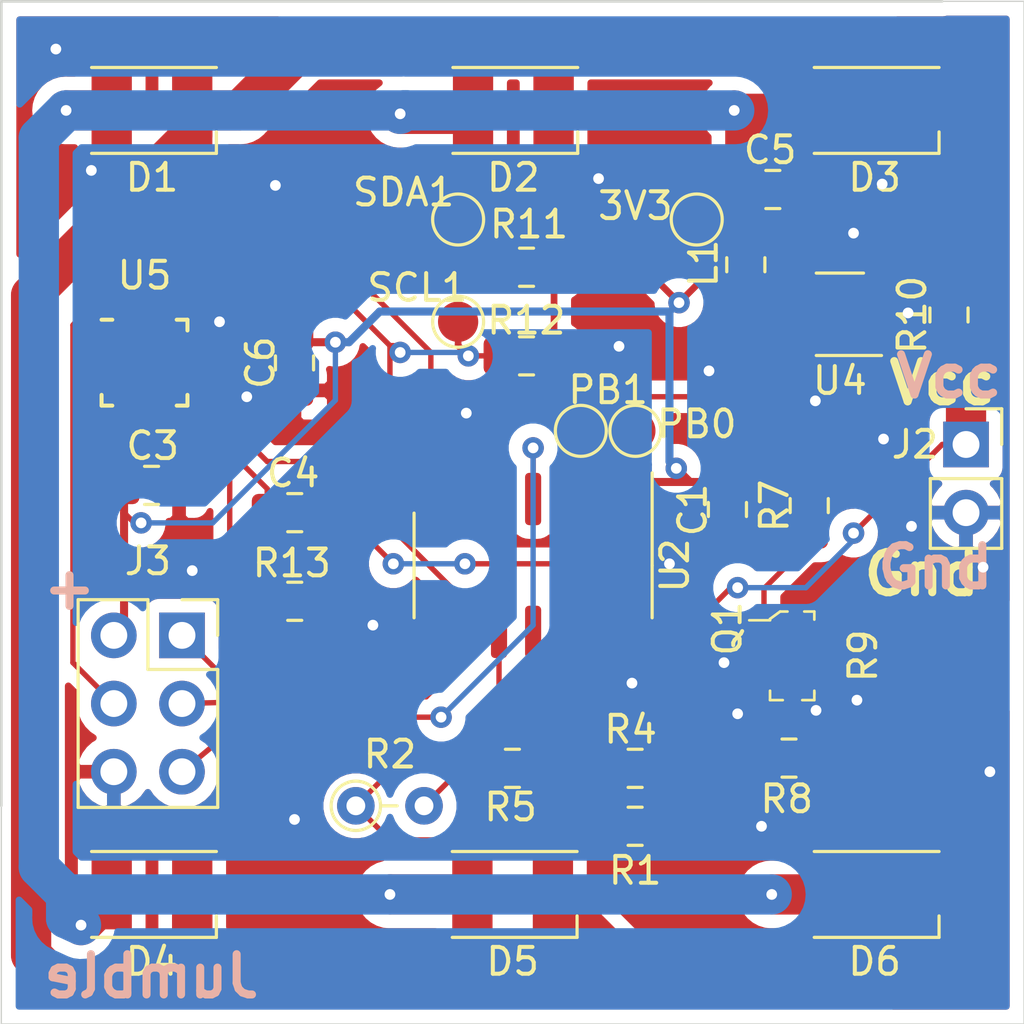
<source format=kicad_pcb>
(kicad_pcb (version 20171130) (host pcbnew 5.1.6)

  (general
    (thickness 1.6)
    (drawings 13)
    (tracks 272)
    (zones 0)
    (modules 34)
    (nets 37)
  )

  (page A4)
  (layers
    (0 F.Cu signal)
    (31 B.Cu signal)
    (32 B.Adhes user hide)
    (33 F.Adhes user hide)
    (34 B.Paste user hide)
    (35 F.Paste user hide)
    (36 B.SilkS user)
    (37 F.SilkS user)
    (38 B.Mask user hide)
    (39 F.Mask user hide)
    (40 Dwgs.User user hide)
    (41 Cmts.User user hide)
    (42 Eco1.User user hide)
    (43 Eco2.User user hide)
    (44 Edge.Cuts user)
    (45 Margin user hide)
    (46 B.CrtYd user hide)
    (47 F.CrtYd user hide)
    (48 B.Fab user hide)
    (49 F.Fab user hide)
  )

  (setup
    (last_trace_width 0.2)
    (user_trace_width 0.2)
    (user_trace_width 0.3)
    (user_trace_width 0.54)
    (user_trace_width 1.5)
    (trace_clearance 0.2)
    (zone_clearance 0.508)
    (zone_45_only no)
    (trace_min 0.2)
    (via_size 0.8)
    (via_drill 0.4)
    (via_min_size 0.4)
    (via_min_drill 0.3)
    (uvia_size 0.3)
    (uvia_drill 0.1)
    (uvias_allowed no)
    (uvia_min_size 0.2)
    (uvia_min_drill 0.1)
    (edge_width 0.05)
    (segment_width 0.2)
    (pcb_text_width 0.3)
    (pcb_text_size 1.5 1.5)
    (mod_edge_width 0.12)
    (mod_text_size 1 1)
    (mod_text_width 0.15)
    (pad_size 1.524 1.524)
    (pad_drill 0.762)
    (pad_to_mask_clearance 0.05)
    (aux_axis_origin 0 0)
    (visible_elements FFFFFF7F)
    (pcbplotparams
      (layerselection 0x010fc_ffffffff)
      (usegerberextensions false)
      (usegerberattributes true)
      (usegerberadvancedattributes true)
      (creategerberjobfile true)
      (excludeedgelayer true)
      (linewidth 0.100000)
      (plotframeref false)
      (viasonmask false)
      (mode 1)
      (useauxorigin false)
      (hpglpennumber 1)
      (hpglpenspeed 20)
      (hpglpendiameter 15.000000)
      (psnegative false)
      (psa4output false)
      (plotreference true)
      (plotvalue true)
      (plotinvisibletext false)
      (padsonsilk false)
      (subtractmaskfromsilk false)
      (outputformat 1)
      (mirror false)
      (drillshape 0)
      (scaleselection 1)
      (outputdirectory "plots/"))
  )

  (net 0 "")
  (net 1 GND)
  (net 2 "Net-(C4-Pad1)")
  (net 3 MISO_ISP)
  (net 4 SCK_ISP)
  (net 5 MOSI_ISP)
  (net 6 nRES_ISP)
  (net 7 "Net-(L1-Pad1)")
  (net 8 "Net-(R4-Pad2)")
  (net 9 LED_PWM)
  (net 10 "Net-(R10-Pad1)")
  (net 11 "Net-(R13-Pad1)")
  (net 12 "Net-(U2-Pad6)")
  (net 13 Accel_Int)
  (net 14 "Net-(U5-Pad1)")
  (net 15 "Net-(U5-Pad2)")
  (net 16 "Net-(U5-Pad3)")
  (net 17 "Net-(U5-Pad4)")
  (net 18 "Net-(U5-Pad5)")
  (net 19 "Net-(U5-Pad6)")
  (net 20 "Net-(U5-Pad7)")
  (net 21 "Net-(U5-Pad11)")
  (net 22 "Net-(U5-Pad14)")
  (net 23 "Net-(U5-Pad15)")
  (net 24 "Net-(U5-Pad16)")
  (net 25 "Net-(U5-Pad17)")
  (net 26 "Net-(U5-Pad19)")
  (net 27 "Net-(U5-Pad21)")
  (net 28 VCC)
  (net 29 "Net-(Q1-Pad1)")
  (net 30 "Net-(Q1-Pad3)")
  (net 31 "Net-(D1-Pad1)")
  (net 32 +3V3)
  (net 33 "Net-(PB0-Pad1)")
  (net 34 "Net-(R1-Pad2)")
  (net 35 "Net-(R2-Pad2)")
  (net 36 "Net-(PB1-Pad1)")

  (net_class Default "This is the default net class."
    (clearance 0.2)
    (trace_width 0.25)
    (via_dia 0.8)
    (via_drill 0.4)
    (uvia_dia 0.3)
    (uvia_drill 0.1)
    (add_net +3V3)
    (add_net Accel_Int)
    (add_net GND)
    (add_net LED_PWM)
    (add_net MISO_ISP)
    (add_net MOSI_ISP)
    (add_net "Net-(C4-Pad1)")
    (add_net "Net-(D1-Pad1)")
    (add_net "Net-(L1-Pad1)")
    (add_net "Net-(PB0-Pad1)")
    (add_net "Net-(PB1-Pad1)")
    (add_net "Net-(Q1-Pad1)")
    (add_net "Net-(Q1-Pad3)")
    (add_net "Net-(R1-Pad2)")
    (add_net "Net-(R10-Pad1)")
    (add_net "Net-(R13-Pad1)")
    (add_net "Net-(R2-Pad2)")
    (add_net "Net-(R4-Pad2)")
    (add_net "Net-(U2-Pad6)")
    (add_net "Net-(U5-Pad1)")
    (add_net "Net-(U5-Pad11)")
    (add_net "Net-(U5-Pad14)")
    (add_net "Net-(U5-Pad15)")
    (add_net "Net-(U5-Pad16)")
    (add_net "Net-(U5-Pad17)")
    (add_net "Net-(U5-Pad19)")
    (add_net "Net-(U5-Pad2)")
    (add_net "Net-(U5-Pad21)")
    (add_net "Net-(U5-Pad3)")
    (add_net "Net-(U5-Pad4)")
    (add_net "Net-(U5-Pad5)")
    (add_net "Net-(U5-Pad6)")
    (add_net "Net-(U5-Pad7)")
    (add_net SCK_ISP)
    (add_net VCC)
    (add_net nRES_ISP)
  )

  (module Resistor_THT:R_Axial_DIN0204_L3.6mm_D1.6mm_P2.54mm_Vertical (layer F.Cu) (tedit 5AE5139B) (tstamp 5F93786C)
    (at 43.18 59.944)
    (descr "Resistor, Axial_DIN0204 series, Axial, Vertical, pin pitch=2.54mm, 0.167W, length*diameter=3.6*1.6mm^2, http://cdn-reichelt.de/documents/datenblatt/B400/1_4W%23YAG.pdf")
    (tags "Resistor Axial_DIN0204 series Axial Vertical pin pitch 2.54mm 0.167W length 3.6mm diameter 1.6mm")
    (path /5F968D8E)
    (fp_text reference R2 (at 1.27 -1.92) (layer F.SilkS)
      (effects (font (size 1 1) (thickness 0.15)))
    )
    (fp_text value R_PHOTO (at 1.27 1.92) (layer F.Fab)
      (effects (font (size 1 1) (thickness 0.15)))
    )
    (fp_text user %R (at 1.27 -1.92) (layer F.Fab)
      (effects (font (size 1 1) (thickness 0.15)))
    )
    (fp_circle (center 0 0) (end 0.8 0) (layer F.Fab) (width 0.1))
    (fp_circle (center 0 0) (end 0.92 0) (layer F.SilkS) (width 0.12))
    (fp_line (start 0 0) (end 2.54 0) (layer F.Fab) (width 0.1))
    (fp_line (start 0.92 0) (end 1.54 0) (layer F.SilkS) (width 0.12))
    (fp_line (start -1.05 -1.05) (end -1.05 1.05) (layer F.CrtYd) (width 0.05))
    (fp_line (start -1.05 1.05) (end 3.49 1.05) (layer F.CrtYd) (width 0.05))
    (fp_line (start 3.49 1.05) (end 3.49 -1.05) (layer F.CrtYd) (width 0.05))
    (fp_line (start 3.49 -1.05) (end -1.05 -1.05) (layer F.CrtYd) (width 0.05))
    (pad 2 thru_hole oval (at 2.54 0) (size 1.4 1.4) (drill 0.7) (layers *.Cu *.Mask)
      (net 35 "Net-(R2-Pad2)"))
    (pad 1 thru_hole circle (at 0 0) (size 1.4 1.4) (drill 0.7) (layers *.Cu *.Mask)
      (net 34 "Net-(R1-Pad2)"))
    (model ${KISYS3DMOD}/Resistor_THT.3dshapes/R_Axial_DIN0204_L3.6mm_D1.6mm_P2.54mm_Vertical.wrl
      (at (xyz 0 0 0))
      (scale (xyz 1 1 1))
      (rotate (xyz 0 0 0))
    )
  )

  (module Resistor_SMD:R_0805_2012Metric_Pad1.15x1.40mm_HandSolder (layer F.Cu) (tedit 5B36C52B) (tstamp 5F93785D)
    (at 53.585 60.706 180)
    (descr "Resistor SMD 0805 (2012 Metric), square (rectangular) end terminal, IPC_7351 nominal with elongated pad for handsoldering. (Body size source: https://docs.google.com/spreadsheets/d/1BsfQQcO9C6DZCsRaXUlFlo91Tg2WpOkGARC1WS5S8t0/edit?usp=sharing), generated with kicad-footprint-generator")
    (tags "resistor handsolder")
    (path /5F99FB00)
    (attr smd)
    (fp_text reference R1 (at 0 -1.65) (layer F.SilkS)
      (effects (font (size 1 1) (thickness 0.15)))
    )
    (fp_text value 10k (at 0 1.65) (layer F.Fab)
      (effects (font (size 1 1) (thickness 0.15)))
    )
    (fp_text user %R (at 0 0) (layer F.Fab)
      (effects (font (size 0.5 0.5) (thickness 0.08)))
    )
    (fp_line (start -1 0.6) (end -1 -0.6) (layer F.Fab) (width 0.1))
    (fp_line (start -1 -0.6) (end 1 -0.6) (layer F.Fab) (width 0.1))
    (fp_line (start 1 -0.6) (end 1 0.6) (layer F.Fab) (width 0.1))
    (fp_line (start 1 0.6) (end -1 0.6) (layer F.Fab) (width 0.1))
    (fp_line (start -0.261252 -0.71) (end 0.261252 -0.71) (layer F.SilkS) (width 0.12))
    (fp_line (start -0.261252 0.71) (end 0.261252 0.71) (layer F.SilkS) (width 0.12))
    (fp_line (start -1.85 0.95) (end -1.85 -0.95) (layer F.CrtYd) (width 0.05))
    (fp_line (start -1.85 -0.95) (end 1.85 -0.95) (layer F.CrtYd) (width 0.05))
    (fp_line (start 1.85 -0.95) (end 1.85 0.95) (layer F.CrtYd) (width 0.05))
    (fp_line (start 1.85 0.95) (end -1.85 0.95) (layer F.CrtYd) (width 0.05))
    (pad 2 smd roundrect (at 1.025 0 180) (size 1.15 1.4) (layers F.Cu F.Paste F.Mask) (roundrect_rratio 0.217391)
      (net 34 "Net-(R1-Pad2)"))
    (pad 1 smd roundrect (at -1.025 0 180) (size 1.15 1.4) (layers F.Cu F.Paste F.Mask) (roundrect_rratio 0.217391)
      (net 28 VCC))
    (model ${KISYS3DMOD}/Resistor_SMD.3dshapes/R_0805_2012Metric.wrl
      (at (xyz 0 0 0))
      (scale (xyz 1 1 1))
      (rotate (xyz 0 0 0))
    )
  )

  (module TestPoint:TestPoint_Pad_D1.5mm (layer F.Cu) (tedit 5A0F774F) (tstamp 5F8E871A)
    (at 55.88 38.1)
    (descr "SMD pad as test Point, diameter 1.5mm")
    (tags "test point SMD pad")
    (path /5F90F1A7)
    (attr virtual)
    (fp_text reference 3V3 (at -2.286 -0.508) (layer F.SilkS)
      (effects (font (size 1 1) (thickness 0.15)))
    )
    (fp_text value TestPoint (at 0 1.75) (layer F.Fab)
      (effects (font (size 1 1) (thickness 0.15)))
    )
    (fp_circle (center 0 0) (end 0 0.95) (layer F.SilkS) (width 0.12))
    (fp_circle (center 0 0) (end 1.25 0) (layer F.CrtYd) (width 0.05))
    (fp_text user %R (at 0 -1.65) (layer F.Fab)
      (effects (font (size 1 1) (thickness 0.15)))
    )
    (pad 1 smd circle (at 0 0) (size 1.5 1.5) (layers F.Cu F.Mask)
      (net 32 +3V3))
  )

  (module TestPoint:TestPoint_Pad_D1.5mm (layer F.Cu) (tedit 5A0F774F) (tstamp 5F8E8712)
    (at 46.99 41.91)
    (descr "SMD pad as test Point, diameter 1.5mm")
    (tags "test point SMD pad")
    (path /5F914483)
    (attr virtual)
    (fp_text reference SCL1 (at -1.524 -1.27) (layer F.SilkS)
      (effects (font (size 1 1) (thickness 0.15)))
    )
    (fp_text value TestPoint (at 0 1.75) (layer F.Fab)
      (effects (font (size 1 1) (thickness 0.15)))
    )
    (fp_circle (center 0 0) (end 0 0.95) (layer F.SilkS) (width 0.12))
    (fp_circle (center 0 0) (end 1.25 0) (layer F.CrtYd) (width 0.05))
    (fp_text user %R (at 0 -1.65) (layer F.Fab)
      (effects (font (size 1 1) (thickness 0.15)))
    )
    (pad 1 smd circle (at 0 0) (size 1.5 1.5) (layers F.Cu F.Mask)
      (net 4 SCK_ISP))
  )

  (module TestPoint:TestPoint_Pad_D1.5mm (layer F.Cu) (tedit 5A0F774F) (tstamp 5F8E870A)
    (at 46.99 38.1)
    (descr "SMD pad as test Point, diameter 1.5mm")
    (tags "test point SMD pad")
    (path /5F916A4C)
    (attr virtual)
    (fp_text reference SDA1 (at -2.032 -1.016) (layer F.SilkS)
      (effects (font (size 1 1) (thickness 0.15)))
    )
    (fp_text value TestPoint (at 0 1.75) (layer F.Fab)
      (effects (font (size 1 1) (thickness 0.15)))
    )
    (fp_circle (center 0 0) (end 0 0.95) (layer F.SilkS) (width 0.12))
    (fp_circle (center 0 0) (end 1.25 0) (layer F.CrtYd) (width 0.05))
    (fp_text user %R (at 0 -1.65) (layer F.Fab)
      (effects (font (size 1 1) (thickness 0.15)))
    )
    (pad 1 smd circle (at 0 0) (size 1.5 1.5) (layers F.Cu F.Mask)
      (net 5 MOSI_ISP))
  )

  (module TestPoint:TestPoint_Pad_D1.5mm (layer F.Cu) (tedit 5A0F774F) (tstamp 5F8E8702)
    (at 51.562 45.974)
    (descr "SMD pad as test Point, diameter 1.5mm")
    (tags "test point SMD pad")
    (path /5F919346)
    (attr virtual)
    (fp_text reference PB1 (at 1.016 -1.524) (layer F.SilkS)
      (effects (font (size 1 1) (thickness 0.15)))
    )
    (fp_text value TestPoint (at 0 1.75) (layer F.Fab)
      (effects (font (size 1 1) (thickness 0.15)))
    )
    (fp_circle (center 0 0) (end 0 0.95) (layer F.SilkS) (width 0.12))
    (fp_circle (center 0 0) (end 1.25 0) (layer F.CrtYd) (width 0.05))
    (fp_text user %R (at 0 -1.65) (layer F.Fab)
      (effects (font (size 1 1) (thickness 0.15)))
    )
    (pad 1 smd circle (at 0 0) (size 1.5 1.5) (layers F.Cu F.Mask)
      (net 36 "Net-(PB1-Pad1)"))
  )

  (module TestPoint:TestPoint_Pad_D1.5mm (layer F.Cu) (tedit 5A0F774F) (tstamp 5F8E86FA)
    (at 53.594 45.974)
    (descr "SMD pad as test Point, diameter 1.5mm")
    (tags "test point SMD pad")
    (path /5F917152)
    (attr virtual)
    (fp_text reference PB0 (at 2.286 -0.254) (layer F.SilkS)
      (effects (font (size 1 1) (thickness 0.15)))
    )
    (fp_text value TestPoint (at 0 1.75) (layer F.Fab)
      (effects (font (size 1 1) (thickness 0.15)))
    )
    (fp_circle (center 0 0) (end 0 0.95) (layer F.SilkS) (width 0.12))
    (fp_circle (center 0 0) (end 1.25 0) (layer F.CrtYd) (width 0.05))
    (fp_text user %R (at 0 -1.65) (layer F.Fab)
      (effects (font (size 1 1) (thickness 0.15)))
    )
    (pad 1 smd circle (at 0 0) (size 1.5 1.5) (layers F.Cu F.Mask)
      (net 33 "Net-(PB0-Pad1)"))
  )

  (module Capacitor_SMD:C_0805_2012Metric_Pad1.15x1.40mm_HandSolder (layer F.Cu) (tedit 5B36C52B) (tstamp 5F8CE382)
    (at 57.023 48.904 270)
    (descr "Capacitor SMD 0805 (2012 Metric), square (rectangular) end terminal, IPC_7351 nominal with elongated pad for handsoldering. (Body size source: https://docs.google.com/spreadsheets/d/1BsfQQcO9C6DZCsRaXUlFlo91Tg2WpOkGARC1WS5S8t0/edit?usp=sharing), generated with kicad-footprint-generator")
    (tags "capacitor handsolder")
    (path /5F91F0F1)
    (attr smd)
    (fp_text reference C1 (at 0.0164 1.2954 270) (layer F.SilkS)
      (effects (font (size 1 1) (thickness 0.15)))
    )
    (fp_text value 1u (at 0 1.65 90) (layer F.Fab)
      (effects (font (size 1 1) (thickness 0.15)))
    )
    (fp_line (start -1 0.6) (end -1 -0.6) (layer F.Fab) (width 0.1))
    (fp_line (start -1 -0.6) (end 1 -0.6) (layer F.Fab) (width 0.1))
    (fp_line (start 1 -0.6) (end 1 0.6) (layer F.Fab) (width 0.1))
    (fp_line (start 1 0.6) (end -1 0.6) (layer F.Fab) (width 0.1))
    (fp_line (start -0.261252 -0.71) (end 0.261252 -0.71) (layer F.SilkS) (width 0.12))
    (fp_line (start -0.261252 0.71) (end 0.261252 0.71) (layer F.SilkS) (width 0.12))
    (fp_line (start -1.85 0.95) (end -1.85 -0.95) (layer F.CrtYd) (width 0.05))
    (fp_line (start -1.85 -0.95) (end 1.85 -0.95) (layer F.CrtYd) (width 0.05))
    (fp_line (start 1.85 -0.95) (end 1.85 0.95) (layer F.CrtYd) (width 0.05))
    (fp_line (start 1.85 0.95) (end -1.85 0.95) (layer F.CrtYd) (width 0.05))
    (fp_text user %R (at 0 0 90) (layer F.Fab)
      (effects (font (size 0.5 0.5) (thickness 0.08)))
    )
    (pad 2 smd roundrect (at 1.025 0 270) (size 1.15 1.4) (layers F.Cu F.Paste F.Mask) (roundrect_rratio 0.217391)
      (net 1 GND))
    (pad 1 smd roundrect (at -1.025 0 270) (size 1.15 1.4) (layers F.Cu F.Paste F.Mask) (roundrect_rratio 0.217391)
      (net 32 +3V3))
    (model ${KISYS3DMOD}/Capacitor_SMD.3dshapes/C_0805_2012Metric.wrl
      (at (xyz 0 0 0))
      (scale (xyz 1 1 1))
      (rotate (xyz 0 0 0))
    )
  )

  (module Capacitor_SMD:C_0805_2012Metric_Pad1.15x1.40mm_HandSolder (layer F.Cu) (tedit 5B36C52B) (tstamp 5F8CA92F)
    (at 58.7158 36.9824)
    (descr "Capacitor SMD 0805 (2012 Metric), square (rectangular) end terminal, IPC_7351 nominal with elongated pad for handsoldering. (Body size source: https://docs.google.com/spreadsheets/d/1BsfQQcO9C6DZCsRaXUlFlo91Tg2WpOkGARC1WS5S8t0/edit?usp=sharing), generated with kicad-footprint-generator")
    (tags "capacitor handsolder")
    (path /5F74A3BA)
    (attr smd)
    (fp_text reference C5 (at -0.1016 -1.4732 180) (layer F.SilkS)
      (effects (font (size 1 1) (thickness 0.15)))
    )
    (fp_text value 10u (at 0 1.65) (layer F.Fab)
      (effects (font (size 1 1) (thickness 0.15)))
    )
    (fp_line (start -1 0.6) (end -1 -0.6) (layer F.Fab) (width 0.1))
    (fp_line (start -1 -0.6) (end 1 -0.6) (layer F.Fab) (width 0.1))
    (fp_line (start 1 -0.6) (end 1 0.6) (layer F.Fab) (width 0.1))
    (fp_line (start 1 0.6) (end -1 0.6) (layer F.Fab) (width 0.1))
    (fp_line (start -0.261252 -0.71) (end 0.261252 -0.71) (layer F.SilkS) (width 0.12))
    (fp_line (start -0.261252 0.71) (end 0.261252 0.71) (layer F.SilkS) (width 0.12))
    (fp_line (start -1.85 0.95) (end -1.85 -0.95) (layer F.CrtYd) (width 0.05))
    (fp_line (start -1.85 -0.95) (end 1.85 -0.95) (layer F.CrtYd) (width 0.05))
    (fp_line (start 1.85 -0.95) (end 1.85 0.95) (layer F.CrtYd) (width 0.05))
    (fp_line (start 1.85 0.95) (end -1.85 0.95) (layer F.CrtYd) (width 0.05))
    (fp_text user %R (at 0 0) (layer F.Fab)
      (effects (font (size 0.5 0.5) (thickness 0.08)))
    )
    (pad 2 smd roundrect (at 1.025 0) (size 1.15 1.4) (layers F.Cu F.Paste F.Mask) (roundrect_rratio 0.217391)
      (net 1 GND))
    (pad 1 smd roundrect (at -1.025 0) (size 1.15 1.4) (layers F.Cu F.Paste F.Mask) (roundrect_rratio 0.217391)
      (net 32 +3V3))
    (model ${KISYS3DMOD}/Capacitor_SMD.3dshapes/C_0805_2012Metric.wrl
      (at (xyz 0 0 0))
      (scale (xyz 1 1 1))
      (rotate (xyz 0 0 0))
    )
  )

  (module Capacitor_SMD:C_0805_2012Metric_Pad1.15x1.40mm_HandSolder (layer F.Cu) (tedit 5B36C52B) (tstamp 5F8CA8FE)
    (at 35.569 48.006)
    (descr "Capacitor SMD 0805 (2012 Metric), square (rectangular) end terminal, IPC_7351 nominal with elongated pad for handsoldering. (Body size source: https://docs.google.com/spreadsheets/d/1BsfQQcO9C6DZCsRaXUlFlo91Tg2WpOkGARC1WS5S8t0/edit?usp=sharing), generated with kicad-footprint-generator")
    (tags "capacitor handsolder")
    (path /5F7D3DC0)
    (attr smd)
    (fp_text reference C3 (at 0.0418 -1.4732 180) (layer F.SilkS)
      (effects (font (size 1 1) (thickness 0.15)))
    )
    (fp_text value 10n (at 0 1.65) (layer F.Fab)
      (effects (font (size 1 1) (thickness 0.15)))
    )
    (fp_line (start -1 0.6) (end -1 -0.6) (layer F.Fab) (width 0.1))
    (fp_line (start -1 -0.6) (end 1 -0.6) (layer F.Fab) (width 0.1))
    (fp_line (start 1 -0.6) (end 1 0.6) (layer F.Fab) (width 0.1))
    (fp_line (start 1 0.6) (end -1 0.6) (layer F.Fab) (width 0.1))
    (fp_line (start -0.261252 -0.71) (end 0.261252 -0.71) (layer F.SilkS) (width 0.12))
    (fp_line (start -0.261252 0.71) (end 0.261252 0.71) (layer F.SilkS) (width 0.12))
    (fp_line (start -1.85 0.95) (end -1.85 -0.95) (layer F.CrtYd) (width 0.05))
    (fp_line (start -1.85 -0.95) (end 1.85 -0.95) (layer F.CrtYd) (width 0.05))
    (fp_line (start 1.85 -0.95) (end 1.85 0.95) (layer F.CrtYd) (width 0.05))
    (fp_line (start 1.85 0.95) (end -1.85 0.95) (layer F.CrtYd) (width 0.05))
    (fp_text user %R (at 0 0) (layer F.Fab)
      (effects (font (size 0.5 0.5) (thickness 0.08)))
    )
    (pad 2 smd roundrect (at 1.025 0) (size 1.15 1.4) (layers F.Cu F.Paste F.Mask) (roundrect_rratio 0.217391)
      (net 1 GND))
    (pad 1 smd roundrect (at -1.025 0) (size 1.15 1.4) (layers F.Cu F.Paste F.Mask) (roundrect_rratio 0.217391)
      (net 32 +3V3))
    (model ${KISYS3DMOD}/Capacitor_SMD.3dshapes/C_0805_2012Metric.wrl
      (at (xyz 0 0 0))
      (scale (xyz 1 1 1))
      (rotate (xyz 0 0 0))
    )
  )

  (module Resistor_SMD:R_0805_2012Metric_Pad1.15x1.40mm_HandSolder (layer F.Cu) (tedit 5B36C52B) (tstamp 5F8CA283)
    (at 49.539 43.18 180)
    (descr "Resistor SMD 0805 (2012 Metric), square (rectangular) end terminal, IPC_7351 nominal with elongated pad for handsoldering. (Body size source: https://docs.google.com/spreadsheets/d/1BsfQQcO9C6DZCsRaXUlFlo91Tg2WpOkGARC1WS5S8t0/edit?usp=sharing), generated with kicad-footprint-generator")
    (tags "resistor handsolder")
    (path /5F91C07D)
    (attr smd)
    (fp_text reference R12 (at 0.009 1.3208) (layer F.SilkS)
      (effects (font (size 1 1) (thickness 0.15)))
    )
    (fp_text value R (at 0 1.65) (layer F.Fab)
      (effects (font (size 1 1) (thickness 0.15)))
    )
    (fp_line (start -1 0.6) (end -1 -0.6) (layer F.Fab) (width 0.1))
    (fp_line (start -1 -0.6) (end 1 -0.6) (layer F.Fab) (width 0.1))
    (fp_line (start 1 -0.6) (end 1 0.6) (layer F.Fab) (width 0.1))
    (fp_line (start 1 0.6) (end -1 0.6) (layer F.Fab) (width 0.1))
    (fp_line (start -0.261252 -0.71) (end 0.261252 -0.71) (layer F.SilkS) (width 0.12))
    (fp_line (start -0.261252 0.71) (end 0.261252 0.71) (layer F.SilkS) (width 0.12))
    (fp_line (start -1.85 0.95) (end -1.85 -0.95) (layer F.CrtYd) (width 0.05))
    (fp_line (start -1.85 -0.95) (end 1.85 -0.95) (layer F.CrtYd) (width 0.05))
    (fp_line (start 1.85 -0.95) (end 1.85 0.95) (layer F.CrtYd) (width 0.05))
    (fp_line (start 1.85 0.95) (end -1.85 0.95) (layer F.CrtYd) (width 0.05))
    (fp_text user %R (at 0 0) (layer F.Fab)
      (effects (font (size 0.5 0.5) (thickness 0.08)))
    )
    (pad 2 smd roundrect (at 1.025 0 180) (size 1.15 1.4) (layers F.Cu F.Paste F.Mask) (roundrect_rratio 0.217391)
      (net 4 SCK_ISP))
    (pad 1 smd roundrect (at -1.025 0 180) (size 1.15 1.4) (layers F.Cu F.Paste F.Mask) (roundrect_rratio 0.217391)
      (net 32 +3V3))
    (model ${KISYS3DMOD}/Resistor_SMD.3dshapes/R_0805_2012Metric.wrl
      (at (xyz 0 0 0))
      (scale (xyz 1 1 1))
      (rotate (xyz 0 0 0))
    )
  )

  (module Resistor_SMD:R_0805_2012Metric_Pad1.15x1.40mm_HandSolder (layer F.Cu) (tedit 5B36C52B) (tstamp 5F8CBF21)
    (at 49.539 39.878 180)
    (descr "Resistor SMD 0805 (2012 Metric), square (rectangular) end terminal, IPC_7351 nominal with elongated pad for handsoldering. (Body size source: https://docs.google.com/spreadsheets/d/1BsfQQcO9C6DZCsRaXUlFlo91Tg2WpOkGARC1WS5S8t0/edit?usp=sharing), generated with kicad-footprint-generator")
    (tags "resistor handsolder")
    (path /5F91C50E)
    (attr smd)
    (fp_text reference R11 (at -0.0926 1.6002) (layer F.SilkS)
      (effects (font (size 1 1) (thickness 0.15)))
    )
    (fp_text value R (at 0 1.65) (layer F.Fab)
      (effects (font (size 1 1) (thickness 0.15)))
    )
    (fp_line (start -1 0.6) (end -1 -0.6) (layer F.Fab) (width 0.1))
    (fp_line (start -1 -0.6) (end 1 -0.6) (layer F.Fab) (width 0.1))
    (fp_line (start 1 -0.6) (end 1 0.6) (layer F.Fab) (width 0.1))
    (fp_line (start 1 0.6) (end -1 0.6) (layer F.Fab) (width 0.1))
    (fp_line (start -0.261252 -0.71) (end 0.261252 -0.71) (layer F.SilkS) (width 0.12))
    (fp_line (start -0.261252 0.71) (end 0.261252 0.71) (layer F.SilkS) (width 0.12))
    (fp_line (start -1.85 0.95) (end -1.85 -0.95) (layer F.CrtYd) (width 0.05))
    (fp_line (start -1.85 -0.95) (end 1.85 -0.95) (layer F.CrtYd) (width 0.05))
    (fp_line (start 1.85 -0.95) (end 1.85 0.95) (layer F.CrtYd) (width 0.05))
    (fp_line (start 1.85 0.95) (end -1.85 0.95) (layer F.CrtYd) (width 0.05))
    (fp_text user %R (at 0 0) (layer F.Fab)
      (effects (font (size 0.5 0.5) (thickness 0.08)))
    )
    (pad 2 smd roundrect (at 1.025 0 180) (size 1.15 1.4) (layers F.Cu F.Paste F.Mask) (roundrect_rratio 0.217391)
      (net 5 MOSI_ISP))
    (pad 1 smd roundrect (at -1.025 0 180) (size 1.15 1.4) (layers F.Cu F.Paste F.Mask) (roundrect_rratio 0.217391)
      (net 32 +3V3))
    (model ${KISYS3DMOD}/Resistor_SMD.3dshapes/R_0805_2012Metric.wrl
      (at (xyz 0 0 0))
      (scale (xyz 1 1 1))
      (rotate (xyz 0 0 0))
    )
  )

  (module LED_SMD:LED_PLCC-2 (layer F.Cu) (tedit 59959404) (tstamp 5F8C80E9)
    (at 62.508 63.246 180)
    (descr "LED PLCC-2 SMD package")
    (tags "LED PLCC-2 SMD")
    (path /5F8DBD5F)
    (attr smd)
    (fp_text reference D6 (at 0 -2.5) (layer F.SilkS)
      (effects (font (size 1 1) (thickness 0.15)))
    )
    (fp_text value "LED 8-4500" (at 0 2.5) (layer F.Fab)
      (effects (font (size 1 1) (thickness 0.15)))
    )
    (fp_circle (center 0 0) (end 0 -1.25) (layer F.Fab) (width 0.1))
    (fp_line (start -1.7 -0.6) (end -0.8 -1.5) (layer F.Fab) (width 0.1))
    (fp_line (start 1.7 1.5) (end 1.7 -1.5) (layer F.Fab) (width 0.1))
    (fp_line (start 1.7 -1.5) (end -1.7 -1.5) (layer F.Fab) (width 0.1))
    (fp_line (start -1.7 -1.5) (end -1.7 1.5) (layer F.Fab) (width 0.1))
    (fp_line (start -1.7 1.5) (end 1.7 1.5) (layer F.Fab) (width 0.1))
    (fp_line (start -2.65 -1.85) (end 2.5 -1.85) (layer F.CrtYd) (width 0.05))
    (fp_line (start 2.5 -1.85) (end 2.5 1.85) (layer F.CrtYd) (width 0.05))
    (fp_line (start 2.5 1.85) (end -2.65 1.85) (layer F.CrtYd) (width 0.05))
    (fp_line (start -2.65 1.85) (end -2.65 -1.85) (layer F.CrtYd) (width 0.05))
    (fp_line (start 2.25 1.6) (end -2.4 1.6) (layer F.SilkS) (width 0.12))
    (fp_line (start 2.25 -1.6) (end -2.4 -1.6) (layer F.SilkS) (width 0.12))
    (fp_line (start -2.4 -1.6) (end -2.4 -0.8) (layer F.SilkS) (width 0.12))
    (fp_text user %R (at 0 0) (layer F.Fab)
      (effects (font (size 0.4 0.4) (thickness 0.1)))
    )
    (pad 2 smd rect (at 1.5 0 180) (size 1.5 2.6) (layers F.Cu F.Paste F.Mask)
      (net 32 +3V3))
    (pad 1 smd rect (at -1.5 0 180) (size 1.5 2.6) (layers F.Cu F.Paste F.Mask)
      (net 31 "Net-(D1-Pad1)"))
    (model ${KISYS3DMOD}/LED_SMD.3dshapes/LED_PLCC-2.wrl
      (at (xyz 0 0 0))
      (scale (xyz 1 1 1))
      (rotate (xyz 0 0 0))
    )
  )

  (module LED_SMD:LED_PLCC-2 (layer F.Cu) (tedit 59959404) (tstamp 5F8C80D5)
    (at 49.022 63.246 180)
    (descr "LED PLCC-2 SMD package")
    (tags "LED PLCC-2 SMD")
    (path /5F8DC12F)
    (attr smd)
    (fp_text reference D5 (at 0 -2.5) (layer F.SilkS)
      (effects (font (size 1 1) (thickness 0.15)))
    )
    (fp_text value "LED 8-4500" (at 0 2.5) (layer F.Fab)
      (effects (font (size 1 1) (thickness 0.15)))
    )
    (fp_circle (center 0 0) (end 0 -1.25) (layer F.Fab) (width 0.1))
    (fp_line (start -1.7 -0.6) (end -0.8 -1.5) (layer F.Fab) (width 0.1))
    (fp_line (start 1.7 1.5) (end 1.7 -1.5) (layer F.Fab) (width 0.1))
    (fp_line (start 1.7 -1.5) (end -1.7 -1.5) (layer F.Fab) (width 0.1))
    (fp_line (start -1.7 -1.5) (end -1.7 1.5) (layer F.Fab) (width 0.1))
    (fp_line (start -1.7 1.5) (end 1.7 1.5) (layer F.Fab) (width 0.1))
    (fp_line (start -2.65 -1.85) (end 2.5 -1.85) (layer F.CrtYd) (width 0.05))
    (fp_line (start 2.5 -1.85) (end 2.5 1.85) (layer F.CrtYd) (width 0.05))
    (fp_line (start 2.5 1.85) (end -2.65 1.85) (layer F.CrtYd) (width 0.05))
    (fp_line (start -2.65 1.85) (end -2.65 -1.85) (layer F.CrtYd) (width 0.05))
    (fp_line (start 2.25 1.6) (end -2.4 1.6) (layer F.SilkS) (width 0.12))
    (fp_line (start 2.25 -1.6) (end -2.4 -1.6) (layer F.SilkS) (width 0.12))
    (fp_line (start -2.4 -1.6) (end -2.4 -0.8) (layer F.SilkS) (width 0.12))
    (fp_text user %R (at 0 0) (layer F.Fab)
      (effects (font (size 0.4 0.4) (thickness 0.1)))
    )
    (pad 2 smd rect (at 1.5 0 180) (size 1.5 2.6) (layers F.Cu F.Paste F.Mask)
      (net 32 +3V3))
    (pad 1 smd rect (at -1.5 0 180) (size 1.5 2.6) (layers F.Cu F.Paste F.Mask)
      (net 31 "Net-(D1-Pad1)"))
    (model ${KISYS3DMOD}/LED_SMD.3dshapes/LED_PLCC-2.wrl
      (at (xyz 0 0 0))
      (scale (xyz 1 1 1))
      (rotate (xyz 0 0 0))
    )
  )

  (module LED_SMD:LED_PLCC-2 (layer F.Cu) (tedit 59959404) (tstamp 5F8C804F)
    (at 35.584 34.036 180)
    (descr "LED PLCC-2 SMD package")
    (tags "LED PLCC-2 SMD")
    (path /5F8DC40D)
    (attr smd)
    (fp_text reference D1 (at 0 -2.5) (layer F.SilkS)
      (effects (font (size 1 1) (thickness 0.15)))
    )
    (fp_text value "LED 8-4500" (at 0 2.5) (layer F.Fab)
      (effects (font (size 1 1) (thickness 0.15)))
    )
    (fp_circle (center 0 0) (end 0 -1.25) (layer F.Fab) (width 0.1))
    (fp_line (start -1.7 -0.6) (end -0.8 -1.5) (layer F.Fab) (width 0.1))
    (fp_line (start 1.7 1.5) (end 1.7 -1.5) (layer F.Fab) (width 0.1))
    (fp_line (start 1.7 -1.5) (end -1.7 -1.5) (layer F.Fab) (width 0.1))
    (fp_line (start -1.7 -1.5) (end -1.7 1.5) (layer F.Fab) (width 0.1))
    (fp_line (start -1.7 1.5) (end 1.7 1.5) (layer F.Fab) (width 0.1))
    (fp_line (start -2.65 -1.85) (end 2.5 -1.85) (layer F.CrtYd) (width 0.05))
    (fp_line (start 2.5 -1.85) (end 2.5 1.85) (layer F.CrtYd) (width 0.05))
    (fp_line (start 2.5 1.85) (end -2.65 1.85) (layer F.CrtYd) (width 0.05))
    (fp_line (start -2.65 1.85) (end -2.65 -1.85) (layer F.CrtYd) (width 0.05))
    (fp_line (start 2.25 1.6) (end -2.4 1.6) (layer F.SilkS) (width 0.12))
    (fp_line (start 2.25 -1.6) (end -2.4 -1.6) (layer F.SilkS) (width 0.12))
    (fp_line (start -2.4 -1.6) (end -2.4 -0.8) (layer F.SilkS) (width 0.12))
    (fp_text user %R (at 0 0) (layer F.Fab)
      (effects (font (size 0.4 0.4) (thickness 0.1)))
    )
    (pad 2 smd rect (at 1.5 0 180) (size 1.5 2.6) (layers F.Cu F.Paste F.Mask)
      (net 32 +3V3))
    (pad 1 smd rect (at -1.5 0 180) (size 1.5 2.6) (layers F.Cu F.Paste F.Mask)
      (net 31 "Net-(D1-Pad1)"))
    (model ${KISYS3DMOD}/LED_SMD.3dshapes/LED_PLCC-2.wrl
      (at (xyz 0 0 0))
      (scale (xyz 1 1 1))
      (rotate (xyz 0 0 0))
    )
  )

  (module Capacitor_SMD:C_0805_2012Metric_Pad1.15x1.40mm_HandSolder (layer F.Cu) (tedit 5B36C52B) (tstamp 5F8C6F46)
    (at 40.903 49.022)
    (descr "Capacitor SMD 0805 (2012 Metric), square (rectangular) end terminal, IPC_7351 nominal with elongated pad for handsoldering. (Body size source: https://docs.google.com/spreadsheets/d/1BsfQQcO9C6DZCsRaXUlFlo91Tg2WpOkGARC1WS5S8t0/edit?usp=sharing), generated with kicad-footprint-generator")
    (tags "capacitor handsolder")
    (path /5F7D393F)
    (attr smd)
    (fp_text reference C4 (at -0.0598 -1.4732 180) (layer F.SilkS)
      (effects (font (size 1 1) (thickness 0.15)))
    )
    (fp_text value 0.1u (at 0 1.65) (layer F.Fab)
      (effects (font (size 1 1) (thickness 0.15)))
    )
    (fp_line (start -1 0.6) (end -1 -0.6) (layer F.Fab) (width 0.1))
    (fp_line (start -1 -0.6) (end 1 -0.6) (layer F.Fab) (width 0.1))
    (fp_line (start 1 -0.6) (end 1 0.6) (layer F.Fab) (width 0.1))
    (fp_line (start 1 0.6) (end -1 0.6) (layer F.Fab) (width 0.1))
    (fp_line (start -0.261252 -0.71) (end 0.261252 -0.71) (layer F.SilkS) (width 0.12))
    (fp_line (start -0.261252 0.71) (end 0.261252 0.71) (layer F.SilkS) (width 0.12))
    (fp_line (start -1.85 0.95) (end -1.85 -0.95) (layer F.CrtYd) (width 0.05))
    (fp_line (start -1.85 -0.95) (end 1.85 -0.95) (layer F.CrtYd) (width 0.05))
    (fp_line (start 1.85 -0.95) (end 1.85 0.95) (layer F.CrtYd) (width 0.05))
    (fp_line (start 1.85 0.95) (end -1.85 0.95) (layer F.CrtYd) (width 0.05))
    (fp_text user %R (at 0 0) (layer F.Fab)
      (effects (font (size 0.5 0.5) (thickness 0.08)))
    )
    (pad 2 smd roundrect (at 1.025 0) (size 1.15 1.4) (layers F.Cu F.Paste F.Mask) (roundrect_rratio 0.217391)
      (net 1 GND))
    (pad 1 smd roundrect (at -1.025 0) (size 1.15 1.4) (layers F.Cu F.Paste F.Mask) (roundrect_rratio 0.217391)
      (net 2 "Net-(C4-Pad1)"))
    (model ${KISYS3DMOD}/Capacitor_SMD.3dshapes/C_0805_2012Metric.wrl
      (at (xyz 0 0 0))
      (scale (xyz 1 1 1))
      (rotate (xyz 0 0 0))
    )
  )

  (module Capacitor_SMD:C_0805_2012Metric_Pad1.15x1.40mm_HandSolder (layer F.Cu) (tedit 5B36C52B) (tstamp 5F8C6FDA)
    (at 40.894 43.443 270)
    (descr "Capacitor SMD 0805 (2012 Metric), square (rectangular) end terminal, IPC_7351 nominal with elongated pad for handsoldering. (Body size source: https://docs.google.com/spreadsheets/d/1BsfQQcO9C6DZCsRaXUlFlo91Tg2WpOkGARC1WS5S8t0/edit?usp=sharing), generated with kicad-footprint-generator")
    (tags "capacitor handsolder")
    (path /5F7DA892)
    (attr smd)
    (fp_text reference C6 (at -0.009 1.27 90) (layer F.SilkS)
      (effects (font (size 1 1) (thickness 0.15)))
    )
    (fp_text value 0.1u (at 0 1.65 90) (layer F.Fab)
      (effects (font (size 1 1) (thickness 0.15)))
    )
    (fp_line (start 1.85 0.95) (end -1.85 0.95) (layer F.CrtYd) (width 0.05))
    (fp_line (start 1.85 -0.95) (end 1.85 0.95) (layer F.CrtYd) (width 0.05))
    (fp_line (start -1.85 -0.95) (end 1.85 -0.95) (layer F.CrtYd) (width 0.05))
    (fp_line (start -1.85 0.95) (end -1.85 -0.95) (layer F.CrtYd) (width 0.05))
    (fp_line (start -0.261252 0.71) (end 0.261252 0.71) (layer F.SilkS) (width 0.12))
    (fp_line (start -0.261252 -0.71) (end 0.261252 -0.71) (layer F.SilkS) (width 0.12))
    (fp_line (start 1 0.6) (end -1 0.6) (layer F.Fab) (width 0.1))
    (fp_line (start 1 -0.6) (end 1 0.6) (layer F.Fab) (width 0.1))
    (fp_line (start -1 -0.6) (end 1 -0.6) (layer F.Fab) (width 0.1))
    (fp_line (start -1 0.6) (end -1 -0.6) (layer F.Fab) (width 0.1))
    (fp_text user %R (at 0 0 90) (layer F.Fab)
      (effects (font (size 0.5 0.5) (thickness 0.08)))
    )
    (pad 1 smd roundrect (at -1.025 0 270) (size 1.15 1.4) (layers F.Cu F.Paste F.Mask) (roundrect_rratio 0.217391)
      (net 32 +3V3))
    (pad 2 smd roundrect (at 1.025 0 270) (size 1.15 1.4) (layers F.Cu F.Paste F.Mask) (roundrect_rratio 0.217391)
      (net 1 GND))
    (model ${KISYS3DMOD}/Capacitor_SMD.3dshapes/C_0805_2012Metric.wrl
      (at (xyz 0 0 0))
      (scale (xyz 1 1 1))
      (rotate (xyz 0 0 0))
    )
  )

  (module LED_SMD:LED_PLCC-2 (layer F.Cu) (tedit 59959404) (tstamp 5F8C6FEE)
    (at 49.046 34.036 180)
    (descr "LED PLCC-2 SMD package")
    (tags "LED PLCC-2 SMD")
    (path /5F76C2B4)
    (attr smd)
    (fp_text reference D2 (at 0 -2.5) (layer F.SilkS)
      (effects (font (size 1 1) (thickness 0.15)))
    )
    (fp_text value "LED 8-4500" (at 0 2.5) (layer F.Fab)
      (effects (font (size 1 1) (thickness 0.15)))
    )
    (fp_line (start -2.4 -1.6) (end -2.4 -0.8) (layer F.SilkS) (width 0.12))
    (fp_line (start 2.25 -1.6) (end -2.4 -1.6) (layer F.SilkS) (width 0.12))
    (fp_line (start 2.25 1.6) (end -2.4 1.6) (layer F.SilkS) (width 0.12))
    (fp_line (start -2.65 1.85) (end -2.65 -1.85) (layer F.CrtYd) (width 0.05))
    (fp_line (start 2.5 1.85) (end -2.65 1.85) (layer F.CrtYd) (width 0.05))
    (fp_line (start 2.5 -1.85) (end 2.5 1.85) (layer F.CrtYd) (width 0.05))
    (fp_line (start -2.65 -1.85) (end 2.5 -1.85) (layer F.CrtYd) (width 0.05))
    (fp_line (start -1.7 1.5) (end 1.7 1.5) (layer F.Fab) (width 0.1))
    (fp_line (start -1.7 -1.5) (end -1.7 1.5) (layer F.Fab) (width 0.1))
    (fp_line (start 1.7 -1.5) (end -1.7 -1.5) (layer F.Fab) (width 0.1))
    (fp_line (start 1.7 1.5) (end 1.7 -1.5) (layer F.Fab) (width 0.1))
    (fp_line (start -1.7 -0.6) (end -0.8 -1.5) (layer F.Fab) (width 0.1))
    (fp_circle (center 0 0) (end 0 -1.25) (layer F.Fab) (width 0.1))
    (fp_text user %R (at 0 0) (layer F.Fab)
      (effects (font (size 0.4 0.4) (thickness 0.1)))
    )
    (pad 1 smd rect (at -1.5 0 180) (size 1.5 2.6) (layers F.Cu F.Paste F.Mask)
      (net 31 "Net-(D1-Pad1)"))
    (pad 2 smd rect (at 1.5 0 180) (size 1.5 2.6) (layers F.Cu F.Paste F.Mask)
      (net 32 +3V3))
    (model ${KISYS3DMOD}/LED_SMD.3dshapes/LED_PLCC-2.wrl
      (at (xyz 0 0 0))
      (scale (xyz 1 1 1))
      (rotate (xyz 0 0 0))
    )
  )

  (module LED_SMD:LED_PLCC-2 (layer F.Cu) (tedit 59959404) (tstamp 5F8C84A0)
    (at 62.508 34.036 180)
    (descr "LED PLCC-2 SMD package")
    (tags "LED PLCC-2 SMD")
    (path /5F76B89E)
    (attr smd)
    (fp_text reference D3 (at 0 -2.5) (layer F.SilkS)
      (effects (font (size 1 1) (thickness 0.15)))
    )
    (fp_text value "LED 8-4500" (at 0 2.5) (layer F.Fab)
      (effects (font (size 1 1) (thickness 0.15)))
    )
    (fp_circle (center 0 0) (end 0 -1.25) (layer F.Fab) (width 0.1))
    (fp_line (start -1.7 -0.6) (end -0.8 -1.5) (layer F.Fab) (width 0.1))
    (fp_line (start 1.7 1.5) (end 1.7 -1.5) (layer F.Fab) (width 0.1))
    (fp_line (start 1.7 -1.5) (end -1.7 -1.5) (layer F.Fab) (width 0.1))
    (fp_line (start -1.7 -1.5) (end -1.7 1.5) (layer F.Fab) (width 0.1))
    (fp_line (start -1.7 1.5) (end 1.7 1.5) (layer F.Fab) (width 0.1))
    (fp_line (start -2.65 -1.85) (end 2.5 -1.85) (layer F.CrtYd) (width 0.05))
    (fp_line (start 2.5 -1.85) (end 2.5 1.85) (layer F.CrtYd) (width 0.05))
    (fp_line (start 2.5 1.85) (end -2.65 1.85) (layer F.CrtYd) (width 0.05))
    (fp_line (start -2.65 1.85) (end -2.65 -1.85) (layer F.CrtYd) (width 0.05))
    (fp_line (start 2.25 1.6) (end -2.4 1.6) (layer F.SilkS) (width 0.12))
    (fp_line (start 2.25 -1.6) (end -2.4 -1.6) (layer F.SilkS) (width 0.12))
    (fp_line (start -2.4 -1.6) (end -2.4 -0.8) (layer F.SilkS) (width 0.12))
    (fp_text user %R (at 0 0) (layer F.Fab)
      (effects (font (size 0.4 0.4) (thickness 0.1)))
    )
    (pad 2 smd rect (at 1.5 0 180) (size 1.5 2.6) (layers F.Cu F.Paste F.Mask)
      (net 32 +3V3))
    (pad 1 smd rect (at -1.5 0 180) (size 1.5 2.6) (layers F.Cu F.Paste F.Mask)
      (net 31 "Net-(D1-Pad1)"))
    (model ${KISYS3DMOD}/LED_SMD.3dshapes/LED_PLCC-2.wrl
      (at (xyz 0 0 0))
      (scale (xyz 1 1 1))
      (rotate (xyz 0 0 0))
    )
  )

  (module LED_SMD:LED_PLCC-2 (layer F.Cu) (tedit 59959404) (tstamp 5F8C7016)
    (at 35.584 63.246 180)
    (descr "LED PLCC-2 SMD package")
    (tags "LED PLCC-2 SMD")
    (path /5F7509F3)
    (attr smd)
    (fp_text reference D4 (at 0 -2.5) (layer F.SilkS)
      (effects (font (size 1 1) (thickness 0.15)))
    )
    (fp_text value "LED 8-4500" (at 0 2.5) (layer F.Fab)
      (effects (font (size 1 1) (thickness 0.15)))
    )
    (fp_line (start -2.4 -1.6) (end -2.4 -0.8) (layer F.SilkS) (width 0.12))
    (fp_line (start 2.25 -1.6) (end -2.4 -1.6) (layer F.SilkS) (width 0.12))
    (fp_line (start 2.25 1.6) (end -2.4 1.6) (layer F.SilkS) (width 0.12))
    (fp_line (start -2.65 1.85) (end -2.65 -1.85) (layer F.CrtYd) (width 0.05))
    (fp_line (start 2.5 1.85) (end -2.65 1.85) (layer F.CrtYd) (width 0.05))
    (fp_line (start 2.5 -1.85) (end 2.5 1.85) (layer F.CrtYd) (width 0.05))
    (fp_line (start -2.65 -1.85) (end 2.5 -1.85) (layer F.CrtYd) (width 0.05))
    (fp_line (start -1.7 1.5) (end 1.7 1.5) (layer F.Fab) (width 0.1))
    (fp_line (start -1.7 -1.5) (end -1.7 1.5) (layer F.Fab) (width 0.1))
    (fp_line (start 1.7 -1.5) (end -1.7 -1.5) (layer F.Fab) (width 0.1))
    (fp_line (start 1.7 1.5) (end 1.7 -1.5) (layer F.Fab) (width 0.1))
    (fp_line (start -1.7 -0.6) (end -0.8 -1.5) (layer F.Fab) (width 0.1))
    (fp_circle (center 0 0) (end 0 -1.25) (layer F.Fab) (width 0.1))
    (fp_text user %R (at 0 0) (layer F.Fab)
      (effects (font (size 0.4 0.4) (thickness 0.1)))
    )
    (pad 1 smd rect (at -1.5 0 180) (size 1.5 2.6) (layers F.Cu F.Paste F.Mask)
      (net 31 "Net-(D1-Pad1)"))
    (pad 2 smd rect (at 1.5 0 180) (size 1.5 2.6) (layers F.Cu F.Paste F.Mask)
      (net 32 +3V3))
    (model ${KISYS3DMOD}/LED_SMD.3dshapes/LED_PLCC-2.wrl
      (at (xyz 0 0 0))
      (scale (xyz 1 1 1))
      (rotate (xyz 0 0 0))
    )
  )

  (module Connector_PinSocket_2.54mm:PinSocket_1x02_P2.54mm_Vertical (layer F.Cu) (tedit 5A19A420) (tstamp 5F8C7044)
    (at 65.913 46.482)
    (descr "Through hole straight socket strip, 1x02, 2.54mm pitch, single row (from Kicad 4.0.7), script generated")
    (tags "Through hole socket strip THT 1x02 2.54mm single row")
    (path /5F7539AB)
    (fp_text reference J2 (at -1.905 0) (layer F.SilkS)
      (effects (font (size 1 1) (thickness 0.15)))
    )
    (fp_text value "Battery Connector" (at 2.921 0.635 90) (layer F.Fab)
      (effects (font (size 1 1) (thickness 0.15)))
    )
    (fp_line (start -1.8 4.3) (end -1.8 -1.8) (layer F.CrtYd) (width 0.05))
    (fp_line (start 1.75 4.3) (end -1.8 4.3) (layer F.CrtYd) (width 0.05))
    (fp_line (start 1.75 -1.8) (end 1.75 4.3) (layer F.CrtYd) (width 0.05))
    (fp_line (start -1.8 -1.8) (end 1.75 -1.8) (layer F.CrtYd) (width 0.05))
    (fp_line (start 0 -1.33) (end 1.33 -1.33) (layer F.SilkS) (width 0.12))
    (fp_line (start 1.33 -1.33) (end 1.33 0) (layer F.SilkS) (width 0.12))
    (fp_line (start 1.33 1.27) (end 1.33 3.87) (layer F.SilkS) (width 0.12))
    (fp_line (start -1.33 3.87) (end 1.33 3.87) (layer F.SilkS) (width 0.12))
    (fp_line (start -1.33 1.27) (end -1.33 3.87) (layer F.SilkS) (width 0.12))
    (fp_line (start -1.33 1.27) (end 1.33 1.27) (layer F.SilkS) (width 0.12))
    (fp_line (start -1.27 3.81) (end -1.27 -1.27) (layer F.Fab) (width 0.1))
    (fp_line (start 1.27 3.81) (end -1.27 3.81) (layer F.Fab) (width 0.1))
    (fp_line (start 1.27 -0.635) (end 1.27 3.81) (layer F.Fab) (width 0.1))
    (fp_line (start 0.635 -1.27) (end 1.27 -0.635) (layer F.Fab) (width 0.1))
    (fp_line (start -1.27 -1.27) (end 0.635 -1.27) (layer F.Fab) (width 0.1))
    (fp_text user %R (at 0 1.27 90) (layer F.Fab)
      (effects (font (size 1 1) (thickness 0.15)))
    )
    (pad 1 thru_hole rect (at 0 0) (size 1.7 1.7) (drill 1) (layers *.Cu *.Mask)
      (net 28 VCC))
    (pad 2 thru_hole oval (at 0 2.54) (size 1.7 1.7) (drill 1) (layers *.Cu *.Mask)
      (net 1 GND))
    (model ${KISYS3DMOD}/Connector_PinSocket_2.54mm.3dshapes/PinSocket_1x02_P2.54mm_Vertical.wrl
      (at (xyz 0 0 0))
      (scale (xyz 1 1 1))
      (rotate (xyz 0 0 0))
    )
  )

  (module Connector_PinSocket_2.54mm:PinSocket_2x03_P2.54mm_Vertical (layer F.Cu) (tedit 5A19A425) (tstamp 5F8C7060)
    (at 36.703 53.594)
    (descr "Through hole straight socket strip, 2x03, 2.54mm pitch, double cols (from Kicad 4.0.7), script generated")
    (tags "Through hole socket strip THT 2x03 2.54mm double row")
    (path /5F7F1F43)
    (fp_text reference J3 (at -1.27 -2.77) (layer F.SilkS)
      (effects (font (size 1 1) (thickness 0.15)))
    )
    (fp_text value AVR-ISP-6 (at -1.27 7.85) (layer F.Fab)
      (effects (font (size 1 1) (thickness 0.15)))
    )
    (fp_line (start -4.34 6.85) (end -4.34 -1.8) (layer F.CrtYd) (width 0.05))
    (fp_line (start 1.76 6.85) (end -4.34 6.85) (layer F.CrtYd) (width 0.05))
    (fp_line (start 1.76 -1.8) (end 1.76 6.85) (layer F.CrtYd) (width 0.05))
    (fp_line (start -4.34 -1.8) (end 1.76 -1.8) (layer F.CrtYd) (width 0.05))
    (fp_line (start 0 -1.33) (end 1.33 -1.33) (layer F.SilkS) (width 0.12))
    (fp_line (start 1.33 -1.33) (end 1.33 0) (layer F.SilkS) (width 0.12))
    (fp_line (start -1.27 -1.33) (end -1.27 1.27) (layer F.SilkS) (width 0.12))
    (fp_line (start -1.27 1.27) (end 1.33 1.27) (layer F.SilkS) (width 0.12))
    (fp_line (start 1.33 1.27) (end 1.33 6.41) (layer F.SilkS) (width 0.12))
    (fp_line (start -3.87 6.41) (end 1.33 6.41) (layer F.SilkS) (width 0.12))
    (fp_line (start -3.87 -1.33) (end -3.87 6.41) (layer F.SilkS) (width 0.12))
    (fp_line (start -3.87 -1.33) (end -1.27 -1.33) (layer F.SilkS) (width 0.12))
    (fp_line (start -3.81 6.35) (end -3.81 -1.27) (layer F.Fab) (width 0.1))
    (fp_line (start 1.27 6.35) (end -3.81 6.35) (layer F.Fab) (width 0.1))
    (fp_line (start 1.27 -0.27) (end 1.27 6.35) (layer F.Fab) (width 0.1))
    (fp_line (start 0.27 -1.27) (end 1.27 -0.27) (layer F.Fab) (width 0.1))
    (fp_line (start -3.81 -1.27) (end 0.27 -1.27) (layer F.Fab) (width 0.1))
    (fp_text user %R (at -1.27 2.54 90) (layer F.Fab)
      (effects (font (size 1 1) (thickness 0.15)))
    )
    (pad 1 thru_hole rect (at 0 0) (size 1.7 1.7) (drill 1) (layers *.Cu *.Mask)
      (net 3 MISO_ISP))
    (pad 2 thru_hole oval (at -2.54 0) (size 1.7 1.7) (drill 1) (layers *.Cu *.Mask)
      (net 32 +3V3))
    (pad 3 thru_hole oval (at 0 2.54) (size 1.7 1.7) (drill 1) (layers *.Cu *.Mask)
      (net 4 SCK_ISP))
    (pad 4 thru_hole oval (at -2.54 2.54) (size 1.7 1.7) (drill 1) (layers *.Cu *.Mask)
      (net 5 MOSI_ISP))
    (pad 5 thru_hole oval (at 0 5.08) (size 1.7 1.7) (drill 1) (layers *.Cu *.Mask)
      (net 6 nRES_ISP))
    (pad 6 thru_hole oval (at -2.54 5.08) (size 1.7 1.7) (drill 1) (layers *.Cu *.Mask)
      (net 1 GND))
    (model ${KISYS3DMOD}/Connector_PinSocket_2.54mm.3dshapes/PinSocket_2x03_P2.54mm_Vertical.wrl
      (at (xyz 0 0 0))
      (scale (xyz 1 1 1))
      (rotate (xyz 0 0 0))
    )
  )

  (module Inductor_SMD:L_0805_2012Metric_Pad1.15x1.40mm_HandSolder (layer F.Cu) (tedit 5B36C52B) (tstamp 5F8C7071)
    (at 57.7088 39.7854 90)
    (descr "Capacitor SMD 0805 (2012 Metric), square (rectangular) end terminal, IPC_7351 nominal with elongated pad for handsoldering. (Body size source: https://docs.google.com/spreadsheets/d/1BsfQQcO9C6DZCsRaXUlFlo91Tg2WpOkGARC1WS5S8t0/edit?usp=sharing), generated with kicad-footprint-generator")
    (tags "inductor handsolder")
    (path /5F748E03)
    (attr smd)
    (fp_text reference L1 (at 0.0508 -1.5748 270) (layer F.SilkS)
      (effects (font (size 1 1) (thickness 0.15)))
    )
    (fp_text value 2.2u (at 0 1.65 90) (layer F.Fab)
      (effects (font (size 1 1) (thickness 0.15)))
    )
    (fp_line (start 1.85 0.95) (end -1.85 0.95) (layer F.CrtYd) (width 0.05))
    (fp_line (start 1.85 -0.95) (end 1.85 0.95) (layer F.CrtYd) (width 0.05))
    (fp_line (start -1.85 -0.95) (end 1.85 -0.95) (layer F.CrtYd) (width 0.05))
    (fp_line (start -1.85 0.95) (end -1.85 -0.95) (layer F.CrtYd) (width 0.05))
    (fp_line (start -0.261252 0.71) (end 0.261252 0.71) (layer F.SilkS) (width 0.12))
    (fp_line (start -0.261252 -0.71) (end 0.261252 -0.71) (layer F.SilkS) (width 0.12))
    (fp_line (start 1 0.6) (end -1 0.6) (layer F.Fab) (width 0.1))
    (fp_line (start 1 -0.6) (end 1 0.6) (layer F.Fab) (width 0.1))
    (fp_line (start -1 -0.6) (end 1 -0.6) (layer F.Fab) (width 0.1))
    (fp_line (start -1 0.6) (end -1 -0.6) (layer F.Fab) (width 0.1))
    (fp_text user %R (at 0 0 90) (layer F.Fab)
      (effects (font (size 0.5 0.5) (thickness 0.08)))
    )
    (pad 1 smd roundrect (at -1.025 0 90) (size 1.15 1.4) (layers F.Cu F.Paste F.Mask) (roundrect_rratio 0.217391)
      (net 7 "Net-(L1-Pad1)"))
    (pad 2 smd roundrect (at 1.025 0 90) (size 1.15 1.4) (layers F.Cu F.Paste F.Mask) (roundrect_rratio 0.217391)
      (net 32 +3V3))
    (model ${KISYS3DMOD}/Inductor_SMD.3dshapes/L_0805_2012Metric.wrl
      (at (xyz 0 0 0))
      (scale (xyz 1 1 1))
      (rotate (xyz 0 0 0))
    )
  )

  (module digikey-footprints:SOT-23-3 (layer F.Cu) (tedit 5D28A5E3) (tstamp 5F8C708D)
    (at 59.436 54.356)
    (path /5F8C610E)
    (attr smd)
    (fp_text reference Q1 (at -2.413 -1.016 90) (layer F.SilkS)
      (effects (font (size 1 1) (thickness 0.15)))
    )
    (fp_text value IRLML2502TRPBF (at 0.025 3.25) (layer F.Fab)
      (effects (font (size 1 1) (thickness 0.15)))
    )
    (fp_line (start 0.7 1.52) (end 0.7 -1.52) (layer F.Fab) (width 0.1))
    (fp_line (start -0.7 1.52) (end 0.7 1.52) (layer F.Fab) (width 0.1))
    (fp_line (start 0.825 -1.65) (end 0.825 -1.35) (layer F.SilkS) (width 0.1))
    (fp_line (start 0.45 -1.65) (end 0.825 -1.65) (layer F.SilkS) (width 0.1))
    (fp_line (start 0.825 1.65) (end 0.375 1.65) (layer F.SilkS) (width 0.1))
    (fp_line (start 0.825 1.35) (end 0.825 1.65) (layer F.SilkS) (width 0.1))
    (fp_line (start 0.825 1.425) (end 0.825 1.3) (layer F.SilkS) (width 0.1))
    (fp_line (start -0.825 1.65) (end -0.825 1.3) (layer F.SilkS) (width 0.1))
    (fp_line (start -0.35 1.65) (end -0.825 1.65) (layer F.SilkS) (width 0.1))
    (fp_line (start -0.425 -1.525) (end -0.7 -1.325) (layer F.Fab) (width 0.1))
    (fp_line (start -0.425 -1.525) (end 0.7 -1.525) (layer F.Fab) (width 0.1))
    (fp_line (start -0.7 -1.325) (end -0.7 1.525) (layer F.Fab) (width 0.1))
    (fp_line (start -0.825 -1.325) (end -1.6 -1.325) (layer F.SilkS) (width 0.1))
    (fp_line (start -0.825 -1.375) (end -0.825 -1.325) (layer F.SilkS) (width 0.1))
    (fp_line (start -0.45 -1.65) (end -0.825 -1.375) (layer F.SilkS) (width 0.1))
    (fp_line (start -0.175 -1.65) (end -0.45 -1.65) (layer F.SilkS) (width 0.1))
    (fp_line (start 1.825 -1.95) (end 1.825 1.95) (layer F.CrtYd) (width 0.05))
    (fp_line (start 1.825 1.95) (end -1.825 1.95) (layer F.CrtYd) (width 0.05))
    (fp_line (start -1.825 -1.95) (end -1.825 1.95) (layer F.CrtYd) (width 0.05))
    (fp_line (start -1.825 -1.95) (end 1.825 -1.95) (layer F.CrtYd) (width 0.05))
    (fp_text user %R (at -0.125 0.15) (layer F.Fab)
      (effects (font (size 0.25 0.25) (thickness 0.05)))
    )
    (pad 3 smd rect (at 1.05 0) (size 1.3 0.6) (layers F.Cu F.Paste F.Mask)
      (net 30 "Net-(Q1-Pad3)") (solder_mask_margin 0.07))
    (pad 2 smd rect (at -1.05 0.95) (size 1.3 0.6) (layers F.Cu F.Paste F.Mask)
      (net 1 GND) (solder_mask_margin 0.07))
    (pad 1 smd rect (at -1.05 -0.95) (size 1.3 0.6) (layers F.Cu F.Paste F.Mask)
      (net 29 "Net-(Q1-Pad1)") (solder_mask_margin 0.07))
  )

  (module Resistor_SMD:R_0805_2012Metric_Pad1.15x1.40mm_HandSolder (layer F.Cu) (tedit 5B36C52B) (tstamp 5F8C709E)
    (at 53.585 58.547 180)
    (descr "Resistor SMD 0805 (2012 Metric), square (rectangular) end terminal, IPC_7351 nominal with elongated pad for handsoldering. (Body size source: https://docs.google.com/spreadsheets/d/1BsfQQcO9C6DZCsRaXUlFlo91Tg2WpOkGARC1WS5S8t0/edit?usp=sharing), generated with kicad-footprint-generator")
    (tags "resistor handsolder")
    (path /5F963E08)
    (attr smd)
    (fp_text reference R4 (at 0.1688 1.4478 180) (layer F.SilkS)
      (effects (font (size 1 1) (thickness 0.15)))
    )
    (fp_text value 100k (at 0 1.65) (layer F.Fab)
      (effects (font (size 1 1) (thickness 0.15)))
    )
    (fp_line (start 1.85 0.95) (end -1.85 0.95) (layer F.CrtYd) (width 0.05))
    (fp_line (start 1.85 -0.95) (end 1.85 0.95) (layer F.CrtYd) (width 0.05))
    (fp_line (start -1.85 -0.95) (end 1.85 -0.95) (layer F.CrtYd) (width 0.05))
    (fp_line (start -1.85 0.95) (end -1.85 -0.95) (layer F.CrtYd) (width 0.05))
    (fp_line (start -0.261252 0.71) (end 0.261252 0.71) (layer F.SilkS) (width 0.12))
    (fp_line (start -0.261252 -0.71) (end 0.261252 -0.71) (layer F.SilkS) (width 0.12))
    (fp_line (start 1 0.6) (end -1 0.6) (layer F.Fab) (width 0.1))
    (fp_line (start 1 -0.6) (end 1 0.6) (layer F.Fab) (width 0.1))
    (fp_line (start -1 -0.6) (end 1 -0.6) (layer F.Fab) (width 0.1))
    (fp_line (start -1 0.6) (end -1 -0.6) (layer F.Fab) (width 0.1))
    (fp_text user %R (at 0 0) (layer F.Fab)
      (effects (font (size 0.5 0.5) (thickness 0.08)))
    )
    (pad 1 smd roundrect (at -1.025 0 180) (size 1.15 1.4) (layers F.Cu F.Paste F.Mask) (roundrect_rratio 0.217391)
      (net 28 VCC))
    (pad 2 smd roundrect (at 1.025 0 180) (size 1.15 1.4) (layers F.Cu F.Paste F.Mask) (roundrect_rratio 0.217391)
      (net 8 "Net-(R4-Pad2)"))
    (model ${KISYS3DMOD}/Resistor_SMD.3dshapes/R_0805_2012Metric.wrl
      (at (xyz 0 0 0))
      (scale (xyz 1 1 1))
      (rotate (xyz 0 0 0))
    )
  )

  (module Resistor_SMD:R_0805_2012Metric_Pad1.15x1.40mm_HandSolder (layer F.Cu) (tedit 5B36C52B) (tstamp 5F8C70AF)
    (at 49.013 58.547 180)
    (descr "Resistor SMD 0805 (2012 Metric), square (rectangular) end terminal, IPC_7351 nominal with elongated pad for handsoldering. (Body size source: https://docs.google.com/spreadsheets/d/1BsfQQcO9C6DZCsRaXUlFlo91Tg2WpOkGARC1WS5S8t0/edit?usp=sharing), generated with kicad-footprint-generator")
    (tags "resistor handsolder")
    (path /5F97847D)
    (attr smd)
    (fp_text reference R5 (at 0.0672 -1.4478 180) (layer F.SilkS)
      (effects (font (size 1 1) (thickness 0.15)))
    )
    (fp_text value 100k (at 0 1.65) (layer F.Fab)
      (effects (font (size 1 1) (thickness 0.15)))
    )
    (fp_line (start 1.85 0.95) (end -1.85 0.95) (layer F.CrtYd) (width 0.05))
    (fp_line (start 1.85 -0.95) (end 1.85 0.95) (layer F.CrtYd) (width 0.05))
    (fp_line (start -1.85 -0.95) (end 1.85 -0.95) (layer F.CrtYd) (width 0.05))
    (fp_line (start -1.85 0.95) (end -1.85 -0.95) (layer F.CrtYd) (width 0.05))
    (fp_line (start -0.261252 0.71) (end 0.261252 0.71) (layer F.SilkS) (width 0.12))
    (fp_line (start -0.261252 -0.71) (end 0.261252 -0.71) (layer F.SilkS) (width 0.12))
    (fp_line (start 1 0.6) (end -1 0.6) (layer F.Fab) (width 0.1))
    (fp_line (start 1 -0.6) (end 1 0.6) (layer F.Fab) (width 0.1))
    (fp_line (start -1 -0.6) (end 1 -0.6) (layer F.Fab) (width 0.1))
    (fp_line (start -1 0.6) (end -1 -0.6) (layer F.Fab) (width 0.1))
    (fp_text user %R (at 0 0) (layer F.Fab)
      (effects (font (size 0.5 0.5) (thickness 0.08)))
    )
    (pad 1 smd roundrect (at -1.025 0 180) (size 1.15 1.4) (layers F.Cu F.Paste F.Mask) (roundrect_rratio 0.217391)
      (net 8 "Net-(R4-Pad2)"))
    (pad 2 smd roundrect (at 1.025 0 180) (size 1.15 1.4) (layers F.Cu F.Paste F.Mask) (roundrect_rratio 0.217391)
      (net 35 "Net-(R2-Pad2)"))
    (model ${KISYS3DMOD}/Resistor_SMD.3dshapes/R_0805_2012Metric.wrl
      (at (xyz 0 0 0))
      (scale (xyz 1 1 1))
      (rotate (xyz 0 0 0))
    )
  )

  (module Resistor_SMD:R_0805_2012Metric_Pad1.15x1.40mm_HandSolder (layer F.Cu) (tedit 5B36C52B) (tstamp 5F8C70C0)
    (at 60.071 48.759 270)
    (descr "Resistor SMD 0805 (2012 Metric), square (rectangular) end terminal, IPC_7351 nominal with elongated pad for handsoldering. (Body size source: https://docs.google.com/spreadsheets/d/1BsfQQcO9C6DZCsRaXUlFlo91Tg2WpOkGARC1WS5S8t0/edit?usp=sharing), generated with kicad-footprint-generator")
    (tags "resistor handsolder")
    (path /5F78B496)
    (attr smd)
    (fp_text reference R7 (at 0.009 1.2954 270) (layer F.SilkS)
      (effects (font (size 1 1) (thickness 0.15)))
    )
    (fp_text value 1k (at 0 1.65 90) (layer F.Fab)
      (effects (font (size 1 1) (thickness 0.15)))
    )
    (fp_line (start 1.85 0.95) (end -1.85 0.95) (layer F.CrtYd) (width 0.05))
    (fp_line (start 1.85 -0.95) (end 1.85 0.95) (layer F.CrtYd) (width 0.05))
    (fp_line (start -1.85 -0.95) (end 1.85 -0.95) (layer F.CrtYd) (width 0.05))
    (fp_line (start -1.85 0.95) (end -1.85 -0.95) (layer F.CrtYd) (width 0.05))
    (fp_line (start -0.261252 0.71) (end 0.261252 0.71) (layer F.SilkS) (width 0.12))
    (fp_line (start -0.261252 -0.71) (end 0.261252 -0.71) (layer F.SilkS) (width 0.12))
    (fp_line (start 1 0.6) (end -1 0.6) (layer F.Fab) (width 0.1))
    (fp_line (start 1 -0.6) (end 1 0.6) (layer F.Fab) (width 0.1))
    (fp_line (start -1 -0.6) (end 1 -0.6) (layer F.Fab) (width 0.1))
    (fp_line (start -1 0.6) (end -1 -0.6) (layer F.Fab) (width 0.1))
    (fp_text user %R (at 0 0 90) (layer F.Fab)
      (effects (font (size 0.5 0.5) (thickness 0.08)))
    )
    (pad 1 smd roundrect (at -1.025 0 270) (size 1.15 1.4) (layers F.Cu F.Paste F.Mask) (roundrect_rratio 0.217391)
      (net 9 LED_PWM))
    (pad 2 smd roundrect (at 1.025 0 270) (size 1.15 1.4) (layers F.Cu F.Paste F.Mask) (roundrect_rratio 0.217391)
      (net 29 "Net-(Q1-Pad1)"))
    (model ${KISYS3DMOD}/Resistor_SMD.3dshapes/R_0805_2012Metric.wrl
      (at (xyz 0 0 0))
      (scale (xyz 1 1 1))
      (rotate (xyz 0 0 0))
    )
  )

  (module Resistor_SMD:R_0805_2012Metric_Pad1.15x1.40mm_HandSolder (layer F.Cu) (tedit 5B36C52B) (tstamp 5F8C70D1)
    (at 59.318 58.166)
    (descr "Resistor SMD 0805 (2012 Metric), square (rectangular) end terminal, IPC_7351 nominal with elongated pad for handsoldering. (Body size source: https://docs.google.com/spreadsheets/d/1BsfQQcO9C6DZCsRaXUlFlo91Tg2WpOkGARC1WS5S8t0/edit?usp=sharing), generated with kicad-footprint-generator")
    (tags "resistor handsolder")
    (path /5F78433B)
    (attr smd)
    (fp_text reference R8 (at -0.0852 1.524 180) (layer F.SilkS)
      (effects (font (size 1 1) (thickness 0.15)))
    )
    (fp_text value 10k (at 0 1.65) (layer F.Fab)
      (effects (font (size 1 1) (thickness 0.15)))
    )
    (fp_line (start -1 0.6) (end -1 -0.6) (layer F.Fab) (width 0.1))
    (fp_line (start -1 -0.6) (end 1 -0.6) (layer F.Fab) (width 0.1))
    (fp_line (start 1 -0.6) (end 1 0.6) (layer F.Fab) (width 0.1))
    (fp_line (start 1 0.6) (end -1 0.6) (layer F.Fab) (width 0.1))
    (fp_line (start -0.261252 -0.71) (end 0.261252 -0.71) (layer F.SilkS) (width 0.12))
    (fp_line (start -0.261252 0.71) (end 0.261252 0.71) (layer F.SilkS) (width 0.12))
    (fp_line (start -1.85 0.95) (end -1.85 -0.95) (layer F.CrtYd) (width 0.05))
    (fp_line (start -1.85 -0.95) (end 1.85 -0.95) (layer F.CrtYd) (width 0.05))
    (fp_line (start 1.85 -0.95) (end 1.85 0.95) (layer F.CrtYd) (width 0.05))
    (fp_line (start 1.85 0.95) (end -1.85 0.95) (layer F.CrtYd) (width 0.05))
    (fp_text user %R (at 0 0) (layer F.Fab)
      (effects (font (size 0.5 0.5) (thickness 0.08)))
    )
    (pad 2 smd roundrect (at 1.025 0) (size 1.15 1.4) (layers F.Cu F.Paste F.Mask) (roundrect_rratio 0.217391)
      (net 1 GND))
    (pad 1 smd roundrect (at -1.025 0) (size 1.15 1.4) (layers F.Cu F.Paste F.Mask) (roundrect_rratio 0.217391)
      (net 29 "Net-(Q1-Pad1)"))
    (model ${KISYS3DMOD}/Resistor_SMD.3dshapes/R_0805_2012Metric.wrl
      (at (xyz 0 0 0))
      (scale (xyz 1 1 1))
      (rotate (xyz 0 0 0))
    )
  )

  (module Resistor_SMD:R_0815_2038Metric_Pad1.53x4.00mm_HandSolder (layer F.Cu) (tedit 5B301BBD) (tstamp 5F8C70E0)
    (at 65.024 54.356 90)
    (descr "Resistor SMD 0815 (2038 Metric), square (rectangular) end terminal, IPC_7351 nominal with elongated pad for handsoldering. (Body size source: http://www.yageo.com/documents/recent/PYu-PRPFPH_521_RoHS_L_0.pdf), generated with kicad-footprint-generator")
    (tags "resistor handsolder")
    (path /5F7C6565)
    (attr smd)
    (fp_text reference R9 (at 0 -2.95 90) (layer F.SilkS)
      (effects (font (size 1 1) (thickness 0.15)))
    )
    (fp_text value 5 (at 0 2.95 90) (layer F.Fab)
      (effects (font (size 1 1) (thickness 0.15)))
    )
    (fp_line (start 1.95 2.25) (end -1.95 2.25) (layer F.CrtYd) (width 0.05))
    (fp_line (start 1.95 -2.25) (end 1.95 2.25) (layer F.CrtYd) (width 0.05))
    (fp_line (start -1.95 -2.25) (end 1.95 -2.25) (layer F.CrtYd) (width 0.05))
    (fp_line (start -1.95 2.25) (end -1.95 -2.25) (layer F.CrtYd) (width 0.05))
    (fp_line (start 1.075 1.875) (end -1.075 1.875) (layer F.Fab) (width 0.1))
    (fp_line (start 1.075 -1.875) (end 1.075 1.875) (layer F.Fab) (width 0.1))
    (fp_line (start -1.075 -1.875) (end 1.075 -1.875) (layer F.Fab) (width 0.1))
    (fp_line (start -1.075 1.875) (end -1.075 -1.875) (layer F.Fab) (width 0.1))
    (fp_text user %R (at 0 0 90) (layer F.Fab)
      (effects (font (size 0.54 0.54) (thickness 0.08)))
    )
    (pad 1 smd roundrect (at -0.9375 0 90) (size 1.525 4) (layers F.Cu F.Paste F.Mask) (roundrect_rratio 0.163934)
      (net 31 "Net-(D1-Pad1)"))
    (pad 2 smd roundrect (at 0.9375 0 90) (size 1.525 4) (layers F.Cu F.Paste F.Mask) (roundrect_rratio 0.163934)
      (net 30 "Net-(Q1-Pad3)"))
    (model ${KISYS3DMOD}/Resistor_SMD.3dshapes/R_0815_2038Metric.wrl
      (at (xyz 0 0 0))
      (scale (xyz 1 1 1))
      (rotate (xyz 0 0 0))
    )
  )

  (module Resistor_SMD:R_0805_2012Metric_Pad1.15x1.40mm_HandSolder (layer F.Cu) (tedit 5B36C52B) (tstamp 5F8D2135)
    (at 65.278 41.656 270)
    (descr "Resistor SMD 0805 (2012 Metric), square (rectangular) end terminal, IPC_7351 nominal with elongated pad for handsoldering. (Body size source: https://docs.google.com/spreadsheets/d/1BsfQQcO9C6DZCsRaXUlFlo91Tg2WpOkGARC1WS5S8t0/edit?usp=sharing), generated with kicad-footprint-generator")
    (tags "resistor handsolder")
    (path /5F74AE3D)
    (attr smd)
    (fp_text reference R10 (at 0 1.3716 270) (layer F.SilkS)
      (effects (font (size 1 1) (thickness 0.15)))
    )
    (fp_text value 100k (at 0 1.65 90) (layer F.Fab)
      (effects (font (size 1 1) (thickness 0.15)))
    )
    (fp_line (start -1 0.6) (end -1 -0.6) (layer F.Fab) (width 0.1))
    (fp_line (start -1 -0.6) (end 1 -0.6) (layer F.Fab) (width 0.1))
    (fp_line (start 1 -0.6) (end 1 0.6) (layer F.Fab) (width 0.1))
    (fp_line (start 1 0.6) (end -1 0.6) (layer F.Fab) (width 0.1))
    (fp_line (start -0.261252 -0.71) (end 0.261252 -0.71) (layer F.SilkS) (width 0.12))
    (fp_line (start -0.261252 0.71) (end 0.261252 0.71) (layer F.SilkS) (width 0.12))
    (fp_line (start -1.85 0.95) (end -1.85 -0.95) (layer F.CrtYd) (width 0.05))
    (fp_line (start -1.85 -0.95) (end 1.85 -0.95) (layer F.CrtYd) (width 0.05))
    (fp_line (start 1.85 -0.95) (end 1.85 0.95) (layer F.CrtYd) (width 0.05))
    (fp_line (start 1.85 0.95) (end -1.85 0.95) (layer F.CrtYd) (width 0.05))
    (fp_text user %R (at 0 0 90) (layer F.Fab)
      (effects (font (size 0.5 0.5) (thickness 0.08)))
    )
    (pad 2 smd roundrect (at 1.025 0 270) (size 1.15 1.4) (layers F.Cu F.Paste F.Mask) (roundrect_rratio 0.217391)
      (net 28 VCC))
    (pad 1 smd roundrect (at -1.025 0 270) (size 1.15 1.4) (layers F.Cu F.Paste F.Mask) (roundrect_rratio 0.217391)
      (net 10 "Net-(R10-Pad1)"))
    (model ${KISYS3DMOD}/Resistor_SMD.3dshapes/R_0805_2012Metric.wrl
      (at (xyz 0 0 0))
      (scale (xyz 1 1 1))
      (rotate (xyz 0 0 0))
    )
  )

  (module Resistor_SMD:R_0805_2012Metric_Pad1.15x1.40mm_HandSolder (layer F.Cu) (tedit 5B36C52B) (tstamp 5F8C7120)
    (at 40.903 52.324)
    (descr "Resistor SMD 0805 (2012 Metric), square (rectangular) end terminal, IPC_7351 nominal with elongated pad for handsoldering. (Body size source: https://docs.google.com/spreadsheets/d/1BsfQQcO9C6DZCsRaXUlFlo91Tg2WpOkGARC1WS5S8t0/edit?usp=sharing), generated with kicad-footprint-generator")
    (tags "resistor handsolder")
    (path /5FA26563)
    (attr smd)
    (fp_text reference R13 (at -0.1106 -1.4224 180) (layer F.SilkS)
      (effects (font (size 1 1) (thickness 0.15)))
    )
    (fp_text value 1k (at 0 1.65) (layer F.Fab)
      (effects (font (size 1 1) (thickness 0.15)))
    )
    (fp_line (start -1 0.6) (end -1 -0.6) (layer F.Fab) (width 0.1))
    (fp_line (start -1 -0.6) (end 1 -0.6) (layer F.Fab) (width 0.1))
    (fp_line (start 1 -0.6) (end 1 0.6) (layer F.Fab) (width 0.1))
    (fp_line (start 1 0.6) (end -1 0.6) (layer F.Fab) (width 0.1))
    (fp_line (start -0.261252 -0.71) (end 0.261252 -0.71) (layer F.SilkS) (width 0.12))
    (fp_line (start -0.261252 0.71) (end 0.261252 0.71) (layer F.SilkS) (width 0.12))
    (fp_line (start -1.85 0.95) (end -1.85 -0.95) (layer F.CrtYd) (width 0.05))
    (fp_line (start -1.85 -0.95) (end 1.85 -0.95) (layer F.CrtYd) (width 0.05))
    (fp_line (start 1.85 -0.95) (end 1.85 0.95) (layer F.CrtYd) (width 0.05))
    (fp_line (start 1.85 0.95) (end -1.85 0.95) (layer F.CrtYd) (width 0.05))
    (fp_text user %R (at 0 0) (layer F.Fab)
      (effects (font (size 0.5 0.5) (thickness 0.08)))
    )
    (pad 2 smd roundrect (at 1.025 0) (size 1.15 1.4) (layers F.Cu F.Paste F.Mask) (roundrect_rratio 0.217391)
      (net 1 GND))
    (pad 1 smd roundrect (at -1.025 0) (size 1.15 1.4) (layers F.Cu F.Paste F.Mask) (roundrect_rratio 0.217391)
      (net 11 "Net-(R13-Pad1)"))
    (model ${KISYS3DMOD}/Resistor_SMD.3dshapes/R_0805_2012Metric.wrl
      (at (xyz 0 0 0))
      (scale (xyz 1 1 1))
      (rotate (xyz 0 0 0))
    )
  )

  (module Package_SO:SOIC-14_3.9x8.7mm_P1.27mm (layer F.Cu) (tedit 5D9F72B1) (tstamp 5F8C7140)
    (at 49.784 50.989 270)
    (descr "SOIC, 14 Pin (JEDEC MS-012AB, https://www.analog.com/media/en/package-pcb-resources/package/pkg_pdf/soic_narrow-r/r_14.pdf), generated with kicad-footprint-generator ipc_gullwing_generator.py")
    (tags "SOIC SO")
    (path /5F729DB3)
    (attr smd)
    (fp_text reference U2 (at 0 -5.28 90) (layer F.SilkS)
      (effects (font (size 1 1) (thickness 0.15)))
    )
    (fp_text value ATtiny84-20PU (at 0 5.28 90) (layer F.Fab)
      (effects (font (size 1 1) (thickness 0.15)))
    )
    (fp_line (start 3.7 -4.58) (end -3.7 -4.58) (layer F.CrtYd) (width 0.05))
    (fp_line (start 3.7 4.58) (end 3.7 -4.58) (layer F.CrtYd) (width 0.05))
    (fp_line (start -3.7 4.58) (end 3.7 4.58) (layer F.CrtYd) (width 0.05))
    (fp_line (start -3.7 -4.58) (end -3.7 4.58) (layer F.CrtYd) (width 0.05))
    (fp_line (start -1.95 -3.35) (end -0.975 -4.325) (layer F.Fab) (width 0.1))
    (fp_line (start -1.95 4.325) (end -1.95 -3.35) (layer F.Fab) (width 0.1))
    (fp_line (start 1.95 4.325) (end -1.95 4.325) (layer F.Fab) (width 0.1))
    (fp_line (start 1.95 -4.325) (end 1.95 4.325) (layer F.Fab) (width 0.1))
    (fp_line (start -0.975 -4.325) (end 1.95 -4.325) (layer F.Fab) (width 0.1))
    (fp_line (start 0 -4.435) (end -3.45 -4.435) (layer F.SilkS) (width 0.12))
    (fp_line (start 0 -4.435) (end 1.95 -4.435) (layer F.SilkS) (width 0.12))
    (fp_line (start 0 4.435) (end -1.95 4.435) (layer F.SilkS) (width 0.12))
    (fp_line (start 0 4.435) (end 1.95 4.435) (layer F.SilkS) (width 0.12))
    (fp_text user %R (at 0 0 90) (layer F.Fab)
      (effects (font (size 0.98 0.98) (thickness 0.15)))
    )
    (pad 1 smd roundrect (at -2.475 -3.81 270) (size 1.95 0.6) (layers F.Cu F.Paste F.Mask) (roundrect_rratio 0.25)
      (net 32 +3V3))
    (pad 2 smd roundrect (at -2.475 -2.54 270) (size 1.95 0.6) (layers F.Cu F.Paste F.Mask) (roundrect_rratio 0.25)
      (net 33 "Net-(PB0-Pad1)"))
    (pad 3 smd roundrect (at -2.475 -1.27 270) (size 1.95 0.6) (layers F.Cu F.Paste F.Mask) (roundrect_rratio 0.25)
      (net 36 "Net-(PB1-Pad1)"))
    (pad 4 smd roundrect (at -2.475 0 270) (size 1.95 0.6) (layers F.Cu F.Paste F.Mask) (roundrect_rratio 0.25)
      (net 6 nRES_ISP))
    (pad 5 smd roundrect (at -2.475 1.27 270) (size 1.95 0.6) (layers F.Cu F.Paste F.Mask) (roundrect_rratio 0.25)
      (net 9 LED_PWM))
    (pad 6 smd roundrect (at -2.475 2.54 270) (size 1.95 0.6) (layers F.Cu F.Paste F.Mask) (roundrect_rratio 0.25)
      (net 12 "Net-(U2-Pad6)"))
    (pad 7 smd roundrect (at -2.475 3.81 270) (size 1.95 0.6) (layers F.Cu F.Paste F.Mask) (roundrect_rratio 0.25)
      (net 5 MOSI_ISP))
    (pad 8 smd roundrect (at 2.475 3.81 270) (size 1.95 0.6) (layers F.Cu F.Paste F.Mask) (roundrect_rratio 0.25)
      (net 3 MISO_ISP))
    (pad 9 smd roundrect (at 2.475 2.54 270) (size 1.95 0.6) (layers F.Cu F.Paste F.Mask) (roundrect_rratio 0.25)
      (net 4 SCK_ISP))
    (pad 10 smd roundrect (at 2.475 1.27 270) (size 1.95 0.6) (layers F.Cu F.Paste F.Mask) (roundrect_rratio 0.25)
      (net 34 "Net-(R1-Pad2)"))
    (pad 11 smd roundrect (at 2.475 0 270) (size 1.95 0.6) (layers F.Cu F.Paste F.Mask) (roundrect_rratio 0.25)
      (net 35 "Net-(R2-Pad2)"))
    (pad 12 smd roundrect (at 2.475 -1.27 270) (size 1.95 0.6) (layers F.Cu F.Paste F.Mask) (roundrect_rratio 0.25)
      (net 8 "Net-(R4-Pad2)"))
    (pad 13 smd roundrect (at 2.475 -2.54 270) (size 1.95 0.6) (layers F.Cu F.Paste F.Mask) (roundrect_rratio 0.25)
      (net 13 Accel_Int))
    (pad 14 smd roundrect (at 2.475 -3.81 270) (size 1.95 0.6) (layers F.Cu F.Paste F.Mask) (roundrect_rratio 0.25)
      (net 1 GND))
    (model ${KISYS3DMOD}/Package_SO.3dshapes/SOIC-14_3.9x8.7mm_P1.27mm.wrl
      (at (xyz 0 0 0))
      (scale (xyz 1 1 1))
      (rotate (xyz 0 0 0))
    )
  )

  (module Package_TO_SOT_SMD:TSOT-23-5 (layer F.Cu) (tedit 5A02FF57) (tstamp 5F8D2832)
    (at 61.214 41.656 180)
    (descr "5-pin TSOT23 package, http://cds.linear.com/docs/en/packaging/SOT_5_05-08-1635.pdf")
    (tags TSOT-23-5)
    (path /5F7485F1)
    (attr smd)
    (fp_text reference U4 (at 0 -2.45) (layer F.SilkS)
      (effects (font (size 1 1) (thickness 0.15)))
    )
    (fp_text value LM3671MF-3.3 (at 0 2.5) (layer F.Fab)
      (effects (font (size 1 1) (thickness 0.15)))
    )
    (fp_line (start 2.17 1.7) (end -2.17 1.7) (layer F.CrtYd) (width 0.05))
    (fp_line (start 2.17 1.7) (end 2.17 -1.7) (layer F.CrtYd) (width 0.05))
    (fp_line (start -2.17 -1.7) (end -2.17 1.7) (layer F.CrtYd) (width 0.05))
    (fp_line (start -2.17 -1.7) (end 2.17 -1.7) (layer F.CrtYd) (width 0.05))
    (fp_line (start 0.88 -1.45) (end 0.88 1.45) (layer F.Fab) (width 0.1))
    (fp_line (start 0.88 1.45) (end -0.88 1.45) (layer F.Fab) (width 0.1))
    (fp_line (start -0.88 -1) (end -0.88 1.45) (layer F.Fab) (width 0.1))
    (fp_line (start 0.88 -1.45) (end -0.43 -1.45) (layer F.Fab) (width 0.1))
    (fp_line (start -0.88 -1) (end -0.43 -1.45) (layer F.Fab) (width 0.1))
    (fp_line (start 0.88 -1.51) (end -1.55 -1.51) (layer F.SilkS) (width 0.12))
    (fp_line (start -0.88 1.56) (end 0.88 1.56) (layer F.SilkS) (width 0.12))
    (fp_text user %R (at 0 0 90) (layer F.Fab)
      (effects (font (size 0.5 0.5) (thickness 0.075)))
    )
    (pad 1 smd rect (at -1.31 -0.95 180) (size 1.22 0.65) (layers F.Cu F.Paste F.Mask)
      (net 28 VCC))
    (pad 2 smd rect (at -1.31 0 180) (size 1.22 0.65) (layers F.Cu F.Paste F.Mask)
      (net 1 GND))
    (pad 3 smd rect (at -1.31 0.95 180) (size 1.22 0.65) (layers F.Cu F.Paste F.Mask)
      (net 10 "Net-(R10-Pad1)"))
    (pad 4 smd rect (at 1.31 0.95 180) (size 1.22 0.65) (layers F.Cu F.Paste F.Mask)
      (net 32 +3V3))
    (pad 5 smd rect (at 1.31 -0.95 180) (size 1.22 0.65) (layers F.Cu F.Paste F.Mask)
      (net 7 "Net-(L1-Pad1)"))
    (model ${KISYS3DMOD}/Package_TO_SOT_SMD.3dshapes/TSOT-23-5.wrl
      (at (xyz 0 0 0))
      (scale (xyz 1 1 1))
      (rotate (xyz 0 0 0))
    )
  )

  (module Sensor_Motion:InvenSense_QFN-24_3x3mm_P0.4mm (layer F.Cu) (tedit 5B5A6A65) (tstamp 5F8C7190)
    (at 35.306 43.434)
    (descr "24-Lead Plastic QFN (3mm x 3mm); Pitch 0.4mm; EP 1.7x1.54mm; for InvenSense motion sensors; keepout area marked (Package see: https://store.invensense.com/datasheets/invensense/MPU9250REV1.0.pdf; See also https://www.invensense.com/wp-content/uploads/2015/02/InvenSense-MEMS-Handling.pdf)")
    (tags "QFN 0.4")
    (path /5F7280D1)
    (attr smd)
    (fp_text reference U5 (at 0 -3.25) (layer F.SilkS)
      (effects (font (size 1 1) (thickness 0.15)))
    )
    (fp_text value MPU-6500 (at 0 3.25) (layer F.Fab)
      (effects (font (size 1 1) (thickness 0.15)))
    )
    (fp_line (start -0.535 -0.795) (end -0.875 -0.455) (layer Dwgs.User) (width 0.05))
    (fp_line (start -0.035 -0.795) (end -0.875 0.045) (layer Dwgs.User) (width 0.05))
    (fp_line (start 0.465 -0.795) (end -0.875 0.545) (layer Dwgs.User) (width 0.05))
    (fp_line (start 0.875 -0.705) (end -0.625 0.795) (layer Dwgs.User) (width 0.05))
    (fp_line (start 0.875 -0.205) (end -0.125 0.795) (layer Dwgs.User) (width 0.05))
    (fp_line (start 0.875 0.295) (end 0.375 0.795) (layer Dwgs.User) (width 0.05))
    (fp_line (start 0.875 -0.795) (end 0.875 0.795) (layer Dwgs.User) (width 0.05))
    (fp_line (start -0.875 0.795) (end 0.875 0.795) (layer Dwgs.User) (width 0.05))
    (fp_line (start -0.875 -0.795) (end -0.875 0.795) (layer Dwgs.User) (width 0.05))
    (fp_line (start -0.875 -0.795) (end 0.875 -0.795) (layer Dwgs.User) (width 0.05))
    (fp_line (start -1.6 -1.6) (end -1.2 -1.6) (layer F.SilkS) (width 0.15))
    (fp_line (start 1.6 -1.6) (end 1.2 -1.6) (layer F.SilkS) (width 0.15))
    (fp_line (start 1.6 -1.6) (end 1.6 -1.2) (layer F.SilkS) (width 0.15))
    (fp_line (start 1.6 1.6) (end 1.2 1.6) (layer F.SilkS) (width 0.15))
    (fp_line (start 1.6 1.6) (end 1.6 1.2) (layer F.SilkS) (width 0.15))
    (fp_line (start -1.6 1.6) (end -1.2 1.6) (layer F.SilkS) (width 0.15))
    (fp_line (start -1.6 1.6) (end -1.6 1.2) (layer F.SilkS) (width 0.15))
    (fp_line (start -2.05 -2.05) (end 2.05 -2.05) (layer F.CrtYd) (width 0.05))
    (fp_line (start -2.05 2.05) (end -2.05 -2.05) (layer F.CrtYd) (width 0.05))
    (fp_line (start 2.05 2.05) (end -2.05 2.05) (layer F.CrtYd) (width 0.05))
    (fp_line (start 2.05 -2.05) (end 2.05 2.05) (layer F.CrtYd) (width 0.05))
    (fp_line (start -1.5 -0.5) (end -0.5 -1.5) (layer F.Fab) (width 0.15))
    (fp_line (start -1.5 1.5) (end -1.5 -0.5) (layer F.Fab) (width 0.15))
    (fp_line (start 1.5 1.5) (end -1.5 1.5) (layer F.Fab) (width 0.15))
    (fp_line (start 1.5 -1.5) (end 1.5 1.5) (layer F.Fab) (width 0.15))
    (fp_line (start -0.5 -1.5) (end 1.5 -1.5) (layer F.Fab) (width 0.15))
    (fp_text user %R (at 0 0) (layer F.Fab)
      (effects (font (size 0.7 0.7) (thickness 0.105)))
    )
    (fp_text user KEEPOUT (at 0 -0.5) (layer Cmts.User)
      (effects (font (size 0.2 0.2) (thickness 0.04)))
    )
    (fp_text user "No Copper" (at 0 -0.1) (layer Cmts.User)
      (effects (font (size 0.2 0.2) (thickness 0.04)))
    )
    (fp_text user "Directly Below" (at 0 0.25 90) (layer Cmts.User)
      (effects (font (size 0.2 0.2) (thickness 0.04)))
    )
    (fp_text user Component (at 0 0.55) (layer Cmts.User)
      (effects (font (size 0.2 0.2) (thickness 0.04)))
    )
    (pad 1 smd roundrect (at -1.5 -1) (size 0.55 0.2) (layers F.Cu F.Paste F.Mask) (roundrect_rratio 0.25)
      (net 14 "Net-(U5-Pad1)"))
    (pad 2 smd roundrect (at -1.5 -0.6) (size 0.55 0.2) (layers F.Cu F.Paste F.Mask) (roundrect_rratio 0.25)
      (net 15 "Net-(U5-Pad2)"))
    (pad 3 smd roundrect (at -1.5 -0.2) (size 0.55 0.2) (layers F.Cu F.Paste F.Mask) (roundrect_rratio 0.25)
      (net 16 "Net-(U5-Pad3)"))
    (pad 4 smd roundrect (at -1.5 0.2) (size 0.55 0.2) (layers F.Cu F.Paste F.Mask) (roundrect_rratio 0.25)
      (net 17 "Net-(U5-Pad4)"))
    (pad 5 smd roundrect (at -1.5 0.6) (size 0.55 0.2) (layers F.Cu F.Paste F.Mask) (roundrect_rratio 0.25)
      (net 18 "Net-(U5-Pad5)"))
    (pad 6 smd roundrect (at -1.5 1) (size 0.55 0.2) (layers F.Cu F.Paste F.Mask) (roundrect_rratio 0.25)
      (net 19 "Net-(U5-Pad6)"))
    (pad 7 smd roundrect (at -1 1.5 90) (size 0.55 0.2) (layers F.Cu F.Paste F.Mask) (roundrect_rratio 0.25)
      (net 20 "Net-(U5-Pad7)"))
    (pad 8 smd roundrect (at -0.6 1.5 90) (size 0.55 0.2) (layers F.Cu F.Paste F.Mask) (roundrect_rratio 0.25)
      (net 32 +3V3))
    (pad 9 smd roundrect (at -0.2 1.5 90) (size 0.55 0.2) (layers F.Cu F.Paste F.Mask) (roundrect_rratio 0.25)
      (net 11 "Net-(R13-Pad1)"))
    (pad 10 smd roundrect (at 0.2 1.5 90) (size 0.55 0.2) (layers F.Cu F.Paste F.Mask) (roundrect_rratio 0.25)
      (net 2 "Net-(C4-Pad1)"))
    (pad 11 smd roundrect (at 0.6 1.5 90) (size 0.55 0.2) (layers F.Cu F.Paste F.Mask) (roundrect_rratio 0.25)
      (net 21 "Net-(U5-Pad11)"))
    (pad 12 smd roundrect (at 1 1.5 90) (size 0.55 0.2) (layers F.Cu F.Paste F.Mask) (roundrect_rratio 0.25)
      (net 13 Accel_Int))
    (pad 13 smd roundrect (at 1.5 1) (size 0.55 0.2) (layers F.Cu F.Paste F.Mask) (roundrect_rratio 0.25)
      (net 32 +3V3))
    (pad 14 smd roundrect (at 1.5 0.6) (size 0.55 0.2) (layers F.Cu F.Paste F.Mask) (roundrect_rratio 0.25)
      (net 22 "Net-(U5-Pad14)"))
    (pad 15 smd roundrect (at 1.5 0.2) (size 0.55 0.2) (layers F.Cu F.Paste F.Mask) (roundrect_rratio 0.25)
      (net 23 "Net-(U5-Pad15)"))
    (pad 16 smd roundrect (at 1.5 -0.2) (size 0.55 0.2) (layers F.Cu F.Paste F.Mask) (roundrect_rratio 0.25)
      (net 24 "Net-(U5-Pad16)"))
    (pad 17 smd roundrect (at 1.5 -0.6) (size 0.55 0.2) (layers F.Cu F.Paste F.Mask) (roundrect_rratio 0.25)
      (net 25 "Net-(U5-Pad17)"))
    (pad 18 smd roundrect (at 1.5 -1) (size 0.55 0.2) (layers F.Cu F.Paste F.Mask) (roundrect_rratio 0.25)
      (net 1 GND))
    (pad 19 smd roundrect (at 1 -1.5 90) (size 0.55 0.2) (layers F.Cu F.Paste F.Mask) (roundrect_rratio 0.25)
      (net 26 "Net-(U5-Pad19)"))
    (pad 20 smd roundrect (at 0.6 -1.5 90) (size 0.55 0.2) (layers F.Cu F.Paste F.Mask) (roundrect_rratio 0.25)
      (net 1 GND))
    (pad 21 smd roundrect (at 0.2 -1.5 90) (size 0.55 0.2) (layers F.Cu F.Paste F.Mask) (roundrect_rratio 0.25)
      (net 27 "Net-(U5-Pad21)"))
    (pad 22 smd roundrect (at -0.2 -1.5 90) (size 0.55 0.2) (layers F.Cu F.Paste F.Mask) (roundrect_rratio 0.25)
      (net 32 +3V3))
    (pad 23 smd roundrect (at -0.6 -1.5 90) (size 0.55 0.2) (layers F.Cu F.Paste F.Mask) (roundrect_rratio 0.25)
      (net 4 SCK_ISP))
    (pad 24 smd roundrect (at -1 -1.5 90) (size 0.55 0.2) (layers F.Cu F.Paste F.Mask) (roundrect_rratio 0.25)
      (net 5 MOSI_ISP))
    (model ${KISYS3DMOD}/Package_DFN_QFN.3dshapes/QFN-24_3x3mm_P0.4mm_EP1.7x1.54mm.wrl
      (at (xyz 0 0 0))
      (scale (xyz 1 1 1))
      (rotate (xyz 0 0 0))
    )
  )

  (gr_text + (at 32.512 51.816) (layer B.SilkS)
    (effects (font (size 1.5 1.5) (thickness 0.3)))
  )
  (gr_text Jumble (at 35.56 66.294) (layer B.SilkS)
    (effects (font (size 1.5 1.5) (thickness 0.3)) (justify mirror))
  )
  (gr_text Gnd (at 64.77 51.054) (layer B.SilkS)
    (effects (font (size 1.5 1.5) (thickness 0.3)))
  )
  (gr_text Vcc (at 65.278 43.942) (layer B.SilkS)
    (effects (font (size 1.5 1.5) (thickness 0.3)))
  )
  (gr_text + (at 32.512 51.816) (layer F.SilkS)
    (effects (font (size 1 1) (thickness 0.2)))
  )
  (gr_text Gnd (at 64.262 51.308) (layer F.SilkS)
    (effects (font (size 1.5 1.5) (thickness 0.3)))
  )
  (gr_text Vcc (at 65.024 44.196) (layer F.SilkS)
    (effects (font (size 1.5 1.5) (thickness 0.3)))
  )
  (gr_line (start 29.972 68.072) (end 29.972 59.944) (layer Edge.Cuts) (width 0.05) (tstamp 5F8CC9C4))
  (gr_line (start 68.072 68.072) (end 29.972 68.072) (layer Edge.Cuts) (width 0.05))
  (gr_line (start 68.072 29.972) (end 68.072 68.072) (layer Edge.Cuts) (width 0.05))
  (gr_line (start 65.024 29.972) (end 68.072 29.972) (layer Edge.Cuts) (width 0.05))
  (gr_line (start 29.972 29.972) (end 65.024 29.972) (layer Edge.Cuts) (width 0.1))
  (gr_line (start 29.972 59.944) (end 29.972 29.972) (layer Edge.Cuts) (width 0.1) (tstamp 5F8CC2FC))

  (via (at 63.754 41.581001) (size 0.8) (drill 0.4) (layers F.Cu B.Cu) (net 1))
  (segment (start 63.679001 41.656) (end 63.754 41.581001) (width 0.25) (layer F.Cu) (net 1))
  (segment (start 62.524 41.656) (end 63.679001 41.656) (width 0.25) (layer F.Cu) (net 1))
  (via (at 53.467 55.372) (size 0.8) (drill 0.4) (layers F.Cu B.Cu) (net 1))
  (via (at 54.864 50.927) (size 0.8) (drill 0.4) (layers F.Cu B.Cu) (net 1))
  (via (at 60.325 56.388) (size 0.8) (drill 0.4) (layers F.Cu B.Cu) (net 1))
  (via (at 58.293 60.706) (size 0.8) (drill 0.4) (layers F.Cu B.Cu) (net 1))
  (via (at 37.084 51.181) (size 0.8) (drill 0.4) (layers F.Cu B.Cu) (net 1))
  (via (at 43.815 53.213) (size 0.8) (drill 0.4) (layers F.Cu B.Cu) (net 1))
  (via (at 56.896 54.61) (size 0.8) (drill 0.4) (layers F.Cu B.Cu) (net 1))
  (via (at 57.404 56.515) (size 0.8) (drill 0.4) (layers F.Cu B.Cu) (net 1))
  (via (at 61.849 56.007) (size 0.8) (drill 0.4) (layers F.Cu B.Cu) (net 1))
  (via (at 66.548 51.054) (size 0.8) (drill 0.4) (layers F.Cu B.Cu) (net 1))
  (via (at 63.881 49.53) (size 0.8) (drill 0.4) (layers F.Cu B.Cu) (net 1))
  (via (at 61.722 38.608) (size 0.8) (drill 0.4) (layers F.Cu B.Cu) (net 1))
  (segment (start 60.5028 36.9824) (end 61.214 37.6936) (width 0.25) (layer F.Cu) (net 1))
  (segment (start 59.7408 36.9824) (end 60.5028 36.9824) (width 0.25) (layer F.Cu) (net 1))
  (via (at 52.9844 42.8244) (size 0.8) (drill 0.4) (layers F.Cu B.Cu) (net 1))
  (via (at 56.3372 43.7388) (size 0.8) (drill 0.4) (layers F.Cu B.Cu) (net 1))
  (via (at 60.2996 44.8564) (size 0.8) (drill 0.4) (layers F.Cu B.Cu) (net 1))
  (via (at 62.8396 46.2788) (size 0.8) (drill 0.4) (layers F.Cu B.Cu) (net 1))
  (via (at 40.1828 36.83) (size 0.8) (drill 0.4) (layers F.Cu B.Cu) (net 1))
  (via (at 52.2224 36.576) (size 0.8) (drill 0.4) (layers F.Cu B.Cu) (net 1))
  (via (at 66.802 58.674) (size 0.8) (drill 0.4) (layers F.Cu B.Cu) (net 1))
  (via (at 32.004 31.75) (size 0.8) (drill 0.4) (layers F.Cu B.Cu) (net 1))
  (via (at 33.3248 36.2712) (size 0.8) (drill 0.4) (layers F.Cu B.Cu) (net 1))
  (via (at 47.2948 45.3136) (size 0.8) (drill 0.4) (layers F.Cu B.Cu) (net 1))
  (segment (start 36.17599 41.29401) (end 35.906 41.564) (width 0.2) (layer F.Cu) (net 1))
  (segment (start 37.10301 41.29401) (end 36.17599 41.29401) (width 0.2) (layer F.Cu) (net 1))
  (segment (start 37.228571 41.511429) (end 37.10301 41.29401) (width 0.2) (layer F.Cu) (net 1))
  (segment (start 35.906 41.564) (end 35.906 41.934) (width 0.2) (layer F.Cu) (net 1))
  (segment (start 37.338 41.648) (end 37.228571 41.511429) (width 0.2) (layer F.Cu) (net 1))
  (segment (start 36.806 42.434) (end 37.83 42.434) (width 0.2) (layer F.Cu) (net 1))
  (via (at 38.1 41.91) (size 0.8) (drill 0.4) (layers F.Cu B.Cu) (net 1))
  (via (at 39.116 44.704) (size 0.8) (drill 0.4) (layers F.Cu B.Cu) (net 1))
  (via (at 62.7888 36.7792) (size 0.8) (drill 0.4) (layers F.Cu B.Cu) (net 1))
  (via (at 40.894 60.452) (size 0.8) (drill 0.4) (layers F.Cu B.Cu) (net 1))
  (segment (start 35.506 44.934) (end 35.506 45.354302) (width 0.2) (layer F.Cu) (net 2))
  (segment (start 35.506 45.354302) (end 36.125698 45.974) (width 0.2) (layer F.Cu) (net 2))
  (segment (start 36.125698 45.974) (end 37.719 45.974) (width 0.2) (layer F.Cu) (net 2))
  (segment (start 39.878 48.133) (end 39.878 49.022) (width 0.2) (layer F.Cu) (net 2))
  (segment (start 37.719 45.974) (end 39.878 48.133) (width 0.2) (layer F.Cu) (net 2))
  (segment (start 45.974 54.864) (end 45.974 53.464) (width 0.2) (layer F.Cu) (net 3))
  (segment (start 45.72 55.118) (end 45.974 54.864) (width 0.2) (layer F.Cu) (net 3))
  (segment (start 38.227 55.118) (end 45.72 55.118) (width 0.2) (layer F.Cu) (net 3))
  (segment (start 36.703 53.594) (end 38.227 55.118) (width 0.2) (layer F.Cu) (net 3))
  (segment (start 44.45 42.799) (end 44.45 49.53) (width 0.2) (layer F.Cu) (net 4))
  (segment (start 47.244 52.324) (end 47.244 53.464) (width 0.2) (layer F.Cu) (net 4))
  (segment (start 44.45 49.53) (end 47.244 52.324) (width 0.2) (layer F.Cu) (net 4))
  (via (at 44.831 43.053) (size 0.8) (drill 0.4) (layers F.Cu B.Cu) (net 4))
  (segment (start 44.577 42.799) (end 44.831 43.053) (width 0.2) (layer F.Cu) (net 4))
  (segment (start 44.45 42.799) (end 44.577 42.799) (width 0.2) (layer F.Cu) (net 4))
  (via (at 47.371 43.18) (size 0.8) (drill 0.4) (layers F.Cu B.Cu) (net 4))
  (segment (start 47.244 43.053) (end 47.371 43.18) (width 0.2) (layer B.Cu) (net 4))
  (segment (start 44.831 43.053) (end 47.244 43.053) (width 0.2) (layer B.Cu) (net 4))
  (segment (start 47.371 43.18) (end 48.514 43.18) (width 0.2) (layer F.Cu) (net 4))
  (segment (start 47.244 54.439) (end 47.244 53.464) (width 0.2) (layer F.Cu) (net 4))
  (segment (start 45.803 55.88) (end 47.244 54.439) (width 0.2) (layer F.Cu) (net 4))
  (segment (start 36.703 56.134) (end 45.803 55.88) (width 0.2) (layer F.Cu) (net 4))
  (segment (start 41.529 39.878) (end 44.45 42.799) (width 0.2) (layer F.Cu) (net 4))
  (segment (start 36.195 39.878) (end 41.529 39.878) (width 0.2) (layer F.Cu) (net 4))
  (segment (start 34.706 40.894) (end 36.195 39.878) (width 0.2) (layer F.Cu) (net 4))
  (segment (start 34.706 41.934) (end 34.706 40.894) (width 0.2) (layer F.Cu) (net 4))
  (segment (start 46.99 42.799) (end 47.371 43.18) (width 0.25) (layer F.Cu) (net 4))
  (segment (start 46.99 41.91) (end 46.99 42.799) (width 0.25) (layer F.Cu) (net 4))
  (segment (start 45.974 43.053) (end 45.974 48.514) (width 0.2) (layer F.Cu) (net 5))
  (segment (start 34.306 41.934) (end 34.306 41.005) (width 0.2) (layer F.Cu) (net 5))
  (segment (start 43.561 40.64) (end 45.974 43.053) (width 0.2) (layer F.Cu) (net 5))
  (segment (start 34.29 41.021) (end 34.306 41.005) (width 0.2) (layer F.Cu) (net 5))
  (segment (start 32.639 54.61) (end 32.639 42.037) (width 0.2) (layer F.Cu) (net 5))
  (segment (start 33.147 41.402) (end 34.29 41.021) (width 0.2) (layer F.Cu) (net 5))
  (segment (start 32.639 42.037) (end 33.147 41.402) (width 0.2) (layer F.Cu) (net 5))
  (segment (start 34.163 56.134) (end 32.639 54.61) (width 0.2) (layer F.Cu) (net 5))
  (segment (start 35.687 39.243) (end 42.037 39.243) (width 0.2) (layer F.Cu) (net 5))
  (segment (start 34.306 40.513) (end 35.687 39.243) (width 0.2) (layer F.Cu) (net 5))
  (segment (start 34.29 41.021) (end 34.306 40.513) (width 0.2) (layer F.Cu) (net 5))
  (segment (start 42.727216 39.878) (end 42.699608 39.850392) (width 0.25) (layer F.Cu) (net 5))
  (segment (start 48.514 39.878) (end 42.727216 39.878) (width 0.25) (layer F.Cu) (net 5))
  (segment (start 42.699608 39.850392) (end 43.561 40.64) (width 0.2) (layer F.Cu) (net 5))
  (segment (start 42.037 39.243) (end 42.699608 39.850392) (width 0.2) (layer F.Cu) (net 5))
  (segment (start 46.99 38.354) (end 48.514 39.878) (width 0.25) (layer F.Cu) (net 5))
  (segment (start 46.99 38.1) (end 46.99 38.354) (width 0.25) (layer F.Cu) (net 5))
  (via (at 46.355 56.642) (size 0.8) (drill 0.4) (layers F.Cu B.Cu) (net 6))
  (segment (start 46.355 56.642) (end 48.641 54.356) (width 0.2) (layer B.Cu) (net 6))
  (via (at 49.784 46.609) (size 0.8) (drill 0.4) (layers F.Cu B.Cu) (net 6))
  (segment (start 49.784 53.213) (end 49.784 46.609) (width 0.2) (layer B.Cu) (net 6))
  (segment (start 48.641 54.356) (end 49.784 53.213) (width 0.2) (layer B.Cu) (net 6))
  (segment (start 49.784 46.609) (end 49.784 48.514) (width 0.2) (layer F.Cu) (net 6))
  (segment (start 44.958 56.642) (end 46.355 56.642) (width 0.2) (layer F.Cu) (net 6))
  (segment (start 38.989 56.769) (end 44.958 56.642) (width 0.2) (layer F.Cu) (net 6))
  (segment (start 36.703 58.674) (end 38.989 56.769) (width 0.2) (layer F.Cu) (net 6))
  (segment (start 59.904 42.606) (end 58.1 42.606) (width 1.5) (layer F.Cu) (net 7))
  (segment (start 57.7088 42.2148) (end 57.7088 40.8104) (width 1.5) (layer F.Cu) (net 7))
  (segment (start 58.1 42.606) (end 57.7088 42.2148) (width 1.5) (layer F.Cu) (net 7))
  (segment (start 52.56 58.547) (end 50.038 58.547) (width 0.2) (layer F.Cu) (net 8))
  (segment (start 50.038 58.547) (end 50.038 57.404) (width 0.2) (layer F.Cu) (net 8))
  (segment (start 51.054 56.388) (end 51.054 53.464) (width 0.2) (layer F.Cu) (net 8))
  (segment (start 50.038 57.404) (end 51.054 56.388) (width 0.2) (layer F.Cu) (net 8))
  (segment (start 50.038 44.704) (end 48.514 46.101) (width 0.2) (layer F.Cu) (net 9))
  (segment (start 57.658 44.704) (end 50.038 44.704) (width 0.2) (layer F.Cu) (net 9))
  (segment (start 60.071 47.117) (end 57.658 44.704) (width 0.2) (layer F.Cu) (net 9))
  (segment (start 48.514 46.101) (end 48.514 48.514) (width 0.2) (layer F.Cu) (net 9))
  (segment (start 60.071 47.734) (end 60.071 47.117) (width 0.2) (layer F.Cu) (net 9))
  (segment (start 62.599 40.631) (end 62.524 40.706) (width 0.3) (layer F.Cu) (net 10))
  (segment (start 65.278 40.631) (end 62.599 40.631) (width 0.3) (layer F.Cu) (net 10))
  (segment (start 35.106 44.934) (end 35.106 45.52) (width 0.2) (layer F.Cu) (net 11))
  (segment (start 35.106 45.52) (end 36.068 46.482) (width 0.2) (layer F.Cu) (net 11))
  (segment (start 36.068 46.482) (end 37.465 46.482) (width 0.2) (layer F.Cu) (net 11))
  (segment (start 37.465 46.482) (end 38.481 47.498) (width 0.2) (layer F.Cu) (net 11))
  (segment (start 38.481 50.927) (end 39.878 52.324) (width 0.2) (layer F.Cu) (net 11))
  (segment (start 38.481 47.498) (end 38.481 50.927) (width 0.2) (layer F.Cu) (net 11))
  (segment (start 36.306 44.934) (end 36.425 44.934) (width 0.2) (layer F.Cu) (net 13))
  (segment (start 36.425 44.934) (end 36.83 45.339) (width 0.2) (layer F.Cu) (net 13))
  (segment (start 36.83 45.339) (end 38.1 45.339) (width 0.2) (layer F.Cu) (net 13))
  (segment (start 38.1 45.339) (end 39.878 47.117) (width 0.2) (layer F.Cu) (net 13))
  (segment (start 39.878 47.117) (end 42.799 47.117) (width 0.2) (layer F.Cu) (net 13))
  (segment (start 42.799 47.117) (end 43.815 48.133) (width 0.2) (layer F.Cu) (net 13))
  (segment (start 43.815 48.133) (end 43.815 50.165) (width 0.2) (layer F.Cu) (net 13))
  (via (at 44.577 50.927) (size 0.8) (drill 0.4) (layers F.Cu B.Cu) (net 13))
  (segment (start 43.815 50.165) (end 44.577 50.927) (width 0.2) (layer F.Cu) (net 13))
  (via (at 47.244 50.927) (size 0.8) (drill 0.4) (layers F.Cu B.Cu) (net 13))
  (segment (start 44.577 50.927) (end 47.244 50.927) (width 0.2) (layer B.Cu) (net 13))
  (segment (start 52.324 52.489) (end 52.324 53.464) (width 0.2) (layer F.Cu) (net 13))
  (segment (start 50.762 50.927) (end 52.324 52.489) (width 0.2) (layer F.Cu) (net 13))
  (segment (start 47.244 50.927) (end 50.762 50.927) (width 0.2) (layer F.Cu) (net 13))
  (segment (start 65.913 43.316) (end 65.278 42.681) (width 1.5) (layer F.Cu) (net 28))
  (segment (start 65.913 46.482) (end 65.913 43.316) (width 1.5) (layer F.Cu) (net 28))
  (segment (start 65.027999 42.931001) (end 62.524 42.931001) (width 1.5) (layer F.Cu) (net 28))
  (segment (start 65.278 42.681) (end 65.027999 42.931001) (width 1.5) (layer F.Cu) (net 28))
  (segment (start 54.61 58.547) (end 54.61 60.706) (width 0.2) (layer F.Cu) (net 28))
  (segment (start 54.61 58.547) (end 54.61 56.388) (width 0.2) (layer F.Cu) (net 28))
  (segment (start 54.61 56.388) (end 55.118 55.88) (width 0.2) (layer F.Cu) (net 28))
  (segment (start 55.118 55.88) (end 55.118 53.848) (width 0.2) (layer F.Cu) (net 28))
  (via (at 57.404 51.816) (size 0.8) (drill 0.4) (layers F.Cu B.Cu) (net 28))
  (segment (start 57.15 51.816) (end 57.404 51.816) (width 0.2) (layer F.Cu) (net 28))
  (segment (start 55.118 53.848) (end 57.15 51.816) (width 0.2) (layer F.Cu) (net 28))
  (segment (start 57.404 51.816) (end 59.944 51.816) (width 0.2) (layer B.Cu) (net 28))
  (segment (start 59.944 51.816) (end 61.722 50.038) (width 0.2) (layer B.Cu) (net 28))
  (via (at 61.722 49.784) (size 0.8) (drill 0.4) (layers F.Cu B.Cu) (net 28))
  (segment (start 61.722 50.038) (end 61.722 49.784) (width 0.2) (layer B.Cu) (net 28))
  (segment (start 65.024 46.482) (end 65.913 46.482) (width 0.2) (layer F.Cu) (net 28))
  (segment (start 61.722 49.784) (end 65.024 46.482) (width 0.2) (layer F.Cu) (net 28))
  (segment (start 60.071 49.784) (end 60.071 50.165) (width 0.2) (layer F.Cu) (net 29))
  (segment (start 58.386 51.85) (end 58.386 53.406) (width 0.2) (layer F.Cu) (net 29))
  (segment (start 60.071 50.165) (end 58.386 51.85) (width 0.2) (layer F.Cu) (net 29))
  (segment (start 58.386 53.406) (end 56.449 53.406) (width 0.2) (layer F.Cu) (net 29))
  (segment (start 56.449 53.406) (end 55.753 54.102) (width 0.2) (layer F.Cu) (net 29))
  (segment (start 55.753 54.102) (end 55.753 56.515) (width 0.2) (layer F.Cu) (net 29))
  (segment (start 57.404 58.166) (end 58.293 58.166) (width 0.2) (layer F.Cu) (net 29))
  (segment (start 55.753 56.515) (end 57.404 58.166) (width 0.2) (layer F.Cu) (net 29))
  (segment (start 60.486 54.356) (end 61.341 54.356) (width 1.5) (layer F.Cu) (net 30))
  (segment (start 62.2785 53.4185) (end 65.024 53.4185) (width 1.5) (layer F.Cu) (net 30))
  (segment (start 61.341 54.356) (end 62.2785 53.4185) (width 1.5) (layer F.Cu) (net 30))
  (segment (start 65.024 62.23) (end 64.008 63.246) (width 1.5) (layer F.Cu) (net 31))
  (segment (start 65.024 55.2935) (end 65.024 62.23) (width 1.5) (layer F.Cu) (net 31))
  (segment (start 64.008 63.246) (end 64.008 65.024) (width 1.5) (layer F.Cu) (net 31))
  (segment (start 64.008 65.024) (end 62.992 66.04) (width 1.5) (layer F.Cu) (net 31))
  (segment (start 53.316 66.04) (end 50.522 63.246) (width 1.5) (layer F.Cu) (net 31))
  (segment (start 62.992 66.04) (end 53.316 66.04) (width 1.5) (layer F.Cu) (net 31))
  (segment (start 53.316 66.04) (end 38.1 66.04) (width 1.5) (layer F.Cu) (net 31))
  (segment (start 37.084 65.024) (end 37.084 63.246) (width 1.5) (layer F.Cu) (net 31))
  (segment (start 38.1 66.04) (end 37.084 65.024) (width 1.5) (layer F.Cu) (net 31))
  (segment (start 37.084 34.036) (end 38.862 34.036) (width 1.5) (layer F.Cu) (net 31))
  (segment (start 38.862 34.036) (end 41.275 31.623) (width 1.5) (layer F.Cu) (net 31))
  (segment (start 64.008 33.275998) (end 64.008 34.036) (width 1.5) (layer F.Cu) (net 31))
  (segment (start 62.355002 31.623) (end 64.008 33.275998) (width 1.5) (layer F.Cu) (net 31))
  (segment (start 50.546 31.623) (end 50.546 34.036) (width 1.5) (layer F.Cu) (net 31))
  (segment (start 41.275 31.623) (end 50.546 31.623) (width 1.5) (layer F.Cu) (net 31))
  (segment (start 50.546 31.623) (end 62.355002 31.623) (width 1.5) (layer F.Cu) (net 31))
  (segment (start 38.1 66.04) (end 37.719 66.421) (width 1.5) (layer F.Cu) (net 31))
  (segment (start 37.719 66.421) (end 31.877 66.421) (width 1.5) (layer F.Cu) (net 31))
  (segment (start 31.877 66.421) (end 31.877 66.294) (width 1.5) (layer F.Cu) (net 31))
  (segment (start 31.08099 65.49799) (end 31.08099 40.92801) (width 1.5) (layer F.Cu) (net 31))
  (segment (start 31.877 66.294) (end 31.08099 65.49799) (width 1.5) (layer F.Cu) (net 31))
  (segment (start 37.084 34.925) (end 37.084 34.036) (width 1.5) (layer F.Cu) (net 31))
  (segment (start 31.08099 40.92801) (end 37.084 34.925) (width 1.5) (layer F.Cu) (net 31))
  (segment (start 34.706 47.844) (end 34.544 48.006) (width 0.2) (layer F.Cu) (net 32))
  (segment (start 34.706 44.934) (end 34.706 47.844) (width 0.2) (layer F.Cu) (net 32))
  (segment (start 36.806 44.434) (end 37.735 44.434) (width 0.2) (layer F.Cu) (net 32))
  (segment (start 37.735 44.434) (end 39.116 43.053) (width 0.2) (layer F.Cu) (net 32))
  (segment (start 40.259 43.053) (end 40.894 42.418) (width 0.2) (layer F.Cu) (net 32))
  (segment (start 39.116 43.053) (end 40.259 43.053) (width 0.2) (layer F.Cu) (net 32))
  (via (at 32.385 34.036) (size 0.8) (drill 0.4) (layers F.Cu B.Cu) (net 32))
  (segment (start 32.385 34.036) (end 34.084 34.036) (width 1.5) (layer F.Cu) (net 32))
  (via (at 44.831 34.163) (size 0.8) (drill 0.4) (layers F.Cu B.Cu) (net 32))
  (segment (start 45.085 34.036) (end 32.385 34.036) (width 1.5) (layer B.Cu) (net 32))
  (segment (start 44.958 34.036) (end 44.831 34.163) (width 1.5) (layer B.Cu) (net 32))
  (segment (start 45.085 34.036) (end 44.958 34.036) (width 1.5) (layer B.Cu) (net 32))
  (segment (start 47.419 34.163) (end 47.546 34.036) (width 1.5) (layer F.Cu) (net 32))
  (segment (start 44.831 34.163) (end 47.419 34.163) (width 1.5) (layer F.Cu) (net 32))
  (segment (start 32.385 34.036) (end 31.369 35.052) (width 1.5) (layer B.Cu) (net 32))
  (segment (start 31.369 35.052) (end 31.369 39.497) (width 1.5) (layer B.Cu) (net 32))
  (segment (start 31.369 62.23) (end 32.385 63.246) (width 1.5) (layer B.Cu) (net 32))
  (segment (start 31.369 39.497) (end 31.369 62.23) (width 1.5) (layer B.Cu) (net 32))
  (segment (start 32.385 63.246) (end 44.45 63.246) (width 1.5) (layer B.Cu) (net 32))
  (via (at 44.45 63.246) (size 0.8) (drill 0.4) (layers F.Cu B.Cu) (net 32))
  (segment (start 44.45 63.246) (end 58.674 63.246) (width 1.5) (layer B.Cu) (net 32))
  (via (at 58.674 63.246) (size 0.8) (drill 0.4) (layers F.Cu B.Cu) (net 32))
  (segment (start 58.674 63.246) (end 61.008 63.246) (width 1.5) (layer F.Cu) (net 32))
  (segment (start 44.45 63.246) (end 47.522 63.246) (width 1.5) (layer F.Cu) (net 32))
  (segment (start 32.941 64.389) (end 34.084 63.246) (width 1.5) (layer F.Cu) (net 32))
  (segment (start 32.385 64.135) (end 32.385 63.246) (width 1.5) (layer B.Cu) (net 32))
  (segment (start 32.941 64.389) (end 32.385 64.135) (width 1.5) (layer B.Cu) (net 32))
  (via (at 32.941 64.389) (size 0.8) (drill 0.4) (layers F.Cu B.Cu) (net 32))
  (segment (start 34.544 53.213) (end 34.163 53.594) (width 0.3) (layer F.Cu) (net 32))
  (segment (start 54.229 47.879) (end 53.594 48.514) (width 0.3) (layer F.Cu) (net 32))
  (segment (start 54.864 47.117) (end 55.118 47.371) (width 0.3) (layer B.Cu) (net 32))
  (via (at 55.118 47.371) (size 0.8) (drill 0.4) (layers F.Cu B.Cu) (net 32))
  (segment (start 54.864 41.529) (end 54.864 47.117) (width 0.3) (layer B.Cu) (net 32))
  (segment (start 55.626 47.879) (end 55.753 47.879) (width 0.3) (layer F.Cu) (net 32))
  (segment (start 55.118 47.371) (end 55.626 47.879) (width 0.3) (layer F.Cu) (net 32))
  (segment (start 55.753 47.879) (end 54.229 47.879) (width 0.3) (layer F.Cu) (net 32))
  (segment (start 57.023 47.879) (end 55.753 47.879) (width 0.3) (layer F.Cu) (net 32))
  (segment (start 54.102 41.529) (end 44.069 41.529) (width 0.3) (layer B.Cu) (net 32))
  (via (at 42.418 42.672) (size 0.8) (drill 0.4) (layers F.Cu B.Cu) (net 32))
  (segment (start 42.926 42.672) (end 42.418 42.672) (width 0.3) (layer B.Cu) (net 32))
  (segment (start 44.069 41.529) (end 42.926 42.672) (width 0.3) (layer B.Cu) (net 32))
  (segment (start 41.148 42.672) (end 40.894 42.418) (width 0.3) (layer F.Cu) (net 32))
  (segment (start 42.418 42.672) (end 41.148 42.672) (width 0.3) (layer F.Cu) (net 32))
  (segment (start 35.106 41.934) (end 35.106 41.475) (width 0.2) (layer F.Cu) (net 32))
  (segment (start 35.106 41.475) (end 35.687 40.894) (width 0.2) (layer F.Cu) (net 32))
  (segment (start 39.37 40.894) (end 40.894 42.418) (width 0.2) (layer F.Cu) (net 32))
  (segment (start 35.687 40.894) (end 39.37 40.894) (width 0.2) (layer F.Cu) (net 32))
  (segment (start 42.418 42.672) (end 42.418 44.831) (width 0.2) (layer B.Cu) (net 32))
  (via (at 35.179 49.403) (size 0.8) (drill 0.4) (layers F.Cu B.Cu) (net 32))
  (segment (start 37.846 49.403) (end 35.179 49.403) (width 0.2) (layer B.Cu) (net 32))
  (segment (start 42.418 44.831) (end 37.846 49.403) (width 0.2) (layer B.Cu) (net 32))
  (segment (start 35.179 49.403) (end 34.925 49.403) (width 0.2) (layer F.Cu) (net 32))
  (segment (start 34.925 49.403) (end 34.544 49.022) (width 0.2) (layer F.Cu) (net 32))
  (segment (start 34.544 49.022) (end 34.544 53.213) (width 0.3) (layer F.Cu) (net 32))
  (segment (start 34.544 48.006) (end 34.544 49.022) (width 0.3) (layer F.Cu) (net 32))
  (segment (start 57.7088 37.0004) (end 57.6908 36.9824) (width 1.5) (layer F.Cu) (net 32))
  (segment (start 57.7088 38.7604) (end 57.7088 37.0004) (width 1.5) (layer F.Cu) (net 32))
  (segment (start 59.904 40.706) (end 59.904 39.8888) (width 0.25) (layer F.Cu) (net 32))
  (segment (start 58.7756 38.7604) (end 57.7088 38.7604) (width 0.25) (layer F.Cu) (net 32))
  (segment (start 59.904 39.8888) (end 58.7756 38.7604) (width 0.25) (layer F.Cu) (net 32))
  (via (at 55.2196 41.1988) (size 0.8) (drill 0.4) (layers F.Cu B.Cu) (net 32))
  (segment (start 55.2196 41.1988) (end 54.8894 41.529) (width 0.25) (layer B.Cu) (net 32))
  (segment (start 54.8894 41.529) (end 54.8386 41.529) (width 0.25) (layer B.Cu) (net 32))
  (segment (start 54.8386 41.529) (end 54.102 41.529) (width 0.3) (layer B.Cu) (net 32))
  (segment (start 54.864 41.529) (end 54.8386 41.529) (width 0.3) (layer B.Cu) (net 32))
  (segment (start 57.658 38.7604) (end 57.7088 38.7604) (width 0.25) (layer F.Cu) (net 32))
  (segment (start 55.2196 41.1988) (end 57.658 38.7604) (width 0.25) (layer F.Cu) (net 32))
  (segment (start 60.881 34.163) (end 61.008 34.036) (width 1.5) (layer F.Cu) (net 32))
  (segment (start 57.277 34.036) (end 45.085 34.036) (width 1.5) (layer B.Cu) (net 32))
  (segment (start 58.547 34.163) (end 57.404 34.163) (width 1.5) (layer F.Cu) (net 32))
  (segment (start 57.404 34.163) (end 57.277 34.036) (width 1.5) (layer F.Cu) (net 32))
  (via (at 57.277 34.036) (size 0.8) (drill 0.4) (layers F.Cu B.Cu) (net 32))
  (segment (start 58.547 34.163) (end 60.881 34.163) (width 1.5) (layer F.Cu) (net 32))
  (segment (start 57.6908 36.9824) (end 57.6908 34.4498) (width 1.5) (layer F.Cu) (net 32))
  (segment (start 57.6908 34.4498) (end 57.404 34.163) (width 1.5) (layer F.Cu) (net 32))
  (segment (start 50.564 43.18) (end 50.564 39.878) (width 0.25) (layer F.Cu) (net 32))
  (segment (start 53.8988 39.878) (end 55.2196 41.1988) (width 0.25) (layer F.Cu) (net 32))
  (segment (start 50.564 39.878) (end 53.8988 39.878) (width 0.25) (layer F.Cu) (net 32))
  (segment (start 57.0484 38.1) (end 57.7088 38.7604) (width 0.25) (layer F.Cu) (net 32))
  (segment (start 55.88 38.1) (end 57.0484 38.1) (width 0.25) (layer F.Cu) (net 32))
  (segment (start 51.054 46.482) (end 51.562 45.974) (width 0.25) (layer F.Cu) (net 36))
  (segment (start 51.054 48.514) (end 51.054 46.482) (width 0.25) (layer F.Cu) (net 36))
  (segment (start 52.324 47.244) (end 53.594 45.974) (width 0.25) (layer F.Cu) (net 33))
  (segment (start 52.324 48.514) (end 52.324 47.244) (width 0.25) (layer F.Cu) (net 33))
  (segment (start 43.18 59.944) (end 45.466 57.658) (width 0.2) (layer F.Cu) (net 34))
  (segment (start 45.466 57.658) (end 46.99 57.658) (width 0.2) (layer F.Cu) (net 34))
  (segment (start 48.514 56.134) (end 48.514 53.464) (width 0.2) (layer F.Cu) (net 34))
  (segment (start 46.99 57.658) (end 48.514 56.134) (width 0.2) (layer F.Cu) (net 34))
  (segment (start 43.18 59.944) (end 44.45 61.214) (width 0.2) (layer F.Cu) (net 34))
  (segment (start 52.052 61.214) (end 52.56 60.706) (width 0.2) (layer F.Cu) (net 34))
  (segment (start 44.45 61.214) (end 52.052 61.214) (width 0.2) (layer F.Cu) (net 34))
  (segment (start 49.784 53.464) (end 49.784 55.88) (width 0.2) (layer F.Cu) (net 35))
  (segment (start 47.988 57.676) (end 47.988 58.547) (width 0.2) (layer F.Cu) (net 35))
  (segment (start 49.784 55.88) (end 47.988 57.676) (width 0.2) (layer F.Cu) (net 35))
  (segment (start 47.117 58.547) (end 45.72 59.944) (width 0.2) (layer F.Cu) (net 35))
  (segment (start 47.988 58.547) (end 47.117 58.547) (width 0.2) (layer F.Cu) (net 35))

  (zone (net 1) (net_name GND) (layer F.Cu) (tstamp 5F8E0CB9) (hatch edge 0.508)
    (connect_pads (clearance 0.508))
    (min_thickness 0.254)
    (fill yes (arc_segments 32) (thermal_gap 0.508) (thermal_bridge_width 0.508))
    (polygon
      (pts
        (xy 67.691 67.818) (xy 30.353 67.818) (xy 30.226 30.226) (xy 67.691 30.226)
      )
    )
    (filled_polygon
      (pts
        (xy 67.412001 67.412) (xy 63.192029 67.412) (xy 63.263507 67.40496) (xy 63.524581 67.325764) (xy 63.765188 67.197157)
        (xy 63.976081 67.024081) (xy 64.019454 66.971231) (xy 64.939236 66.05145) (xy 64.992081 66.008081) (xy 65.035453 65.955233)
        (xy 65.165156 65.797189) (xy 65.165158 65.797187) (xy 65.293764 65.556581) (xy 65.336272 65.416452) (xy 65.37296 65.295508)
        (xy 65.383935 65.184072) (xy 65.393 65.092037) (xy 65.393 65.092029) (xy 65.3997 65.024) (xy 65.393 64.955971)
        (xy 65.393 64.577192) (xy 65.396072 64.546) (xy 65.396072 63.816613) (xy 65.955236 63.25745) (xy 66.008081 63.214081)
        (xy 66.181157 63.003188) (xy 66.309764 62.762581) (xy 66.38896 62.501507) (xy 66.409 62.298037) (xy 66.409 62.298029)
        (xy 66.4157 62.23) (xy 66.409 62.161971) (xy 66.409 56.694072) (xy 66.774001 56.694072) (xy 66.947255 56.677008)
        (xy 67.113851 56.626472) (xy 67.267387 56.544405) (xy 67.401962 56.433962) (xy 67.412001 56.42173)
      )
    )
    (filled_polygon
      (pts
        (xy 32.727656 55.738103) (xy 32.678 55.98774) (xy 32.678 56.28026) (xy 32.735068 56.567158) (xy 32.84701 56.837411)
        (xy 33.009525 57.080632) (xy 33.216368 57.287475) (xy 33.398534 57.409195) (xy 33.281645 57.478822) (xy 33.065412 57.673731)
        (xy 32.891359 57.90708) (xy 32.766175 58.169901) (xy 32.721524 58.31711) (xy 32.842845 58.547) (xy 34.036 58.547)
        (xy 34.036 58.527) (xy 34.29 58.527) (xy 34.29 58.547) (xy 34.31 58.547) (xy 34.31 58.801)
        (xy 34.29 58.801) (xy 34.29 59.994814) (xy 34.519891 60.115481) (xy 34.794252 60.018157) (xy 35.044355 59.869178)
        (xy 35.260588 59.674269) (xy 35.4319 59.444594) (xy 35.549525 59.620632) (xy 35.756368 59.827475) (xy 35.999589 59.98999)
        (xy 36.269842 60.101932) (xy 36.55674 60.159) (xy 36.84926 60.159) (xy 37.136158 60.101932) (xy 37.406411 59.98999)
        (xy 37.649632 59.827475) (xy 37.856475 59.620632) (xy 38.01899 59.377411) (xy 38.130932 59.107158) (xy 38.188 58.82026)
        (xy 38.188 58.52774) (xy 38.165053 58.412378) (xy 39.261875 57.49836) (xy 44.701939 57.382614) (xy 43.448333 58.636221)
        (xy 43.311486 58.609) (xy 43.048514 58.609) (xy 42.790595 58.660304) (xy 42.547641 58.760939) (xy 42.328987 58.907038)
        (xy 42.143038 59.092987) (xy 41.996939 59.311641) (xy 41.896304 59.554595) (xy 41.845 59.812514) (xy 41.845 60.075486)
        (xy 41.896304 60.333405) (xy 41.996939 60.576359) (xy 42.143038 60.795013) (xy 42.328987 60.980962) (xy 42.547641 61.127061)
        (xy 42.790595 61.227696) (xy 43.048514 61.279) (xy 43.311486 61.279) (xy 43.448333 61.251779) (xy 43.904746 61.708193)
        (xy 43.927762 61.736238) (xy 44.03968 61.828087) (xy 44.153138 61.888731) (xy 43.917419 61.960236) (xy 43.676812 62.088843)
        (xy 43.465919 62.261919) (xy 43.292843 62.472812) (xy 43.164236 62.713419) (xy 43.08504 62.974493) (xy 43.058299 63.246)
        (xy 43.08504 63.517507) (xy 43.164236 63.778581) (xy 43.292843 64.019188) (xy 43.465919 64.230081) (xy 43.676812 64.403157)
        (xy 43.917419 64.531764) (xy 44.178493 64.61096) (xy 44.381963 64.631) (xy 46.142299 64.631) (xy 46.144663 64.655)
        (xy 38.673686 64.655) (xy 38.472072 64.453387) (xy 38.472072 61.946) (xy 38.459812 61.821518) (xy 38.423502 61.70182)
        (xy 38.364537 61.591506) (xy 38.285185 61.494815) (xy 38.188494 61.415463) (xy 38.07818 61.356498) (xy 37.958482 61.320188)
        (xy 37.834 61.307928) (xy 36.334 61.307928) (xy 36.209518 61.320188) (xy 36.08982 61.356498) (xy 35.979506 61.415463)
        (xy 35.882815 61.494815) (xy 35.803463 61.591506) (xy 35.744498 61.70182) (xy 35.708188 61.821518) (xy 35.695928 61.946)
        (xy 35.695928 64.546) (xy 35.699 64.577192) (xy 35.699 64.955971) (xy 35.6923 65.024) (xy 35.693482 65.036)
        (xy 35.237889 65.036) (xy 35.285185 64.997185) (xy 35.364537 64.900494) (xy 35.423502 64.79018) (xy 35.459812 64.670482)
        (xy 35.472072 64.546) (xy 35.472072 63.282837) (xy 35.4757 63.246001) (xy 35.472072 63.209165) (xy 35.472072 61.946)
        (xy 35.459812 61.821518) (xy 35.423502 61.70182) (xy 35.364537 61.591506) (xy 35.285185 61.494815) (xy 35.188494 61.415463)
        (xy 35.07818 61.356498) (xy 34.958482 61.320188) (xy 34.834 61.307928) (xy 33.334 61.307928) (xy 33.209518 61.320188)
        (xy 33.08982 61.356498) (xy 32.979506 61.415463) (xy 32.882815 61.494815) (xy 32.803463 61.591506) (xy 32.744498 61.70182)
        (xy 32.708188 61.821518) (xy 32.695928 61.946) (xy 32.695928 62.675386) (xy 32.46599 62.905325) (xy 32.46599 59.03089)
        (xy 32.721524 59.03089) (xy 32.766175 59.178099) (xy 32.891359 59.44092) (xy 33.065412 59.674269) (xy 33.281645 59.869178)
        (xy 33.531748 60.018157) (xy 33.806109 60.115481) (xy 34.036 59.994814) (xy 34.036 58.801) (xy 32.842845 58.801)
        (xy 32.721524 59.03089) (xy 32.46599 59.03089) (xy 32.46599 55.476436)
      )
    )
    (filled_polygon
      (pts
        (xy 57.284815 54.157185) (xy 57.381506 54.236537) (xy 57.49182 54.295502) (xy 57.611518 54.331812) (xy 57.736 54.344072)
        (xy 59.036 54.344072) (xy 59.096056 54.338157) (xy 59.094299 54.356) (xy 59.096056 54.373843) (xy 59.036 54.367928)
        (xy 58.67175 54.371) (xy 58.513 54.52975) (xy 58.513 55.179) (xy 58.533 55.179) (xy 58.533 55.433)
        (xy 58.513 55.433) (xy 58.513 56.08225) (xy 58.67175 56.241) (xy 59.036 56.244072) (xy 59.160482 56.231812)
        (xy 59.28018 56.195502) (xy 59.390494 56.136537) (xy 59.487185 56.057185) (xy 59.566537 55.960494) (xy 59.625502 55.85018)
        (xy 59.661812 55.730482) (xy 59.674072 55.606) (xy 59.671 55.59175) (xy 59.512252 55.433002) (xy 59.615143 55.433002)
        (xy 59.712812 55.513157) (xy 59.953419 55.641764) (xy 60.214493 55.72096) (xy 60.417963 55.741) (xy 61.272971 55.741)
        (xy 61.341 55.7477) (xy 61.409029 55.741) (xy 61.409037 55.741) (xy 61.612507 55.72096) (xy 61.873581 55.641764)
        (xy 62.114188 55.513157) (xy 62.325081 55.340081) (xy 62.368454 55.287231) (xy 62.385928 55.269757) (xy 62.385928 55.806001)
        (xy 62.402992 55.979255) (xy 62.453528 56.145851) (xy 62.535595 56.299387) (xy 62.646038 56.433962) (xy 62.780613 56.544405)
        (xy 62.934149 56.626472) (xy 63.100745 56.677008) (xy 63.273999 56.694072) (xy 63.639 56.694072) (xy 63.639001 61.307928)
        (xy 63.258 61.307928) (xy 63.133518 61.320188) (xy 63.01382 61.356498) (xy 62.903506 61.415463) (xy 62.806815 61.494815)
        (xy 62.727463 61.591506) (xy 62.668498 61.70182) (xy 62.632188 61.821518) (xy 62.619928 61.946) (xy 62.619928 63.209163)
        (xy 62.6163 63.246) (xy 62.619928 63.282837) (xy 62.619928 64.453386) (xy 62.418315 64.655) (xy 62.385337 64.655)
        (xy 62.396072 64.546) (xy 62.396072 63.282846) (xy 62.399701 63.246) (xy 62.396072 63.209154) (xy 62.396072 61.946)
        (xy 62.383812 61.821518) (xy 62.347502 61.70182) (xy 62.288537 61.591506) (xy 62.209185 61.494815) (xy 62.112494 61.415463)
        (xy 62.00218 61.356498) (xy 61.882482 61.320188) (xy 61.758 61.307928) (xy 60.258 61.307928) (xy 60.133518 61.320188)
        (xy 60.01382 61.356498) (xy 59.903506 61.415463) (xy 59.806815 61.494815) (xy 59.727463 61.591506) (xy 59.668498 61.70182)
        (xy 59.632188 61.821518) (xy 59.628299 61.861) (xy 58.605963 61.861) (xy 58.402493 61.88104) (xy 58.141419 61.960236)
        (xy 57.900812 62.088843) (xy 57.689919 62.261919) (xy 57.516843 62.472812) (xy 57.388236 62.713419) (xy 57.30904 62.974493)
        (xy 57.282299 63.246) (xy 57.30904 63.517507) (xy 57.388236 63.778581) (xy 57.516843 64.019188) (xy 57.689919 64.230081)
        (xy 57.900812 64.403157) (xy 58.141419 64.531764) (xy 58.402493 64.61096) (xy 58.605963 64.631) (xy 59.628299 64.631)
        (xy 59.630663 64.655) (xy 53.889686 64.655) (xy 51.910072 62.675387) (xy 51.910072 61.980999) (xy 52.061745 62.027008)
        (xy 52.234999 62.044072) (xy 52.885001 62.044072) (xy 53.058255 62.027008) (xy 53.224851 61.976472) (xy 53.378387 61.894405)
        (xy 53.512962 61.783962) (xy 53.585 61.696184) (xy 53.657038 61.783962) (xy 53.791613 61.894405) (xy 53.945149 61.976472)
        (xy 54.111745 62.027008) (xy 54.284999 62.044072) (xy 54.935001 62.044072) (xy 55.108255 62.027008) (xy 55.274851 61.976472)
        (xy 55.428387 61.894405) (xy 55.562962 61.783962) (xy 55.673405 61.649387) (xy 55.755472 61.495851) (xy 55.806008 61.329255)
        (xy 55.823072 61.156001) (xy 55.823072 60.255999) (xy 55.806008 60.082745) (xy 55.755472 59.916149) (xy 55.673405 59.762613)
        (xy 55.562962 59.628038) (xy 55.561088 59.6265) (xy 55.562962 59.624962) (xy 55.673405 59.490387) (xy 55.755472 59.336851)
        (xy 55.806008 59.170255) (xy 55.823072 58.997001) (xy 55.823072 58.096999) (xy 55.806008 57.923745) (xy 55.755472 57.757149)
        (xy 55.673405 57.603613) (xy 55.562962 57.469038) (xy 55.428387 57.358595) (xy 55.345 57.314024) (xy 55.345 57.146446)
        (xy 56.858746 58.660193) (xy 56.881762 58.688238) (xy 56.909806 58.711253) (xy 56.99368 58.780087) (xy 57.113666 58.844221)
        (xy 57.147528 58.955851) (xy 57.229595 59.109387) (xy 57.340038 59.243962) (xy 57.474613 59.354405) (xy 57.628149 59.436472)
        (xy 57.794745 59.487008) (xy 57.967999 59.504072) (xy 58.618001 59.504072) (xy 58.791255 59.487008) (xy 58.957851 59.436472)
        (xy 59.111387 59.354405) (xy 59.245962 59.243962) (xy 59.251342 59.237406) (xy 59.316815 59.317185) (xy 59.413506 59.396537)
        (xy 59.52382 59.455502) (xy 59.643518 59.491812) (xy 59.768 59.504072) (xy 60.05725 59.501) (xy 60.216 59.34225)
        (xy 60.216 58.293) (xy 60.47 58.293) (xy 60.47 59.34225) (xy 60.62875 59.501) (xy 60.918 59.504072)
        (xy 61.042482 59.491812) (xy 61.16218 59.455502) (xy 61.272494 59.396537) (xy 61.369185 59.317185) (xy 61.448537 59.220494)
        (xy 61.507502 59.11018) (xy 61.543812 58.990482) (xy 61.556072 58.866) (xy 61.553 58.45175) (xy 61.39425 58.293)
        (xy 60.47 58.293) (xy 60.216 58.293) (xy 60.196 58.293) (xy 60.196 58.039) (xy 60.216 58.039)
        (xy 60.216 56.98975) (xy 60.47 56.98975) (xy 60.47 58.039) (xy 61.39425 58.039) (xy 61.553 57.88025)
        (xy 61.556072 57.466) (xy 61.543812 57.341518) (xy 61.507502 57.22182) (xy 61.448537 57.111506) (xy 61.369185 57.014815)
        (xy 61.272494 56.935463) (xy 61.16218 56.876498) (xy 61.042482 56.840188) (xy 60.918 56.827928) (xy 60.62875 56.831)
        (xy 60.47 56.98975) (xy 60.216 56.98975) (xy 60.05725 56.831) (xy 59.768 56.827928) (xy 59.643518 56.840188)
        (xy 59.52382 56.876498) (xy 59.413506 56.935463) (xy 59.316815 57.014815) (xy 59.251342 57.094594) (xy 59.245962 57.088038)
        (xy 59.111387 56.977595) (xy 58.957851 56.895528) (xy 58.791255 56.844992) (xy 58.618001 56.827928) (xy 57.967999 56.827928)
        (xy 57.794745 56.844992) (xy 57.628149 56.895528) (xy 57.474613 56.977595) (xy 57.354014 57.076568) (xy 56.488 56.210554)
        (xy 56.488 55.606) (xy 57.097928 55.606) (xy 57.110188 55.730482) (xy 57.146498 55.85018) (xy 57.205463 55.960494)
        (xy 57.284815 56.057185) (xy 57.381506 56.136537) (xy 57.49182 56.195502) (xy 57.611518 56.231812) (xy 57.736 56.244072)
        (xy 58.10025 56.241) (xy 58.259 56.08225) (xy 58.259 55.433) (xy 57.25975 55.433) (xy 57.101 55.59175)
        (xy 57.097928 55.606) (xy 56.488 55.606) (xy 56.488 55.006) (xy 57.097928 55.006) (xy 57.101 55.02025)
        (xy 57.25975 55.179) (xy 58.259 55.179) (xy 58.259 54.52975) (xy 58.10025 54.371) (xy 57.736 54.367928)
        (xy 57.611518 54.380188) (xy 57.49182 54.416498) (xy 57.381506 54.475463) (xy 57.284815 54.554815) (xy 57.205463 54.651506)
        (xy 57.146498 54.76182) (xy 57.110188 54.881518) (xy 57.097928 55.006) (xy 56.488 55.006) (xy 56.488 54.406446)
        (xy 56.753447 54.141) (xy 57.271532 54.141)
      )
    )
    (filled_polygon
      (pts
        (xy 58.864333 46.949779) (xy 58.800528 47.069149) (xy 58.749992 47.235745) (xy 58.732928 47.408999) (xy 58.732928 48.059001)
        (xy 58.749992 48.232255) (xy 58.800528 48.398851) (xy 58.882595 48.552387) (xy 58.993038 48.686962) (xy 59.080816 48.759)
        (xy 58.993038 48.831038) (xy 58.882595 48.965613) (xy 58.800528 49.119149) (xy 58.749992 49.285745) (xy 58.732928 49.458999)
        (xy 58.732928 50.109001) (xy 58.749992 50.282255) (xy 58.788233 50.40832) (xy 58.124132 51.072421) (xy 58.082302 51.030591)
        (xy 58.174185 50.955185) (xy 58.253537 50.858494) (xy 58.312502 50.74818) (xy 58.348812 50.628482) (xy 58.361072 50.504)
        (xy 58.358 50.21475) (xy 58.19925 50.056) (xy 57.15 50.056) (xy 57.15 50.076) (xy 56.896 50.076)
        (xy 56.896 50.056) (xy 55.84675 50.056) (xy 55.688 50.21475) (xy 55.684928 50.504) (xy 55.697188 50.628482)
        (xy 55.733498 50.74818) (xy 55.792463 50.858494) (xy 55.871815 50.955185) (xy 55.968506 51.034537) (xy 56.07882 51.093502)
        (xy 56.198518 51.129812) (xy 56.323 51.142072) (xy 56.616393 51.139896) (xy 56.600063 51.156226) (xy 56.486795 51.325744)
        (xy 56.408774 51.514102) (xy 56.407861 51.518692) (xy 54.623808 53.302746) (xy 54.595763 53.325762) (xy 54.529 53.407113)
        (xy 54.529 53.336998) (xy 54.370252 53.336998) (xy 54.529 53.17825) (xy 54.532072 52.489) (xy 54.519812 52.364518)
        (xy 54.483502 52.24482) (xy 54.424537 52.134506) (xy 54.345185 52.037815) (xy 54.248494 51.958463) (xy 54.13818 51.899498)
        (xy 54.018482 51.863188) (xy 53.894 51.850928) (xy 53.87975 51.854) (xy 53.721 52.01275) (xy 53.721 53.337)
        (xy 53.741 53.337) (xy 53.741 53.591) (xy 53.721 53.591) (xy 53.721 54.91525) (xy 53.87975 55.074)
        (xy 53.894 55.077072) (xy 54.018482 55.064812) (xy 54.13818 55.028502) (xy 54.248494 54.969537) (xy 54.345185 54.890185)
        (xy 54.383001 54.844107) (xy 54.383 55.575553) (xy 54.115808 55.842746) (xy 54.087763 55.865762) (xy 53.995914 55.97768)
        (xy 53.965311 56.034935) (xy 53.927664 56.105367) (xy 53.885635 56.243915) (xy 53.871444 56.388) (xy 53.875001 56.424115)
        (xy 53.875001 57.314023) (xy 53.791613 57.358595) (xy 53.657038 57.469038) (xy 53.585 57.556816) (xy 53.512962 57.469038)
        (xy 53.378387 57.358595) (xy 53.224851 57.276528) (xy 53.058255 57.225992) (xy 52.885001 57.208928) (xy 52.234999 57.208928)
        (xy 52.061745 57.225992) (xy 51.895149 57.276528) (xy 51.741613 57.358595) (xy 51.607038 57.469038) (xy 51.496595 57.603613)
        (xy 51.414528 57.757149) (xy 51.397889 57.812) (xy 51.200111 57.812) (xy 51.183472 57.757149) (xy 51.101405 57.603613)
        (xy 51.000629 57.480817) (xy 51.548197 56.93325) (xy 51.576237 56.910238) (xy 51.59925 56.882197) (xy 51.599253 56.882194)
        (xy 51.637273 56.835866) (xy 51.668087 56.79832) (xy 51.736337 56.670633) (xy 51.769188 56.562337) (xy 51.778365 56.532086)
        (xy 51.792556 56.388) (xy 51.789 56.351895) (xy 51.789 54.972496) (xy 51.872418 55.017084) (xy 52.020255 55.061929)
        (xy 52.174 55.077072) (xy 52.474 55.077072) (xy 52.627745 55.061929) (xy 52.775582 55.017084) (xy 52.909936 54.94527)
        (xy 52.939506 54.969537) (xy 53.04982 55.028502) (xy 53.169518 55.064812) (xy 53.294 55.077072) (xy 53.30825 55.074)
        (xy 53.467 54.91525) (xy 53.467 53.591) (xy 53.447 53.591) (xy 53.447 53.337) (xy 53.467 53.337)
        (xy 53.467 52.01275) (xy 53.30825 51.854) (xy 53.294 51.850928) (xy 53.169518 51.863188) (xy 53.04982 51.899498)
        (xy 52.939506 51.958463) (xy 52.909936 51.98273) (xy 52.796594 51.922147) (xy 51.307258 50.432812) (xy 51.284238 50.404762)
        (xy 51.17232 50.312913) (xy 51.044633 50.244663) (xy 50.906085 50.202635) (xy 50.798105 50.192) (xy 50.762 50.188444)
        (xy 50.725895 50.192) (xy 47.972711 50.192) (xy 47.903774 50.123063) (xy 47.764702 50.030138) (xy 47.831829 49.994258)
        (xy 47.879 49.955546) (xy 47.926171 49.994258) (xy 48.062418 50.067084) (xy 48.210255 50.111929) (xy 48.364 50.127072)
        (xy 48.664 50.127072) (xy 48.817745 50.111929) (xy 48.965582 50.067084) (xy 49.101829 49.994258) (xy 49.149 49.955546)
        (xy 49.196171 49.994258) (xy 49.332418 50.067084) (xy 49.480255 50.111929) (xy 49.634 50.127072) (xy 49.934 50.127072)
        (xy 50.087745 50.111929) (xy 50.235582 50.067084) (xy 50.371829 49.994258) (xy 50.419 49.955546) (xy 50.466171 49.994258)
        (xy 50.602418 50.067084) (xy 50.750255 50.111929) (xy 50.904 50.127072) (xy 51.204 50.127072) (xy 51.357745 50.111929)
        (xy 51.505582 50.067084) (xy 51.641829 49.994258) (xy 51.689 49.955546) (xy 51.736171 49.994258) (xy 51.872418 50.067084)
        (xy 52.020255 50.111929) (xy 52.174 50.127072) (xy 52.474 50.127072) (xy 52.627745 50.111929) (xy 52.775582 50.067084)
        (xy 52.911829 49.994258) (xy 52.959 49.955546) (xy 53.006171 49.994258) (xy 53.142418 50.067084) (xy 53.290255 50.111929)
        (xy 53.444 50.127072) (xy 53.744 50.127072) (xy 53.897745 50.111929) (xy 54.045582 50.067084) (xy 54.181829 49.994258)
        (xy 54.301251 49.896251) (xy 54.399258 49.776829) (xy 54.472084 49.640582) (xy 54.516929 49.492745) (xy 54.532072 49.339)
        (xy 54.532072 48.686085) (xy 54.554157 48.664) (xy 55.587446 48.664) (xy 55.625999 48.667797) (xy 55.664552 48.664)
        (xy 55.816749 48.664) (xy 55.834595 48.697387) (xy 55.945038 48.831962) (xy 55.951594 48.837342) (xy 55.871815 48.902815)
        (xy 55.792463 48.999506) (xy 55.733498 49.10982) (xy 55.697188 49.229518) (xy 55.684928 49.354) (xy 55.688 49.64325)
        (xy 55.84675 49.802) (xy 56.896 49.802) (xy 56.896 49.782) (xy 57.15 49.782) (xy 57.15 49.802)
        (xy 58.19925 49.802) (xy 58.358 49.64325) (xy 58.361072 49.354) (xy 58.348812 49.229518) (xy 58.312502 49.10982)
        (xy 58.253537 48.999506) (xy 58.174185 48.902815) (xy 58.094406 48.837342) (xy 58.100962 48.831962) (xy 58.211405 48.697387)
        (xy 58.293472 48.543851) (xy 58.344008 48.377255) (xy 58.361072 48.204001) (xy 58.361072 47.553999) (xy 58.344008 47.380745)
        (xy 58.293472 47.214149) (xy 58.211405 47.060613) (xy 58.100962 46.926038) (xy 57.966387 46.815595) (xy 57.812851 46.733528)
        (xy 57.646255 46.682992) (xy 57.473001 46.665928) (xy 56.572999 46.665928) (xy 56.399745 46.682992) (xy 56.233149 46.733528)
        (xy 56.079613 46.815595) (xy 56.022818 46.862206) (xy 55.921937 46.711226) (xy 55.777774 46.567063) (xy 55.608256 46.453795)
        (xy 55.419898 46.375774) (xy 55.219939 46.336) (xy 55.016061 46.336) (xy 54.930752 46.352969) (xy 54.979 46.110411)
        (xy 54.979 45.837589) (xy 54.925775 45.570011) (xy 54.871509 45.439) (xy 57.353554 45.439)
      )
    )
    (filled_polygon
      (pts
        (xy 36.721 47.879) (xy 36.741 47.879) (xy 36.741 48.133) (xy 36.721 48.133) (xy 36.721 49.18225)
        (xy 36.87975 49.341) (xy 37.169 49.344072) (xy 37.293482 49.331812) (xy 37.41318 49.295502) (xy 37.523494 49.236537)
        (xy 37.620185 49.157185) (xy 37.699537 49.060494) (xy 37.746 48.973568) (xy 37.746001 50.890885) (xy 37.742444 50.927)
        (xy 37.756635 51.071085) (xy 37.787495 51.172815) (xy 37.798664 51.209633) (xy 37.866914 51.33732) (xy 37.958763 51.449238)
        (xy 37.986807 51.472253) (xy 38.664928 52.150375) (xy 38.664928 52.774001) (xy 38.681992 52.947255) (xy 38.732528 53.113851)
        (xy 38.814595 53.267387) (xy 38.925038 53.401962) (xy 39.059613 53.512405) (xy 39.213149 53.594472) (xy 39.379745 53.645008)
        (xy 39.552999 53.662072) (xy 40.203001 53.662072) (xy 40.376255 53.645008) (xy 40.542851 53.594472) (xy 40.696387 53.512405)
        (xy 40.830962 53.401962) (xy 40.836342 53.395406) (xy 40.901815 53.475185) (xy 40.998506 53.554537) (xy 41.10882 53.613502)
        (xy 41.228518 53.649812) (xy 41.353 53.662072) (xy 41.64225 53.659) (xy 41.801 53.50025) (xy 41.801 52.451)
        (xy 42.055 52.451) (xy 42.055 53.50025) (xy 42.21375 53.659) (xy 42.503 53.662072) (xy 42.627482 53.649812)
        (xy 42.74718 53.613502) (xy 42.857494 53.554537) (xy 42.954185 53.475185) (xy 43.033537 53.378494) (xy 43.092502 53.26818)
        (xy 43.128812 53.148482) (xy 43.141072 53.024) (xy 43.138 52.60975) (xy 42.97925 52.451) (xy 42.055 52.451)
        (xy 41.801 52.451) (xy 41.781 52.451) (xy 41.781 52.197) (xy 41.801 52.197) (xy 41.801 51.14775)
        (xy 42.055 51.14775) (xy 42.055 52.197) (xy 42.97925 52.197) (xy 43.138 52.03825) (xy 43.141072 51.624)
        (xy 43.128812 51.499518) (xy 43.092502 51.37982) (xy 43.033537 51.269506) (xy 42.954185 51.172815) (xy 42.857494 51.093463)
        (xy 42.74718 51.034498) (xy 42.627482 50.998188) (xy 42.503 50.985928) (xy 42.21375 50.989) (xy 42.055 51.14775)
        (xy 41.801 51.14775) (xy 41.64225 50.989) (xy 41.353 50.985928) (xy 41.228518 50.998188) (xy 41.10882 51.034498)
        (xy 40.998506 51.093463) (xy 40.901815 51.172815) (xy 40.836342 51.252594) (xy 40.830962 51.246038) (xy 40.696387 51.135595)
        (xy 40.542851 51.053528) (xy 40.376255 51.002992) (xy 40.203001 50.985928) (xy 39.579374 50.985928) (xy 39.216 50.622554)
        (xy 39.216 50.293337) (xy 39.379745 50.343008) (xy 39.552999 50.360072) (xy 40.203001 50.360072) (xy 40.376255 50.343008)
        (xy 40.542851 50.292472) (xy 40.696387 50.210405) (xy 40.830962 50.099962) (xy 40.836342 50.093406) (xy 40.901815 50.173185)
        (xy 40.998506 50.252537) (xy 41.10882 50.311502) (xy 41.228518 50.347812) (xy 41.353 50.360072) (xy 41.64225 50.357)
        (xy 41.801 50.19825) (xy 41.801 49.149) (xy 41.781 49.149) (xy 41.781 48.895) (xy 41.801 48.895)
        (xy 41.801 48.875) (xy 42.055 48.875) (xy 42.055 48.895) (xy 42.075 48.895) (xy 42.075 49.149)
        (xy 42.055 49.149) (xy 42.055 50.19825) (xy 42.21375 50.357) (xy 42.503 50.360072) (xy 42.627482 50.347812)
        (xy 42.74718 50.311502) (xy 42.857494 50.252537) (xy 42.954185 50.173185) (xy 43.033537 50.076494) (xy 43.080001 49.989568)
        (xy 43.080001 50.128885) (xy 43.076444 50.165) (xy 43.090635 50.309085) (xy 43.128166 50.432806) (xy 43.132664 50.447633)
        (xy 43.200914 50.57532) (xy 43.292763 50.687238) (xy 43.320808 50.710254) (xy 43.542 50.931446) (xy 43.542 51.028939)
        (xy 43.581774 51.228898) (xy 43.659795 51.417256) (xy 43.773063 51.586774) (xy 43.917226 51.730937) (xy 44.086744 51.844205)
        (xy 44.275102 51.922226) (xy 44.475061 51.962) (xy 44.678939 51.962) (xy 44.878898 51.922226) (xy 45.067256 51.844205)
        (xy 45.236774 51.730937) (xy 45.380937 51.586774) (xy 45.41554 51.534987) (xy 45.739777 51.859223) (xy 45.670255 51.866071)
        (xy 45.522418 51.910916) (xy 45.386171 51.983742) (xy 45.266749 52.081749) (xy 45.168742 52.201171) (xy 45.095916 52.337418)
        (xy 45.051071 52.485255) (xy 45.035928 52.639) (xy 45.035928 54.289) (xy 45.045186 54.383) (xy 38.531447 54.383)
        (xy 38.191072 54.042625) (xy 38.191072 52.744) (xy 38.178812 52.619518) (xy 38.142502 52.49982) (xy 38.083537 52.389506)
        (xy 38.004185 52.292815) (xy 37.907494 52.213463) (xy 37.79718 52.154498) (xy 37.677482 52.118188) (xy 37.553 52.105928)
        (xy 35.853 52.105928) (xy 35.728518 52.118188) (xy 35.60882 52.154498) (xy 35.498506 52.213463) (xy 35.401815 52.292815)
        (xy 35.329 52.381541) (xy 35.329 50.42844) (xy 35.480898 50.398226) (xy 35.669256 50.320205) (xy 35.838774 50.206937)
        (xy 35.982937 50.062774) (xy 36.096205 49.893256) (xy 36.174226 49.704898) (xy 36.214 49.504939) (xy 36.214 49.342001)
        (xy 36.30825 49.341) (xy 36.467 49.18225) (xy 36.467 48.133) (xy 36.447 48.133) (xy 36.447 47.879)
        (xy 36.467 47.879) (xy 36.467 47.859) (xy 36.721 47.859)
      )
    )
    (filled_polygon
      (pts
        (xy 67.412001 52.29027) (xy 67.401962 52.278038) (xy 67.267387 52.167595) (xy 67.113851 52.085528) (xy 66.947255 52.034992)
        (xy 66.774001 52.017928) (xy 63.273999 52.017928) (xy 63.115894 52.0335) (xy 62.346526 52.0335) (xy 62.278499 52.0268)
        (xy 62.210472 52.0335) (xy 62.210463 52.0335) (xy 62.006993 52.05354) (xy 61.745919 52.132736) (xy 61.505312 52.261343)
        (xy 61.50531 52.261344) (xy 61.505311 52.261344) (xy 61.347266 52.391048) (xy 61.347264 52.39105) (xy 61.294419 52.434419)
        (xy 61.25105 52.487264) (xy 60.767315 52.971) (xy 60.417963 52.971) (xy 60.214493 52.99104) (xy 59.953419 53.070236)
        (xy 59.712812 53.198843) (xy 59.674072 53.230636) (xy 59.674072 53.106) (xy 59.661812 52.981518) (xy 59.625502 52.86182)
        (xy 59.566537 52.751506) (xy 59.487185 52.654815) (xy 59.390494 52.575463) (xy 59.28018 52.516498) (xy 59.160482 52.480188)
        (xy 59.121 52.476299) (xy 59.121 52.154446) (xy 60.278375 50.997072) (xy 60.521001 50.997072) (xy 60.694255 50.980008)
        (xy 60.860851 50.929472) (xy 61.014387 50.847405) (xy 61.148962 50.736962) (xy 61.197232 50.678145) (xy 61.231744 50.701205)
        (xy 61.420102 50.779226) (xy 61.620061 50.819) (xy 61.823939 50.819) (xy 62.023898 50.779226) (xy 62.212256 50.701205)
        (xy 62.381774 50.587937) (xy 62.525937 50.443774) (xy 62.639205 50.274256) (xy 62.717226 50.085898) (xy 62.757 49.885939)
        (xy 62.757 49.788446) (xy 63.166556 49.37889) (xy 64.471524 49.37889) (xy 64.516175 49.526099) (xy 64.641359 49.78892)
        (xy 64.815412 50.022269) (xy 65.031645 50.217178) (xy 65.281748 50.366157) (xy 65.556109 50.463481) (xy 65.786 50.342814)
        (xy 65.786 49.149) (xy 66.04 49.149) (xy 66.04 50.342814) (xy 66.269891 50.463481) (xy 66.544252 50.366157)
        (xy 66.794355 50.217178) (xy 67.010588 50.022269) (xy 67.184641 49.78892) (xy 67.309825 49.526099) (xy 67.354476 49.37889)
        (xy 67.233155 49.149) (xy 66.04 49.149) (xy 65.786 49.149) (xy 64.592845 49.149) (xy 64.471524 49.37889)
        (xy 63.166556 49.37889) (xy 64.694447 47.850999) (xy 64.708506 47.862537) (xy 64.81882 47.921502) (xy 64.899466 47.945966)
        (xy 64.815412 48.021731) (xy 64.641359 48.25508) (xy 64.516175 48.517901) (xy 64.471524 48.66511) (xy 64.592845 48.895)
        (xy 65.786 48.895) (xy 65.786 48.875) (xy 66.04 48.875) (xy 66.04 48.895) (xy 67.233155 48.895)
        (xy 67.354476 48.66511) (xy 67.309825 48.517901) (xy 67.184641 48.25508) (xy 67.010588 48.021731) (xy 66.926534 47.945966)
        (xy 67.00718 47.921502) (xy 67.117494 47.862537) (xy 67.214185 47.783185) (xy 67.293537 47.686494) (xy 67.352502 47.57618)
        (xy 67.388812 47.456482) (xy 67.401072 47.332) (xy 67.401072 45.632) (xy 67.388812 45.507518) (xy 67.352502 45.38782)
        (xy 67.298 45.285856) (xy 67.298 43.384029) (xy 67.3047 43.316) (xy 67.298 43.247971) (xy 67.298 43.247963)
        (xy 67.27796 43.044493) (xy 67.198764 42.783419) (xy 67.070157 42.542812) (xy 66.897081 42.331919) (xy 66.844231 42.288546)
        (xy 66.521646 41.965961) (xy 66.466405 41.862613) (xy 66.355962 41.728038) (xy 66.268184 41.656) (xy 66.355962 41.583962)
        (xy 66.466405 41.449387) (xy 66.548472 41.295851) (xy 66.599008 41.129255) (xy 66.616072 40.956001) (xy 66.616072 40.305999)
        (xy 66.599008 40.132745) (xy 66.548472 39.966149) (xy 66.466405 39.812613) (xy 66.355962 39.678038) (xy 66.221387 39.567595)
        (xy 66.067851 39.485528) (xy 65.901255 39.434992) (xy 65.728001 39.417928) (xy 64.827999 39.417928) (xy 64.654745 39.434992)
        (xy 64.488149 39.485528) (xy 64.334613 39.567595) (xy 64.200038 39.678038) (xy 64.089595 39.812613) (xy 64.071749 39.846)
        (xy 63.480144 39.846) (xy 63.37818 39.791498) (xy 63.258482 39.755188) (xy 63.134 39.742928) (xy 61.914 39.742928)
        (xy 61.789518 39.755188) (xy 61.66982 39.791498) (xy 61.559506 39.850463) (xy 61.462815 39.929815) (xy 61.383463 40.026506)
        (xy 61.324498 40.13682) (xy 61.288188 40.256518) (xy 61.275928 40.381) (xy 61.275928 41.031) (xy 61.288188 41.155482)
        (xy 61.295929 41.181) (xy 61.288188 41.206518) (xy 61.275928 41.331) (xy 61.279 41.37025) (xy 61.43775 41.529)
        (xy 61.519859 41.529) (xy 61.559506 41.561537) (xy 61.66982 41.620502) (xy 61.786841 41.656) (xy 61.66982 41.691498)
        (xy 61.559506 41.750463) (xy 61.519859 41.783) (xy 61.43775 41.783) (xy 61.279 41.94175) (xy 61.275928 41.981)
        (xy 61.288188 42.105482) (xy 61.295929 42.131) (xy 61.288188 42.156518) (xy 61.275928 42.281) (xy 61.275928 42.327903)
        (xy 61.269496 42.339936) (xy 61.26896 42.334493) (xy 61.189764 42.073419) (xy 61.061157 41.832812) (xy 60.888081 41.621919)
        (xy 60.8358 41.579013) (xy 60.868494 41.561537) (xy 60.965185 41.482185) (xy 61.044537 41.385494) (xy 61.103502 41.27518)
        (xy 61.139812 41.155482) (xy 61.152072 41.031) (xy 61.152072 40.381) (xy 61.139812 40.256518) (xy 61.103502 40.13682)
        (xy 61.044537 40.026506) (xy 60.965185 39.929815) (xy 60.868494 39.850463) (xy 60.75818 39.791498) (xy 60.655011 39.760202)
        (xy 60.653003 39.739814) (xy 60.609546 39.596553) (xy 60.538974 39.464524) (xy 60.467799 39.377797) (xy 60.444001 39.348799)
        (xy 60.415003 39.325001) (xy 59.407902 38.317901) (xy 59.45505 38.3174) (xy 59.6138 38.15865) (xy 59.6138 37.1094)
        (xy 59.8678 37.1094) (xy 59.8678 38.15865) (xy 60.02655 38.3174) (xy 60.3158 38.320472) (xy 60.440282 38.308212)
        (xy 60.55998 38.271902) (xy 60.670294 38.212937) (xy 60.766985 38.133585) (xy 60.846337 38.036894) (xy 60.905302 37.92658)
        (xy 60.941612 37.806882) (xy 60.953872 37.6824) (xy 60.9508 37.26815) (xy 60.79205 37.1094) (xy 59.8678 37.1094)
        (xy 59.6138 37.1094) (xy 59.5938 37.1094) (xy 59.5938 36.8554) (xy 59.6138 36.8554) (xy 59.6138 36.8354)
        (xy 59.8678 36.8354) (xy 59.8678 36.8554) (xy 60.79205 36.8554) (xy 60.9508 36.69665) (xy 60.953872 36.2824)
        (xy 60.941612 36.157918) (xy 60.905302 36.03822) (xy 60.871014 35.974072) (xy 61.758 35.974072) (xy 61.882482 35.961812)
        (xy 62.00218 35.925502) (xy 62.112494 35.866537) (xy 62.209185 35.787185) (xy 62.288537 35.690494) (xy 62.347502 35.58018)
        (xy 62.383812 35.460482) (xy 62.396072 35.336) (xy 62.396072 34.072837) (xy 62.3997 34.036001) (xy 62.396072 33.999165)
        (xy 62.396072 33.622756) (xy 62.619928 33.846612) (xy 62.619928 35.336) (xy 62.632188 35.460482) (xy 62.668498 35.58018)
        (xy 62.727463 35.690494) (xy 62.806815 35.787185) (xy 62.903506 35.866537) (xy 63.01382 35.925502) (xy 63.133518 35.961812)
        (xy 63.258 35.974072) (xy 64.758 35.974072) (xy 64.882482 35.961812) (xy 65.00218 35.925502) (xy 65.112494 35.866537)
        (xy 65.209185 35.787185) (xy 65.288537 35.690494) (xy 65.347502 35.58018) (xy 65.383812 35.460482) (xy 65.396072 35.336)
        (xy 65.396072 33.312833) (xy 65.3997 33.275997) (xy 65.396072 33.239161) (xy 65.396072 32.736) (xy 65.383812 32.611518)
        (xy 65.347502 32.49182) (xy 65.288537 32.381506) (xy 65.209185 32.284815) (xy 65.112494 32.205463) (xy 65.00218 32.146498)
        (xy 64.882482 32.110188) (xy 64.791961 32.101273) (xy 63.382456 30.691769) (xy 63.353922 30.657) (xy 65.057647 30.657)
        (xy 65.158283 30.647088) (xy 65.208022 30.632) (xy 67.412 30.632)
      )
    )
    (filled_polygon
      (pts
        (xy 54.1846 41.238602) (xy 54.1846 41.300739) (xy 54.224374 41.500698) (xy 54.302395 41.689056) (xy 54.415663 41.858574)
        (xy 54.559826 42.002737) (xy 54.729344 42.116005) (xy 54.917702 42.194026) (xy 55.117661 42.2338) (xy 55.321539 42.2338)
        (xy 55.521498 42.194026) (xy 55.709856 42.116005) (xy 55.879374 42.002737) (xy 56.023537 41.858574) (xy 56.136805 41.689056)
        (xy 56.214826 41.500698) (xy 56.2546 41.300739) (xy 56.2546 41.238601) (xy 56.3238 41.169401) (xy 56.3238 42.146771)
        (xy 56.3171 42.2148) (xy 56.3238 42.282829) (xy 56.3238 42.282836) (xy 56.337673 42.42369) (xy 56.34384 42.486307)
        (xy 56.396376 42.659494) (xy 56.423036 42.74738) (xy 56.551643 42.987987) (xy 56.569914 43.01025) (xy 56.675233 43.138581)
        (xy 56.724719 43.19888) (xy 56.777565 43.24225) (xy 57.072546 43.537231) (xy 57.115919 43.590081) (xy 57.326812 43.763157)
        (xy 57.567419 43.891764) (xy 57.828493 43.97096) (xy 58.031963 43.991) (xy 58.031972 43.991) (xy 58.099999 43.9977)
        (xy 58.168026 43.991) (xy 59.972037 43.991) (xy 60.175507 43.97096) (xy 60.436581 43.891764) (xy 60.677188 43.763157)
        (xy 60.888081 43.590081) (xy 61.061157 43.379188) (xy 61.158504 43.197065) (xy 61.15904 43.202508) (xy 61.238236 43.463582)
        (xy 61.366843 43.704189) (xy 61.539919 43.915082) (xy 61.750812 44.088158) (xy 61.991419 44.216765) (xy 62.252493 44.295961)
        (xy 62.455963 44.316001) (xy 64.528001 44.316001) (xy 64.528 45.285855) (xy 64.473498 45.38782) (xy 64.437188 45.507518)
        (xy 64.424928 45.632) (xy 64.424928 46.041625) (xy 61.717554 48.749) (xy 61.620061 48.749) (xy 61.420102 48.788774)
        (xy 61.231744 48.866795) (xy 61.197232 48.889855) (xy 61.148962 48.831038) (xy 61.061184 48.759) (xy 61.148962 48.686962)
        (xy 61.259405 48.552387) (xy 61.341472 48.398851) (xy 61.392008 48.232255) (xy 61.409072 48.059001) (xy 61.409072 47.408999)
        (xy 61.392008 47.235745) (xy 61.341472 47.069149) (xy 61.259405 46.915613) (xy 61.148962 46.781038) (xy 61.014387 46.670595)
        (xy 60.860851 46.588528) (xy 60.694255 46.537992) (xy 60.521001 46.520928) (xy 60.514375 46.520928) (xy 58.203259 44.209812)
        (xy 58.180238 44.181762) (xy 58.06832 44.089913) (xy 57.940633 44.021663) (xy 57.802085 43.979635) (xy 57.694105 43.969)
        (xy 57.658 43.965444) (xy 57.621895 43.969) (xy 51.70973 43.969) (xy 51.760008 43.803255) (xy 51.777072 43.630001)
        (xy 51.777072 42.729999) (xy 51.760008 42.556745) (xy 51.709472 42.390149) (xy 51.627405 42.236613) (xy 51.516962 42.102038)
        (xy 51.382387 41.991595) (xy 51.324 41.960386) (xy 51.324 41.097614) (xy 51.382387 41.066405) (xy 51.516962 40.955962)
        (xy 51.627405 40.821387) (xy 51.709472 40.667851) (xy 51.718527 40.638) (xy 53.583999 40.638)
      )
    )
    (filled_polygon
      (pts
        (xy 46.711226 43.983937) (xy 46.880744 44.097205) (xy 47.069102 44.175226) (xy 47.269061 44.215) (xy 47.472939 44.215)
        (xy 47.518365 44.205964) (xy 47.561038 44.257962) (xy 47.695613 44.368405) (xy 47.849149 44.450472) (xy 48.015745 44.501008)
        (xy 48.188999 44.518072) (xy 48.839001 44.518072) (xy 49.012255 44.501008) (xy 49.178851 44.450472) (xy 49.293997 44.388925)
        (xy 48.032169 45.545601) (xy 47.991762 45.578763) (xy 47.955969 45.622377) (xy 47.918316 45.664394) (xy 47.910122 45.678242)
        (xy 47.899913 45.690681) (xy 47.873318 45.740438) (xy 47.844584 45.788995) (xy 47.839248 45.804177) (xy 47.831663 45.818368)
        (xy 47.815284 45.872364) (xy 47.796578 45.925587) (xy 47.794307 45.941514) (xy 47.789635 45.956916) (xy 47.784103 46.013083)
        (xy 47.776142 46.06892) (xy 47.779 46.121101) (xy 47.779 47.005504) (xy 47.695582 46.960916) (xy 47.547745 46.916071)
        (xy 47.394 46.900928) (xy 47.094 46.900928) (xy 46.940255 46.916071) (xy 46.792418 46.960916) (xy 46.709 47.005504)
        (xy 46.709 43.981711)
      )
    )
    (filled_polygon
      (pts
        (xy 43.715 43.103447) (xy 43.715001 46.993554) (xy 43.344258 46.622812) (xy 43.321238 46.594762) (xy 43.20932 46.502913)
        (xy 43.081633 46.434663) (xy 42.943085 46.392635) (xy 42.835105 46.382) (xy 42.799 46.378444) (xy 42.762895 46.382)
        (xy 40.182447 46.382) (xy 38.843447 45.043) (xy 39.555928 45.043) (xy 39.568188 45.167482) (xy 39.604498 45.28718)
        (xy 39.663463 45.397494) (xy 39.742815 45.494185) (xy 39.839506 45.573537) (xy 39.94982 45.632502) (xy 40.069518 45.668812)
        (xy 40.194 45.681072) (xy 40.60825 45.678) (xy 40.767 45.51925) (xy 40.767 44.595) (xy 41.021 44.595)
        (xy 41.021 45.51925) (xy 41.17975 45.678) (xy 41.594 45.681072) (xy 41.718482 45.668812) (xy 41.83818 45.632502)
        (xy 41.948494 45.573537) (xy 42.045185 45.494185) (xy 42.124537 45.397494) (xy 42.183502 45.28718) (xy 42.219812 45.167482)
        (xy 42.232072 45.043) (xy 42.229 44.75375) (xy 42.07025 44.595) (xy 41.021 44.595) (xy 40.767 44.595)
        (xy 39.71775 44.595) (xy 39.559 44.75375) (xy 39.555928 45.043) (xy 38.843447 45.043) (xy 38.645258 44.844812)
        (xy 38.622238 44.816762) (xy 38.51032 44.724913) (xy 38.492864 44.715582) (xy 39.420447 43.788) (xy 39.566269 43.788)
        (xy 39.555928 43.893) (xy 39.559 44.18225) (xy 39.71775 44.341) (xy 40.767 44.341) (xy 40.767 44.321)
        (xy 41.021 44.321) (xy 41.021 44.341) (xy 42.07025 44.341) (xy 42.229 44.18225) (xy 42.232072 43.893)
        (xy 42.219812 43.768518) (xy 42.193772 43.682675) (xy 42.316061 43.707) (xy 42.519939 43.707) (xy 42.719898 43.667226)
        (xy 42.908256 43.589205) (xy 43.077774 43.475937) (xy 43.221937 43.331774) (xy 43.335205 43.162256) (xy 43.413226 42.973898)
        (xy 43.4418 42.830247)
      )
    )
    (filled_polygon
      (pts
        (xy 39.555928 42.119374) (xy 39.555928 42.318) (xy 39.152105 42.318) (xy 39.116 42.314444) (xy 39.079895 42.318)
        (xy 38.971915 42.328635) (xy 38.833367 42.370663) (xy 38.70568 42.438913) (xy 38.593762 42.530762) (xy 38.570747 42.558806)
        (xy 37.703471 43.426083) (xy 37.705851 43.418236) (xy 37.719072 43.284) (xy 37.719072 43.184) (xy 37.705851 43.049764)
        (xy 37.701069 43.034) (xy 37.705851 43.018236) (xy 37.719072 42.884) (xy 37.719072 42.784) (xy 37.706085 42.652144)
        (xy 37.716 42.59275) (xy 37.676606 42.553356) (xy 37.666696 42.520686) (xy 37.603111 42.401728) (xy 37.596986 42.394264)
        (xy 37.716 42.27525) (xy 37.69988 42.178683) (xy 37.657687 42.060929) (xy 37.593333 41.95367) (xy 37.50929 41.861027)
        (xy 37.408788 41.78656) (xy 37.29569 41.73313) (xy 37.174341 41.702792) (xy 37.09175 41.699) (xy 37.044072 41.746678)
        (xy 37.044072 41.709) (xy 37.036193 41.629) (xy 39.065554 41.629)
      )
    )
    (filled_polygon
      (pts
        (xy 64.089595 41.449387) (xy 64.168884 41.546001) (xy 63.769 41.546001) (xy 63.769 41.528998) (xy 63.610252 41.528998)
        (xy 63.72325 41.416) (xy 64.071749 41.416)
      )
    )
    (filled_polygon
      (pts
        (xy 43.846919 33.178919) (xy 43.673843 33.389812) (xy 43.545236 33.630419) (xy 43.46604 33.891493) (xy 43.439299 34.163)
        (xy 43.46604 34.434507) (xy 43.545236 34.695581) (xy 43.673843 34.936188) (xy 43.846919 35.147081) (xy 44.057812 35.320157)
        (xy 44.298419 35.448764) (xy 44.559493 35.52796) (xy 44.762963 35.548) (xy 46.196736 35.548) (xy 46.206498 35.58018)
        (xy 46.265463 35.690494) (xy 46.344815 35.787185) (xy 46.441506 35.866537) (xy 46.55182 35.925502) (xy 46.671518 35.961812)
        (xy 46.796 35.974072) (xy 48.296 35.974072) (xy 48.420482 35.961812) (xy 48.54018 35.925502) (xy 48.650494 35.866537)
        (xy 48.747185 35.787185) (xy 48.826537 35.690494) (xy 48.885502 35.58018) (xy 48.921812 35.460482) (xy 48.934072 35.336)
        (xy 48.934072 34.072837) (xy 48.9377 34.036001) (xy 48.934072 33.999165) (xy 48.934072 33.008) (xy 49.157928 33.008)
        (xy 49.157928 35.336) (xy 49.170188 35.460482) (xy 49.206498 35.58018) (xy 49.265463 35.690494) (xy 49.344815 35.787185)
        (xy 49.441506 35.866537) (xy 49.55182 35.925502) (xy 49.671518 35.961812) (xy 49.796 35.974072) (xy 51.296 35.974072)
        (xy 51.420482 35.961812) (xy 51.54018 35.925502) (xy 51.650494 35.866537) (xy 51.747185 35.787185) (xy 51.826537 35.690494)
        (xy 51.885502 35.58018) (xy 51.921812 35.460482) (xy 51.934072 35.336) (xy 51.934072 33.008) (xy 56.346435 33.008)
        (xy 56.292919 33.051919) (xy 56.119844 33.262812) (xy 55.991236 33.50342) (xy 55.91204 33.764493) (xy 55.8853 34.036)
        (xy 55.91204 34.307507) (xy 55.991236 34.56858) (xy 56.119844 34.809188) (xy 56.249548 34.967233) (xy 56.305801 35.023486)
        (xy 56.3058 36.777259) (xy 56.283989 36.768225) (xy 56.016411 36.715) (xy 55.743589 36.715) (xy 55.476011 36.768225)
        (xy 55.223957 36.872629) (xy 54.997114 37.024201) (xy 54.804201 37.217114) (xy 54.652629 37.443957) (xy 54.548225 37.696011)
        (xy 54.495 37.963589) (xy 54.495 38.236411) (xy 54.548225 38.503989) (xy 54.652629 38.756043) (xy 54.804201 38.982886)
        (xy 54.997114 39.175799) (xy 55.223957 39.327371) (xy 55.476011 39.431775) (xy 55.743589 39.485) (xy 55.858599 39.485)
        (xy 55.2196 40.123999) (xy 54.462604 39.367003) (xy 54.438801 39.337999) (xy 54.323076 39.243026) (xy 54.191047 39.172454)
        (xy 54.047786 39.128997) (xy 53.936133 39.118) (xy 53.936122 39.118) (xy 53.8988 39.114324) (xy 53.861478 39.118)
        (xy 51.718527 39.118) (xy 51.709472 39.088149) (xy 51.627405 38.934613) (xy 51.516962 38.800038) (xy 51.382387 38.689595)
        (xy 51.228851 38.607528) (xy 51.062255 38.556992) (xy 50.889001 38.539928) (xy 50.238999 38.539928) (xy 50.065745 38.556992)
        (xy 49.899149 38.607528) (xy 49.745613 38.689595) (xy 49.611038 38.800038) (xy 49.539 38.887816) (xy 49.466962 38.800038)
        (xy 49.332387 38.689595) (xy 49.178851 38.607528) (xy 49.012255 38.556992) (xy 48.839001 38.539928) (xy 48.306889 38.539928)
        (xy 48.321775 38.503989) (xy 48.375 38.236411) (xy 48.375 37.963589) (xy 48.321775 37.696011) (xy 48.217371 37.443957)
        (xy 48.065799 37.217114) (xy 47.872886 37.024201) (xy 47.646043 36.872629) (xy 47.393989 36.768225) (xy 47.126411 36.715)
        (xy 46.853589 36.715) (xy 46.586011 36.768225) (xy 46.333957 36.872629) (xy 46.107114 37.024201) (xy 45.914201 37.217114)
        (xy 45.762629 37.443957) (xy 45.658225 37.696011) (xy 45.605 37.963589) (xy 45.605 38.236411) (xy 45.658225 38.503989)
        (xy 45.762629 38.756043) (xy 45.914201 38.982886) (xy 46.049315 39.118) (xy 42.988356 39.118) (xy 42.572091 38.736423)
        (xy 42.559238 38.720762) (xy 42.518821 38.687593) (xy 42.507043 38.676796) (xy 42.490948 38.664718) (xy 42.44732 38.628913)
        (xy 42.433127 38.621327) (xy 42.420259 38.61167) (xy 42.369398 38.587263) (xy 42.319633 38.560663) (xy 42.304232 38.555991)
        (xy 42.289728 38.549031) (xy 42.235091 38.535018) (xy 42.181085 38.518635) (xy 42.165066 38.517057) (xy 42.149485 38.513061)
        (xy 42.09316 38.509975) (xy 42.073105 38.508) (xy 42.057106 38.508) (xy 42.00492 38.505141) (xy 41.984869 38.508)
        (xy 35.738537 38.508) (xy 35.717897 38.505091) (xy 35.666308 38.508) (xy 35.650895 38.508) (xy 35.630253 38.510033)
        (xy 35.573344 38.513242) (xy 35.558341 38.517116) (xy 35.542915 38.518635) (xy 35.488352 38.535186) (xy 35.433159 38.549437)
        (xy 35.419198 38.556164) (xy 35.408179 38.559507) (xy 38.015241 35.952445) (xy 38.030416 35.939991) (xy 38.07818 35.925502)
        (xy 38.188494 35.866537) (xy 38.285185 35.787185) (xy 38.364537 35.690494) (xy 38.423502 35.58018) (xy 38.459812 35.460482)
        (xy 38.463701 35.421) (xy 38.793971 35.421) (xy 38.862 35.4277) (xy 38.930029 35.421) (xy 38.930037 35.421)
        (xy 39.133507 35.40096) (xy 39.394581 35.321764) (xy 39.635188 35.193157) (xy 39.846081 35.020081) (xy 39.889454 34.967231)
        (xy 41.848686 33.008) (xy 44.055184 33.008)
      )
    )
    (filled_polygon
      (pts
        (xy 40.24755 30.691764) (xy 38.429086 32.510229) (xy 38.423502 32.49182) (xy 38.364537 32.381506) (xy 38.285185 32.284815)
        (xy 38.188494 32.205463) (xy 38.07818 32.146498) (xy 37.958482 32.110188) (xy 37.834 32.097928) (xy 36.334 32.097928)
        (xy 36.209518 32.110188) (xy 36.08982 32.146498) (xy 35.979506 32.205463) (xy 35.882815 32.284815) (xy 35.803463 32.381506)
        (xy 35.744498 32.49182) (xy 35.708188 32.611518) (xy 35.695928 32.736) (xy 35.695928 33.999154) (xy 35.692299 34.036)
        (xy 35.695928 34.072846) (xy 35.695928 34.354386) (xy 35.472072 34.578242) (xy 35.472072 34.072846) (xy 35.475701 34.036)
        (xy 35.472072 33.999154) (xy 35.472072 32.736) (xy 35.459812 32.611518) (xy 35.423502 32.49182) (xy 35.364537 32.381506)
        (xy 35.285185 32.284815) (xy 35.188494 32.205463) (xy 35.07818 32.146498) (xy 34.958482 32.110188) (xy 34.834 32.097928)
        (xy 33.334 32.097928) (xy 33.209518 32.110188) (xy 33.08982 32.146498) (xy 32.979506 32.205463) (xy 32.882815 32.284815)
        (xy 32.803463 32.381506) (xy 32.744498 32.49182) (xy 32.708188 32.611518) (xy 32.704299 32.651) (xy 32.316963 32.651)
        (xy 32.113493 32.67104) (xy 31.852419 32.750236) (xy 31.611812 32.878843) (xy 31.400919 33.051919) (xy 31.227843 33.262812)
        (xy 31.099236 33.503419) (xy 31.02004 33.764493) (xy 30.993299 34.036) (xy 31.02004 34.307507) (xy 31.099236 34.568581)
        (xy 31.227843 34.809188) (xy 31.400919 35.020081) (xy 31.611812 35.193157) (xy 31.852419 35.321764) (xy 32.113493 35.40096)
        (xy 32.316963 35.421) (xy 32.704299 35.421) (xy 32.708188 35.460482) (xy 32.744498 35.58018) (xy 32.803463 35.690494)
        (xy 32.882815 35.787185) (xy 32.979506 35.866537) (xy 33.08982 35.925502) (xy 33.209518 35.961812) (xy 33.334 35.974072)
        (xy 34.076242 35.974072) (xy 30.657 39.393315) (xy 30.657 30.657) (xy 40.27608 30.657)
      )
    )
  )
  (zone (net 1) (net_name GND) (layer F.Cu) (tstamp 5F8E0CB3) (hatch edge 0.508)
    (connect_pads (clearance 0.508))
    (min_thickness 0.254)
    (fill yes (arc_segments 32) (thermal_gap 0.508) (thermal_bridge_width 0.508))
    (polygon
      (pts
        (xy 53.594 41.8592) (xy 53.848 42.3164) (xy 54.7116 42.4688) (xy 55.9308 42.4688) (xy 56.388 43.1292)
        (xy 57.6072 44.0944) (xy 60.2488 44.1452) (xy 60.6044 43.688) (xy 61.1632 43.5356) (xy 61.4172 43.9928)
        (xy 62.9412 44.1452) (xy 63.8556 44.6532) (xy 63.8556 46.7868) (xy 62.5856 48.0568) (xy 61.6712 48.26)
        (xy 61.6204 47.6504) (xy 61.2648 46.3804) (xy 60.5536 46.3804) (xy 58.5216 44.45) (xy 52.07 44.45)
        (xy 52.07 41.5036) (xy 53.2892 41.5036)
      )
    )
    (filled_polygon
      (pts
        (xy 61.306182 44.054477) (xy 61.320348 44.07495) (xy 61.338235 44.092267) (xy 61.359158 44.105761) (xy 61.38231 44.114914)
        (xy 61.404563 44.11917) (xy 61.901871 44.168901) (xy 61.991419 44.216765) (xy 62.252493 44.295961) (xy 62.455963 44.316001)
        (xy 62.987134 44.316001) (xy 63.7286 44.727927) (xy 63.7286 46.734194) (xy 62.521947 47.940847) (xy 61.785678 48.104462)
        (xy 61.746961 47.639853) (xy 61.742696 47.616157) (xy 61.387096 46.346157) (xy 61.378066 46.322956) (xy 61.364683 46.301963)
        (xy 61.347461 46.283984) (xy 61.327063 46.26971) (xy 61.304272 46.25969) (xy 61.279964 46.254309) (xy 61.2648 46.2534)
        (xy 60.604308 46.2534) (xy 58.609071 44.357925) (xy 58.589428 44.342629) (xy 58.567177 44.33146) (xy 58.543176 44.324846)
        (xy 58.5216 44.323) (xy 58.316447 44.323) (xy 58.226786 44.233339) (xy 60.246358 44.272177) (xy 60.271177 44.270213)
        (xy 60.295136 44.263445) (xy 60.317314 44.252134) (xy 60.336859 44.236713) (xy 60.349048 44.22317) (xy 60.678657 43.799386)
        (xy 61.100543 43.684327)
      )
    )
    (filled_polygon
      (pts
        (xy 53.489219 41.932103) (xy 53.736982 42.378077) (xy 53.751148 42.39855) (xy 53.769035 42.415867) (xy 53.789958 42.429361)
        (xy 53.81311 42.438514) (xy 53.825929 42.441468) (xy 54.689529 42.593868) (xy 54.7116 42.5958) (xy 55.864258 42.5958)
        (xy 56.283582 43.20149) (xy 56.299691 43.220472) (xy 56.309171 43.228774) (xy 57.244193 43.969) (xy 52.197 43.969)
        (xy 52.197 41.6306) (xy 53.230787 41.6306)
      )
    )
  )
  (zone (net 1) (net_name GND) (layer F.Cu) (tstamp 5F8E0CB0) (hatch edge 0.508)
    (connect_pads (clearance 0.508))
    (min_thickness 0.254)
    (fill yes (arc_segments 32) (thermal_gap 0.508) (thermal_bridge_width 0.508))
    (polygon
      (pts
        (xy 55.7784 33.6804) (xy 56.5404 35.56) (xy 55.88 39.37) (xy 52.1716 39.37) (xy 48.0568 39.1668)
        (xy 44.2976 40.0304) (xy 42.7736 38.3032) (xy 36.0172 38.2016) (xy 41.3512 33.9344) (xy 41.402 33.9344)
        (xy 42.8752 33.782) (xy 43.0784 35.6108) (xy 45.0088 36.1696) (xy 49.7332 36.576) (xy 52.2732 35.6616)
        (xy 52.7304 33.1724)
      )
    )
    (filled_polygon
      (pts
        (xy 55.687409 33.793987) (xy 55.960926 34.468663) (xy 55.991236 34.56858) (xy 56.033454 34.647563) (xy 56.305801 35.319353)
        (xy 56.3058 36.169845) (xy 56.204811 36.752475) (xy 56.016411 36.715) (xy 55.743589 36.715) (xy 55.476011 36.768225)
        (xy 55.223957 36.872629) (xy 54.997114 37.024201) (xy 54.804201 37.217114) (xy 54.652629 37.443957) (xy 54.548225 37.696011)
        (xy 54.495 37.963589) (xy 54.495 38.236411) (xy 54.548225 38.503989) (xy 54.652629 38.756043) (xy 54.804201 38.982886)
        (xy 54.997114 39.175799) (xy 55.097687 39.243) (xy 54.323027 39.243) (xy 54.191047 39.172454) (xy 54.047786 39.128997)
        (xy 53.936133 39.118) (xy 53.936122 39.118) (xy 53.8988 39.114324) (xy 53.861478 39.118) (xy 51.718527 39.118)
        (xy 51.709472 39.088149) (xy 51.627405 38.934613) (xy 51.516962 38.800038) (xy 51.382387 38.689595) (xy 51.228851 38.607528)
        (xy 51.062255 38.556992) (xy 50.889001 38.539928) (xy 50.238999 38.539928) (xy 50.065745 38.556992) (xy 49.899149 38.607528)
        (xy 49.745613 38.689595) (xy 49.611038 38.800038) (xy 49.539 38.887816) (xy 49.466962 38.800038) (xy 49.332387 38.689595)
        (xy 49.178851 38.607528) (xy 49.012255 38.556992) (xy 48.839001 38.539928) (xy 48.306889 38.539928) (xy 48.321775 38.503989)
        (xy 48.375 38.236411) (xy 48.375 37.963589) (xy 48.321775 37.696011) (xy 48.217371 37.443957) (xy 48.065799 37.217114)
        (xy 47.872886 37.024201) (xy 47.646043 36.872629) (xy 47.393989 36.768225) (xy 47.126411 36.715) (xy 46.853589 36.715)
        (xy 46.586011 36.768225) (xy 46.333957 36.872629) (xy 46.107114 37.024201) (xy 45.914201 37.217114) (xy 45.762629 37.443957)
        (xy 45.658225 37.696011) (xy 45.605 37.963589) (xy 45.605 38.236411) (xy 45.658225 38.503989) (xy 45.762629 38.756043)
        (xy 45.914201 38.982886) (xy 46.049315 39.118) (xy 43.661911 39.118) (xy 42.868829 38.219174) (xy 42.850607 38.20221)
        (xy 42.829425 38.189127) (xy 42.806098 38.180428) (xy 42.77551 38.176214) (xy 36.372587 38.079929) (xy 41.395749 34.0614)
        (xy 41.402 34.0614) (xy 41.415068 34.060726) (xy 42.762896 33.921296) (xy 42.952177 35.624825) (xy 42.957338 35.64918)
        (xy 42.967152 35.672061) (xy 42.981241 35.692587) (xy 42.999064 35.70997) (xy 43.019935 35.723543) (xy 43.043087 35.732792)
        (xy 44.973487 36.291592) (xy 44.997915 36.296133) (xy 49.722315 36.702533) (xy 49.74721 36.702225) (xy 49.776217 36.695493)
        (xy 52.316217 35.781093) (xy 52.338703 35.770404) (xy 52.358671 35.755535) (xy 52.375354 35.737055) (xy 52.388112 35.715676)
        (xy 52.39811 35.684543) (xy 52.832743 33.318209)
      )
    )
  )
  (zone (net 1) (net_name GND) (layer B.Cu) (tstamp 5F8E0CB6) (hatch edge 0.508)
    (connect_pads (clearance 0.508))
    (min_thickness 0.254)
    (fill yes (arc_segments 32) (thermal_gap 0.508) (thermal_bridge_width 0.508))
    (polygon
      (pts
        (xy 67.691 67.818) (xy 30.353 67.818) (xy 30.226 30.226) (xy 67.691 30.226)
      )
    )
    (filled_polygon
      (pts
        (xy 67.412001 67.412) (xy 30.632 67.412) (xy 30.632 63.451685) (xy 31 63.819686) (xy 31 64.042072)
        (xy 30.994192 64.085155) (xy 31 64.178182) (xy 31 64.203036) (xy 31.004238 64.24607) (xy 31.011192 64.357445)
        (xy 31.017589 64.381617) (xy 31.02004 64.406506) (xy 31.052442 64.513322) (xy 31.080987 64.621187) (xy 31.091975 64.643644)
        (xy 31.099236 64.66758) (xy 31.15185 64.766014) (xy 31.200893 64.866246) (xy 31.216054 64.886132) (xy 31.227843 64.908187)
        (xy 31.298646 64.994461) (xy 31.366305 65.083203) (xy 31.385054 65.099749) (xy 31.400919 65.11908) (xy 31.487189 65.189881)
        (xy 31.570864 65.263722) (xy 31.59248 65.276291) (xy 31.611812 65.292157) (xy 31.710249 65.344773) (xy 31.747609 65.366497)
        (xy 31.770204 65.376819) (xy 31.852419 65.420764) (xy 31.894025 65.433385) (xy 32.427379 65.67704) (xy 32.620778 65.743359)
        (xy 32.891154 65.779808) (xy 33.163446 65.762808) (xy 33.427188 65.693013) (xy 33.672246 65.573107) (xy 33.889203 65.407696)
        (xy 34.069722 65.203136) (xy 34.206864 64.96729) (xy 34.295359 64.709221) (xy 34.305904 64.631) (xy 58.742037 64.631)
        (xy 58.945507 64.61096) (xy 59.206581 64.531764) (xy 59.447188 64.403157) (xy 59.658081 64.230081) (xy 59.831157 64.019188)
        (xy 59.959764 63.778581) (xy 60.03896 63.517507) (xy 60.065701 63.246) (xy 60.03896 62.974493) (xy 59.959764 62.713419)
        (xy 59.831157 62.472812) (xy 59.658081 62.261919) (xy 59.447188 62.088843) (xy 59.206581 61.960236) (xy 58.945507 61.88104)
        (xy 58.742037 61.861) (xy 32.958686 61.861) (xy 32.754 61.656315) (xy 32.754 59.137959) (xy 32.766175 59.178099)
        (xy 32.891359 59.44092) (xy 33.065412 59.674269) (xy 33.281645 59.869178) (xy 33.531748 60.018157) (xy 33.806109 60.115481)
        (xy 34.036 59.994814) (xy 34.036 58.801) (xy 34.016 58.801) (xy 34.016 58.547) (xy 34.036 58.547)
        (xy 34.036 58.527) (xy 34.29 58.527) (xy 34.29 58.547) (xy 34.31 58.547) (xy 34.31 58.801)
        (xy 34.29 58.801) (xy 34.29 59.994814) (xy 34.519891 60.115481) (xy 34.794252 60.018157) (xy 35.044355 59.869178)
        (xy 35.260588 59.674269) (xy 35.4319 59.444594) (xy 35.549525 59.620632) (xy 35.756368 59.827475) (xy 35.999589 59.98999)
        (xy 36.269842 60.101932) (xy 36.55674 60.159) (xy 36.84926 60.159) (xy 37.136158 60.101932) (xy 37.406411 59.98999)
        (xy 37.649632 59.827475) (xy 37.664593 59.812514) (xy 41.845 59.812514) (xy 41.845 60.075486) (xy 41.896304 60.333405)
        (xy 41.996939 60.576359) (xy 42.143038 60.795013) (xy 42.328987 60.980962) (xy 42.547641 61.127061) (xy 42.790595 61.227696)
        (xy 43.048514 61.279) (xy 43.311486 61.279) (xy 43.569405 61.227696) (xy 43.812359 61.127061) (xy 44.031013 60.980962)
        (xy 44.216962 60.795013) (xy 44.363061 60.576359) (xy 44.45 60.36647) (xy 44.536939 60.576359) (xy 44.683038 60.795013)
        (xy 44.868987 60.980962) (xy 45.087641 61.127061) (xy 45.330595 61.227696) (xy 45.588514 61.279) (xy 45.851486 61.279)
        (xy 46.109405 61.227696) (xy 46.352359 61.127061) (xy 46.571013 60.980962) (xy 46.756962 60.795013) (xy 46.903061 60.576359)
        (xy 47.003696 60.333405) (xy 47.055 60.075486) (xy 47.055 59.812514) (xy 47.003696 59.554595) (xy 46.903061 59.311641)
        (xy 46.756962 59.092987) (xy 46.571013 58.907038) (xy 46.352359 58.760939) (xy 46.109405 58.660304) (xy 45.851486 58.609)
        (xy 45.588514 58.609) (xy 45.330595 58.660304) (xy 45.087641 58.760939) (xy 44.868987 58.907038) (xy 44.683038 59.092987)
        (xy 44.536939 59.311641) (xy 44.45 59.52153) (xy 44.363061 59.311641) (xy 44.216962 59.092987) (xy 44.031013 58.907038)
        (xy 43.812359 58.760939) (xy 43.569405 58.660304) (xy 43.311486 58.609) (xy 43.048514 58.609) (xy 42.790595 58.660304)
        (xy 42.547641 58.760939) (xy 42.328987 58.907038) (xy 42.143038 59.092987) (xy 41.996939 59.311641) (xy 41.896304 59.554595)
        (xy 41.845 59.812514) (xy 37.664593 59.812514) (xy 37.856475 59.620632) (xy 38.01899 59.377411) (xy 38.130932 59.107158)
        (xy 38.188 58.82026) (xy 38.188 58.52774) (xy 38.130932 58.240842) (xy 38.01899 57.970589) (xy 37.856475 57.727368)
        (xy 37.649632 57.520525) (xy 37.47524 57.404) (xy 37.649632 57.287475) (xy 37.856475 57.080632) (xy 38.01899 56.837411)
        (xy 38.130932 56.567158) (xy 38.136321 56.540061) (xy 45.32 56.540061) (xy 45.32 56.743939) (xy 45.359774 56.943898)
        (xy 45.437795 57.132256) (xy 45.551063 57.301774) (xy 45.695226 57.445937) (xy 45.864744 57.559205) (xy 46.053102 57.637226)
        (xy 46.253061 57.677) (xy 46.456939 57.677) (xy 46.656898 57.637226) (xy 46.845256 57.559205) (xy 47.014774 57.445937)
        (xy 47.158937 57.301774) (xy 47.272205 57.132256) (xy 47.350226 56.943898) (xy 47.39 56.743939) (xy 47.39 56.646446)
        (xy 49.186253 54.850194) (xy 49.186257 54.850189) (xy 50.278197 53.75825) (xy 50.306237 53.735238) (xy 50.32925 53.707197)
        (xy 50.329253 53.707194) (xy 50.35677 53.673664) (xy 50.398087 53.62332) (xy 50.466337 53.495633) (xy 50.508365 53.357085)
        (xy 50.519 53.249105) (xy 50.519 53.249098) (xy 50.522555 53.213001) (xy 50.519 53.176904) (xy 50.519 51.714061)
        (xy 56.369 51.714061) (xy 56.369 51.917939) (xy 56.408774 52.117898) (xy 56.486795 52.306256) (xy 56.600063 52.475774)
        (xy 56.744226 52.619937) (xy 56.913744 52.733205) (xy 57.102102 52.811226) (xy 57.302061 52.851) (xy 57.505939 52.851)
        (xy 57.705898 52.811226) (xy 57.894256 52.733205) (xy 58.063774 52.619937) (xy 58.132711 52.551) (xy 59.907895 52.551)
        (xy 59.944 52.554556) (xy 59.980105 52.551) (xy 60.088085 52.540365) (xy 60.226633 52.498337) (xy 60.35432 52.430087)
        (xy 60.466238 52.338238) (xy 60.489258 52.310188) (xy 62.019308 50.780139) (xy 62.023898 50.779226) (xy 62.212256 50.701205)
        (xy 62.381774 50.587937) (xy 62.525937 50.443774) (xy 62.639205 50.274256) (xy 62.717226 50.085898) (xy 62.757 49.885939)
        (xy 62.757 49.682061) (xy 62.717226 49.482102) (xy 62.674474 49.37889) (xy 64.471524 49.37889) (xy 64.516175 49.526099)
        (xy 64.641359 49.78892) (xy 64.815412 50.022269) (xy 65.031645 50.217178) (xy 65.281748 50.366157) (xy 65.556109 50.463481)
        (xy 65.786 50.342814) (xy 65.786 49.149) (xy 66.04 49.149) (xy 66.04 50.342814) (xy 66.269891 50.463481)
        (xy 66.544252 50.366157) (xy 66.794355 50.217178) (xy 67.010588 50.022269) (xy 67.184641 49.78892) (xy 67.309825 49.526099)
        (xy 67.354476 49.37889) (xy 67.233155 49.149) (xy 66.04 49.149) (xy 65.786 49.149) (xy 64.592845 49.149)
        (xy 64.471524 49.37889) (xy 62.674474 49.37889) (xy 62.639205 49.293744) (xy 62.525937 49.124226) (xy 62.381774 48.980063)
        (xy 62.212256 48.866795) (xy 62.023898 48.788774) (xy 61.823939 48.749) (xy 61.620061 48.749) (xy 61.420102 48.788774)
        (xy 61.231744 48.866795) (xy 61.062226 48.980063) (xy 60.918063 49.124226) (xy 60.804795 49.293744) (xy 60.726774 49.482102)
        (xy 60.687 49.682061) (xy 60.687 49.885939) (xy 60.711491 50.009063) (xy 59.639554 51.081) (xy 58.132711 51.081)
        (xy 58.063774 51.012063) (xy 57.894256 50.898795) (xy 57.705898 50.820774) (xy 57.505939 50.781) (xy 57.302061 50.781)
        (xy 57.102102 50.820774) (xy 56.913744 50.898795) (xy 56.744226 51.012063) (xy 56.600063 51.156226) (xy 56.486795 51.325744)
        (xy 56.408774 51.514102) (xy 56.369 51.714061) (xy 50.519 51.714061) (xy 50.519 47.337711) (xy 50.587937 47.268774)
        (xy 50.701205 47.099256) (xy 50.779226 46.910898) (xy 50.819 46.710939) (xy 50.819 46.507061) (xy 50.779226 46.307102)
        (xy 50.701205 46.118744) (xy 50.587937 45.949226) (xy 50.443774 45.805063) (xy 50.274256 45.691795) (xy 50.085898 45.613774)
        (xy 49.885939 45.574) (xy 49.682061 45.574) (xy 49.482102 45.613774) (xy 49.293744 45.691795) (xy 49.124226 45.805063)
        (xy 48.980063 45.949226) (xy 48.866795 46.118744) (xy 48.788774 46.307102) (xy 48.749 46.507061) (xy 48.749 46.710939)
        (xy 48.788774 46.910898) (xy 48.866795 47.099256) (xy 48.980063 47.268774) (xy 49.049001 47.337712) (xy 49.049 52.908553)
        (xy 48.146811 53.810743) (xy 48.146806 53.810747) (xy 46.350554 55.607) (xy 46.253061 55.607) (xy 46.053102 55.646774)
        (xy 45.864744 55.724795) (xy 45.695226 55.838063) (xy 45.551063 55.982226) (xy 45.437795 56.151744) (xy 45.359774 56.340102)
        (xy 45.32 56.540061) (xy 38.136321 56.540061) (xy 38.188 56.28026) (xy 38.188 55.98774) (xy 38.130932 55.700842)
        (xy 38.01899 55.430589) (xy 37.856475 55.187368) (xy 37.72462 55.055513) (xy 37.79718 55.033502) (xy 37.907494 54.974537)
        (xy 38.004185 54.895185) (xy 38.083537 54.798494) (xy 38.142502 54.68818) (xy 38.178812 54.568482) (xy 38.191072 54.444)
        (xy 38.191072 52.744) (xy 38.178812 52.619518) (xy 38.142502 52.49982) (xy 38.083537 52.389506) (xy 38.004185 52.292815)
        (xy 37.907494 52.213463) (xy 37.79718 52.154498) (xy 37.677482 52.118188) (xy 37.553 52.105928) (xy 35.853 52.105928)
        (xy 35.728518 52.118188) (xy 35.60882 52.154498) (xy 35.498506 52.213463) (xy 35.401815 52.292815) (xy 35.322463 52.389506)
        (xy 35.263498 52.49982) (xy 35.241487 52.57238) (xy 35.109632 52.440525) (xy 34.866411 52.27801) (xy 34.596158 52.166068)
        (xy 34.30926 52.109) (xy 34.01674 52.109) (xy 33.729842 52.166068) (xy 33.459589 52.27801) (xy 33.216368 52.440525)
        (xy 33.009525 52.647368) (xy 32.84701 52.890589) (xy 32.754 53.115136) (xy 32.754 50.825061) (xy 43.542 50.825061)
        (xy 43.542 51.028939) (xy 43.581774 51.228898) (xy 43.659795 51.417256) (xy 43.773063 51.586774) (xy 43.917226 51.730937)
        (xy 44.086744 51.844205) (xy 44.275102 51.922226) (xy 44.475061 51.962) (xy 44.678939 51.962) (xy 44.878898 51.922226)
        (xy 45.067256 51.844205) (xy 45.236774 51.730937) (xy 45.305711 51.662) (xy 46.515289 51.662) (xy 46.584226 51.730937)
        (xy 46.753744 51.844205) (xy 46.942102 51.922226) (xy 47.142061 51.962) (xy 47.345939 51.962) (xy 47.545898 51.922226)
        (xy 47.734256 51.844205) (xy 47.903774 51.730937) (xy 48.047937 51.586774) (xy 48.161205 51.417256) (xy 48.239226 51.228898)
        (xy 48.279 51.028939) (xy 48.279 50.825061) (xy 48.239226 50.625102) (xy 48.161205 50.436744) (xy 48.047937 50.267226)
        (xy 47.903774 50.123063) (xy 47.734256 50.009795) (xy 47.545898 49.931774) (xy 47.345939 49.892) (xy 47.142061 49.892)
        (xy 46.942102 49.931774) (xy 46.753744 50.009795) (xy 46.584226 50.123063) (xy 46.515289 50.192) (xy 45.305711 50.192)
        (xy 45.236774 50.123063) (xy 45.067256 50.009795) (xy 44.878898 49.931774) (xy 44.678939 49.892) (xy 44.475061 49.892)
        (xy 44.275102 49.931774) (xy 44.086744 50.009795) (xy 43.917226 50.123063) (xy 43.773063 50.267226) (xy 43.659795 50.436744)
        (xy 43.581774 50.625102) (xy 43.542 50.825061) (xy 32.754 50.825061) (xy 32.754 49.301061) (xy 34.144 49.301061)
        (xy 34.144 49.504939) (xy 34.183774 49.704898) (xy 34.261795 49.893256) (xy 34.375063 50.062774) (xy 34.519226 50.206937)
        (xy 34.688744 50.320205) (xy 34.877102 50.398226) (xy 35.077061 50.438) (xy 35.280939 50.438) (xy 35.480898 50.398226)
        (xy 35.669256 50.320205) (xy 35.838774 50.206937) (xy 35.907711 50.138) (xy 37.809895 50.138) (xy 37.846 50.141556)
        (xy 37.882105 50.138) (xy 37.990085 50.127365) (xy 38.128633 50.085337) (xy 38.25632 50.017087) (xy 38.368238 49.925238)
        (xy 38.391259 49.897187) (xy 42.912193 45.376254) (xy 42.940238 45.353238) (xy 43.032087 45.24132) (xy 43.100337 45.113633)
        (xy 43.142365 44.975085) (xy 43.153 44.867105) (xy 43.153 44.867096) (xy 43.156555 44.831001) (xy 43.153 44.794906)
        (xy 43.153 43.423462) (xy 43.22786 43.400754) (xy 43.364233 43.327862) (xy 43.483764 43.229764) (xy 43.508347 43.19981)
        (xy 43.80566 42.902497) (xy 43.796 42.951061) (xy 43.796 43.154939) (xy 43.835774 43.354898) (xy 43.913795 43.543256)
        (xy 44.027063 43.712774) (xy 44.171226 43.856937) (xy 44.340744 43.970205) (xy 44.529102 44.048226) (xy 44.729061 44.088)
        (xy 44.932939 44.088) (xy 45.132898 44.048226) (xy 45.321256 43.970205) (xy 45.490774 43.856937) (xy 45.559711 43.788)
        (xy 46.532469 43.788) (xy 46.567063 43.839774) (xy 46.711226 43.983937) (xy 46.880744 44.097205) (xy 47.069102 44.175226)
        (xy 47.269061 44.215) (xy 47.472939 44.215) (xy 47.672898 44.175226) (xy 47.861256 44.097205) (xy 48.030774 43.983937)
        (xy 48.174937 43.839774) (xy 48.288205 43.670256) (xy 48.366226 43.481898) (xy 48.406 43.281939) (xy 48.406 43.078061)
        (xy 48.366226 42.878102) (xy 48.288205 42.689744) (xy 48.174937 42.520226) (xy 48.030774 42.376063) (xy 47.93789 42.314)
        (xy 54.079 42.314) (xy 54.079001 47.078437) (xy 54.075203 47.117) (xy 54.087802 47.244921) (xy 54.083 47.269061)
        (xy 54.083 47.472939) (xy 54.122774 47.672898) (xy 54.200795 47.861256) (xy 54.314063 48.030774) (xy 54.458226 48.174937)
        (xy 54.627744 48.288205) (xy 54.816102 48.366226) (xy 55.016061 48.406) (xy 55.219939 48.406) (xy 55.419898 48.366226)
        (xy 55.608256 48.288205) (xy 55.777774 48.174937) (xy 55.921937 48.030774) (xy 56.035205 47.861256) (xy 56.113226 47.672898)
        (xy 56.153 47.472939) (xy 56.153 47.269061) (xy 56.113226 47.069102) (xy 56.035205 46.880744) (xy 55.921937 46.711226)
        (xy 55.777774 46.567063) (xy 55.649 46.481019) (xy 55.649 45.632) (xy 64.424928 45.632) (xy 64.424928 47.332)
        (xy 64.437188 47.456482) (xy 64.473498 47.57618) (xy 64.532463 47.686494) (xy 64.611815 47.783185) (xy 64.708506 47.862537)
        (xy 64.81882 47.921502) (xy 64.899466 47.945966) (xy 64.815412 48.021731) (xy 64.641359 48.25508) (xy 64.516175 48.517901)
        (xy 64.471524 48.66511) (xy 64.592845 48.895) (xy 65.786 48.895) (xy 65.786 48.875) (xy 66.04 48.875)
        (xy 66.04 48.895) (xy 67.233155 48.895) (xy 67.354476 48.66511) (xy 67.309825 48.517901) (xy 67.184641 48.25508)
        (xy 67.010588 48.021731) (xy 66.926534 47.945966) (xy 67.00718 47.921502) (xy 67.117494 47.862537) (xy 67.214185 47.783185)
        (xy 67.293537 47.686494) (xy 67.352502 47.57618) (xy 67.388812 47.456482) (xy 67.401072 47.332) (xy 67.401072 45.632)
        (xy 67.388812 45.507518) (xy 67.352502 45.38782) (xy 67.293537 45.277506) (xy 67.214185 45.180815) (xy 67.117494 45.101463)
        (xy 67.00718 45.042498) (xy 66.887482 45.006188) (xy 66.763 44.993928) (xy 65.063 44.993928) (xy 64.938518 45.006188)
        (xy 64.81882 45.042498) (xy 64.708506 45.101463) (xy 64.611815 45.180815) (xy 64.532463 45.277506) (xy 64.473498 45.38782)
        (xy 64.437188 45.507518) (xy 64.424928 45.632) (xy 55.649 45.632) (xy 55.649 42.141213) (xy 55.709856 42.116005)
        (xy 55.879374 42.002737) (xy 56.023537 41.858574) (xy 56.136805 41.689056) (xy 56.214826 41.500698) (xy 56.2546 41.300739)
        (xy 56.2546 41.096861) (xy 56.214826 40.896902) (xy 56.136805 40.708544) (xy 56.023537 40.539026) (xy 55.879374 40.394863)
        (xy 55.709856 40.281595) (xy 55.521498 40.203574) (xy 55.321539 40.1638) (xy 55.117661 40.1638) (xy 54.917702 40.203574)
        (xy 54.729344 40.281595) (xy 54.559826 40.394863) (xy 54.415663 40.539026) (xy 54.302395 40.708544) (xy 54.287709 40.744)
        (xy 44.107552 40.744) (xy 44.068999 40.740203) (xy 44.030446 40.744) (xy 44.030439 40.744) (xy 43.92949 40.753943)
        (xy 43.915112 40.755359) (xy 43.76714 40.800246) (xy 43.630767 40.873138) (xy 43.59005 40.906554) (xy 43.541187 40.946655)
        (xy 43.541184 40.946658) (xy 43.511236 40.971236) (xy 43.486658 41.001185) (xy 42.784365 41.703477) (xy 42.719898 41.676774)
        (xy 42.519939 41.637) (xy 42.316061 41.637) (xy 42.116102 41.676774) (xy 41.927744 41.754795) (xy 41.758226 41.868063)
        (xy 41.614063 42.012226) (xy 41.500795 42.181744) (xy 41.422774 42.370102) (xy 41.383 42.570061) (xy 41.383 42.773939)
        (xy 41.422774 42.973898) (xy 41.500795 43.162256) (xy 41.614063 43.331774) (xy 41.683 43.400711) (xy 41.683001 44.526552)
        (xy 37.541554 48.668) (xy 35.907711 48.668) (xy 35.838774 48.599063) (xy 35.669256 48.485795) (xy 35.480898 48.407774)
        (xy 35.280939 48.368) (xy 35.077061 48.368) (xy 34.877102 48.407774) (xy 34.688744 48.485795) (xy 34.519226 48.599063)
        (xy 34.375063 48.743226) (xy 34.261795 48.912744) (xy 34.183774 49.101102) (xy 34.144 49.301061) (xy 32.754 49.301061)
        (xy 32.754 35.625685) (xy 32.958686 35.421) (xy 44.246477 35.421) (xy 44.29842 35.448764) (xy 44.559493 35.52796)
        (xy 44.831 35.5547) (xy 45.102507 35.52796) (xy 45.36358 35.448764) (xy 45.415523 35.421) (xy 57.345037 35.421)
        (xy 57.548507 35.40096) (xy 57.809581 35.321764) (xy 58.050188 35.193157) (xy 58.261081 35.020081) (xy 58.434157 34.809188)
        (xy 58.562764 34.568581) (xy 58.64196 34.307507) (xy 58.668701 34.036) (xy 58.64196 33.764493) (xy 58.562764 33.503419)
        (xy 58.434157 33.262812) (xy 58.261081 33.051919) (xy 58.050188 32.878843) (xy 57.809581 32.750236) (xy 57.548507 32.67104)
        (xy 57.345037 32.651) (xy 45.026026 32.651) (xy 44.957999 32.6443) (xy 44.889973 32.651) (xy 32.453029 32.651)
        (xy 32.385 32.6443) (xy 32.316971 32.651) (xy 32.316963 32.651) (xy 32.136892 32.668735) (xy 32.113492 32.67104)
        (xy 31.852419 32.750236) (xy 31.611812 32.878843) (xy 31.61181 32.878844) (xy 31.611811 32.878844) (xy 31.453766 33.008548)
        (xy 31.453764 33.00855) (xy 31.400919 33.051919) (xy 31.35755 33.104764) (xy 30.657 33.805315) (xy 30.657 30.657)
        (xy 65.057647 30.657) (xy 65.158283 30.647088) (xy 65.208022 30.632) (xy 67.412 30.632)
      )
    )
  )
)

</source>
